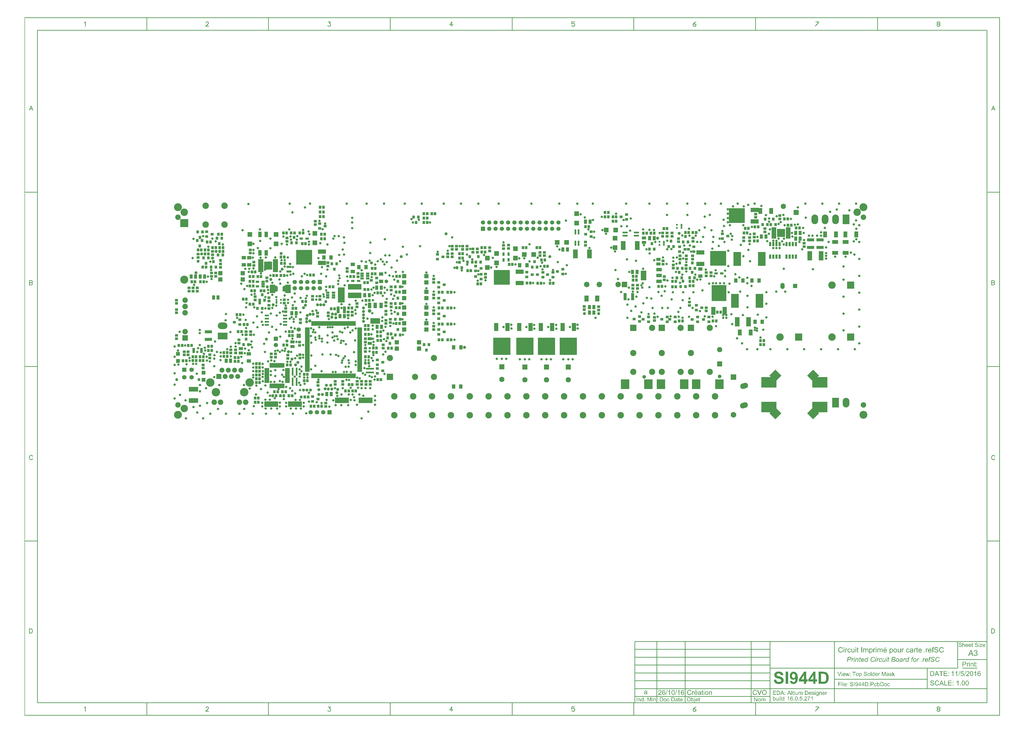
<source format=gts>
G04 Layer_Color=8388736*
%FSLAX25Y25*%
%MOIN*%
G70*
G01*
G75*
%ADD10C,0.01000*%
%ADD104C,0.00500*%
%ADD213R,0.27178X0.27178*%
%ADD214R,0.07100X0.12611*%
%ADD215R,0.03162X0.02375*%
%ADD216R,0.03162X0.03162*%
%ADD217R,0.12611X0.07100*%
%ADD218R,0.25200X0.23635*%
%ADD219R,0.04300X0.04800*%
%ADD220R,0.04800X0.04300*%
%ADD221R,0.04800X0.04000*%
%ADD222R,0.04800X0.04200*%
%ADD223R,0.04000X0.04800*%
%ADD224R,0.04200X0.04800*%
%ADD225R,0.05100X0.06500*%
%ADD226R,0.06312X0.09300*%
%ADD227R,0.07100X0.07100*%
%ADD228R,0.03953X0.01984*%
%ADD229R,0.05800X0.08800*%
%ADD230R,0.15800X0.08800*%
%ADD231R,0.08800X0.05800*%
%ADD232R,0.08800X0.15800*%
%ADD233R,0.07300X0.02200*%
%ADD234R,0.02200X0.07300*%
%ADD235R,0.02000X0.07100*%
%ADD236R,0.07200X0.02600*%
%ADD237R,0.12611X0.13005*%
%ADD238R,0.05200X0.03200*%
%ADD239R,0.02200X0.07300*%
%ADD240R,0.07300X0.02200*%
%ADD241R,0.02600X0.03800*%
%ADD242R,0.12611X0.12611*%
%ADD243R,0.08200X0.02700*%
%ADD244R,0.23635X0.25200*%
%ADD245R,0.03200X0.07100*%
%ADD246R,0.03000X0.03200*%
%ADD247R,0.03200X0.03000*%
%ADD248R,0.07100X0.05500*%
%ADD249R,0.05500X0.07100*%
%ADD250R,0.07300X0.14000*%
%ADD251R,0.22400X0.08500*%
%ADD252R,0.04737X0.10642*%
%ADD253R,0.10642X0.24422*%
%ADD254R,0.15100X0.07800*%
%ADD255R,0.12217X0.22060*%
%ADD256R,0.21666X0.08674*%
%ADD257R,0.07800X0.15100*%
%ADD258R,0.08280X0.03162*%
%ADD259R,0.03162X0.08280*%
%ADD260R,0.05524X0.08674*%
%ADD261R,0.13398X0.15564*%
%ADD262R,0.05800X0.03200*%
%ADD263R,0.07300X0.07300*%
%ADD264R,0.07300X0.07300*%
%ADD265R,0.06312X0.05918*%
%ADD266R,0.03200X0.05800*%
%ADD267R,0.06500X0.05100*%
%ADD268R,0.11200X0.05100*%
%ADD269R,0.05100X0.11200*%
%ADD270R,0.09300X0.06312*%
%ADD271C,0.11811*%
%ADD272P,0.18837X4X270.0*%
%ADD273R,0.24422X0.16548*%
%ADD274R,0.08800X0.13800*%
%ADD275R,0.06900X0.09800*%
%ADD276R,0.06902X0.03162*%
%ADD277C,0.06693*%
%ADD278R,0.06693X0.06693*%
%ADD279C,0.10300*%
%ADD280C,0.04800*%
G04:AMPARAMS|DCode=281|XSize=86.74mil|YSize=126.11mil|CornerRadius=43.37mil|HoleSize=0mil|Usage=FLASHONLY|Rotation=108.000|XOffset=0mil|YOffset=0mil|HoleType=Round|Shape=RoundedRectangle|*
%AMROUNDEDRECTD281*
21,1,0.08674,0.03937,0,0,108.0*
21,1,0.00000,0.12611,0,0,108.0*
1,1,0.08674,0.01872,0.00608*
1,1,0.08674,0.01872,0.00608*
1,1,0.08674,-0.01872,-0.00608*
1,1,0.08674,-0.01872,-0.00608*
%
%ADD281ROUNDEDRECTD281*%
%ADD282R,0.08674X0.08674*%
%ADD283C,0.08674*%
%ADD284R,0.08674X0.08674*%
%ADD285C,0.12800*%
%ADD286R,0.12800X0.12800*%
%ADD287R,0.09855X0.09855*%
%ADD288C,0.09855*%
%ADD289R,0.09855X0.09855*%
%ADD290C,0.06800*%
%ADD291R,0.06800X0.06800*%
%ADD292R,0.06800X0.06800*%
G04:AMPARAMS|DCode=293|XSize=106.42mil|YSize=153.67mil|CornerRadius=53.21mil|HoleSize=0mil|Usage=FLASHONLY|Rotation=180.000|XOffset=0mil|YOffset=0mil|HoleType=Round|Shape=RoundedRectangle|*
%AMROUNDEDRECTD293*
21,1,0.10642,0.04724,0,0,180.0*
21,1,0.00000,0.15367,0,0,180.0*
1,1,0.10642,0.00000,0.02362*
1,1,0.10642,0.00000,0.02362*
1,1,0.10642,0.00000,-0.02362*
1,1,0.10642,0.00000,-0.02362*
%
%ADD293ROUNDEDRECTD293*%
%ADD294O,0.10642X0.15367*%
%ADD295R,0.10642X0.15367*%
%ADD296C,0.13398*%
%ADD297C,0.07887*%
%ADD298R,0.07887X0.07887*%
%ADD299C,0.04737*%
%ADD300R,0.07099X0.07099*%
%ADD301C,0.07099*%
%ADD302R,0.08300X0.08300*%
%ADD303C,0.08300*%
%ADD304R,0.08800X0.08800*%
%ADD305C,0.08800*%
%ADD306C,0.11800*%
%ADD307R,0.11800X0.11800*%
%ADD308R,0.08300X0.08300*%
%ADD309O,0.06800X0.09800*%
G04:AMPARAMS|DCode=310|XSize=106.42mil|YSize=153.67mil|CornerRadius=53.21mil|HoleSize=0mil|Usage=FLASHONLY|Rotation=90.000|XOffset=0mil|YOffset=0mil|HoleType=Round|Shape=RoundedRectangle|*
%AMROUNDEDRECTD310*
21,1,0.10642,0.04724,0,0,90.0*
21,1,0.00000,0.15367,0,0,90.0*
1,1,0.10642,0.02362,0.00000*
1,1,0.10642,0.02362,0.00000*
1,1,0.10642,-0.02362,0.00000*
1,1,0.10642,-0.02362,0.00000*
%
%ADD310ROUNDEDRECTD310*%
%ADD311R,0.15367X0.10642*%
%ADD312C,0.12611*%
%ADD313C,0.08674*%
%ADD314C,0.08374*%
%ADD315R,0.08374X0.08374*%
%ADD316C,0.03831*%
%ADD317C,0.05800*%
G36*
X1263962Y-373636D02*
X1263171D01*
Y-372738D01*
X1263962D01*
Y-373636D01*
D02*
G37*
G36*
X1259687Y-372640D02*
X1259755D01*
X1259921Y-372660D01*
X1260116Y-372689D01*
X1260331Y-372728D01*
X1260546Y-372786D01*
X1260751Y-372865D01*
X1260760D01*
X1260770Y-372874D01*
X1260800Y-372884D01*
X1260839Y-372904D01*
X1260936Y-372962D01*
X1261063Y-373030D01*
X1261200Y-373128D01*
X1261336Y-373245D01*
X1261473Y-373382D01*
X1261590Y-373538D01*
X1261600Y-373557D01*
X1261639Y-373616D01*
X1261688Y-373714D01*
X1261736Y-373831D01*
X1261795Y-373977D01*
X1261854Y-374153D01*
X1261893Y-374338D01*
X1261912Y-374543D01*
X1261102Y-374602D01*
Y-374592D01*
Y-374573D01*
X1261092Y-374543D01*
X1261083Y-374504D01*
X1261063Y-374397D01*
X1261024Y-374260D01*
X1260966Y-374114D01*
X1260887Y-373967D01*
X1260780Y-373821D01*
X1260653Y-373694D01*
X1260634Y-373684D01*
X1260585Y-373645D01*
X1260497Y-373597D01*
X1260380Y-373538D01*
X1260224Y-373479D01*
X1260028Y-373431D01*
X1259804Y-373392D01*
X1259540Y-373382D01*
X1259414D01*
X1259355Y-373392D01*
X1259277D01*
X1259111Y-373421D01*
X1258926Y-373450D01*
X1258740Y-373499D01*
X1258564Y-373567D01*
X1258486Y-373616D01*
X1258418Y-373665D01*
X1258408Y-373675D01*
X1258369Y-373714D01*
X1258311Y-373772D01*
X1258252Y-373860D01*
X1258184Y-373958D01*
X1258135Y-374075D01*
X1258096Y-374202D01*
X1258076Y-374348D01*
Y-374368D01*
Y-374407D01*
X1258086Y-374475D01*
X1258106Y-374553D01*
X1258135Y-374641D01*
X1258184Y-374739D01*
X1258242Y-374826D01*
X1258321Y-374914D01*
X1258330Y-374924D01*
X1258379Y-374953D01*
X1258408Y-374973D01*
X1258447Y-375002D01*
X1258506Y-375022D01*
X1258574Y-375051D01*
X1258652Y-375090D01*
X1258740Y-375129D01*
X1258838Y-375158D01*
X1258955Y-375197D01*
X1259091Y-375246D01*
X1259238Y-375285D01*
X1259404Y-375324D01*
X1259589Y-375373D01*
X1259599D01*
X1259638Y-375383D01*
X1259687Y-375392D01*
X1259755Y-375412D01*
X1259843Y-375431D01*
X1259941Y-375461D01*
X1260155Y-375510D01*
X1260390Y-375578D01*
X1260624Y-375646D01*
X1260741Y-375675D01*
X1260839Y-375714D01*
X1260936Y-375753D01*
X1261014Y-375783D01*
X1261024D01*
X1261043Y-375793D01*
X1261063Y-375812D01*
X1261102Y-375832D01*
X1261200Y-375890D01*
X1261327Y-375958D01*
X1261463Y-376056D01*
X1261600Y-376173D01*
X1261727Y-376300D01*
X1261834Y-376437D01*
X1261844Y-376456D01*
X1261873Y-376505D01*
X1261922Y-376583D01*
X1261971Y-376700D01*
X1262020Y-376827D01*
X1262068Y-376983D01*
X1262098Y-377159D01*
X1262107Y-377344D01*
Y-377354D01*
Y-377364D01*
Y-377393D01*
Y-377432D01*
X1262088Y-377530D01*
X1262068Y-377657D01*
X1262039Y-377803D01*
X1261981Y-377969D01*
X1261912Y-378145D01*
X1261815Y-378311D01*
X1261805Y-378330D01*
X1261756Y-378389D01*
X1261697Y-378467D01*
X1261600Y-378564D01*
X1261483Y-378681D01*
X1261336Y-378799D01*
X1261161Y-378906D01*
X1260966Y-379013D01*
X1260956D01*
X1260936Y-379023D01*
X1260907Y-379033D01*
X1260868Y-379052D01*
X1260819Y-379072D01*
X1260760Y-379091D01*
X1260604Y-379131D01*
X1260429Y-379179D01*
X1260214Y-379218D01*
X1259989Y-379248D01*
X1259736Y-379257D01*
X1259589D01*
X1259521Y-379248D01*
X1259433D01*
X1259336Y-379238D01*
X1259228Y-379228D01*
X1259004Y-379199D01*
X1258760Y-379150D01*
X1258516Y-379091D01*
X1258282Y-379013D01*
X1258272D01*
X1258252Y-379004D01*
X1258223Y-378984D01*
X1258184Y-378965D01*
X1258076Y-378906D01*
X1257950Y-378818D01*
X1257793Y-378711D01*
X1257647Y-378584D01*
X1257491Y-378428D01*
X1257354Y-378252D01*
Y-378242D01*
X1257345Y-378233D01*
X1257325Y-378203D01*
X1257306Y-378164D01*
X1257276Y-378115D01*
X1257247Y-378057D01*
X1257188Y-377910D01*
X1257130Y-377745D01*
X1257071Y-377540D01*
X1257032Y-377325D01*
X1257013Y-377091D01*
X1257813Y-377022D01*
Y-377032D01*
Y-377042D01*
X1257823Y-377100D01*
X1257842Y-377188D01*
X1257862Y-377305D01*
X1257901Y-377432D01*
X1257940Y-377569D01*
X1257998Y-377696D01*
X1258067Y-377823D01*
X1258076Y-377832D01*
X1258106Y-377871D01*
X1258155Y-377930D01*
X1258233Y-377998D01*
X1258321Y-378076D01*
X1258428Y-378164D01*
X1258564Y-378242D01*
X1258711Y-378320D01*
X1258721D01*
X1258730Y-378330D01*
X1258789Y-378350D01*
X1258877Y-378379D01*
X1259004Y-378408D01*
X1259140Y-378447D01*
X1259316Y-378477D01*
X1259501Y-378496D01*
X1259697Y-378506D01*
X1259775D01*
X1259872Y-378496D01*
X1259980Y-378486D01*
X1260116Y-378477D01*
X1260253Y-378447D01*
X1260399Y-378418D01*
X1260546Y-378369D01*
X1260565Y-378359D01*
X1260604Y-378340D01*
X1260673Y-378311D01*
X1260751Y-378262D01*
X1260848Y-378203D01*
X1260936Y-378135D01*
X1261024Y-378057D01*
X1261102Y-377969D01*
X1261112Y-377959D01*
X1261131Y-377920D01*
X1261161Y-377871D01*
X1261200Y-377803D01*
X1261229Y-377725D01*
X1261258Y-377627D01*
X1261278Y-377530D01*
X1261287Y-377422D01*
Y-377413D01*
Y-377374D01*
X1261278Y-377315D01*
X1261268Y-377247D01*
X1261248Y-377159D01*
X1261209Y-377071D01*
X1261170Y-376983D01*
X1261112Y-376895D01*
X1261102Y-376886D01*
X1261083Y-376856D01*
X1261034Y-376817D01*
X1260975Y-376759D01*
X1260897Y-376700D01*
X1260800Y-376642D01*
X1260673Y-376573D01*
X1260536Y-376515D01*
X1260526Y-376505D01*
X1260487Y-376495D01*
X1260409Y-376476D01*
X1260360Y-376456D01*
X1260302Y-376437D01*
X1260224Y-376417D01*
X1260146Y-376398D01*
X1260048Y-376368D01*
X1259950Y-376339D01*
X1259833Y-376310D01*
X1259697Y-376281D01*
X1259550Y-376241D01*
X1259394Y-376203D01*
X1259384D01*
X1259355Y-376193D01*
X1259306Y-376183D01*
X1259248Y-376163D01*
X1259179Y-376144D01*
X1259101Y-376124D01*
X1258916Y-376076D01*
X1258711Y-376007D01*
X1258506Y-375939D01*
X1258321Y-375871D01*
X1258233Y-375841D01*
X1258164Y-375802D01*
X1258155D01*
X1258145Y-375793D01*
X1258086Y-375753D01*
X1258008Y-375705D01*
X1257911Y-375636D01*
X1257793Y-375549D01*
X1257686Y-375451D01*
X1257579Y-375334D01*
X1257481Y-375207D01*
X1257471Y-375187D01*
X1257442Y-375139D01*
X1257413Y-375070D01*
X1257374Y-374973D01*
X1257325Y-374856D01*
X1257296Y-374719D01*
X1257266Y-374563D01*
X1257257Y-374407D01*
Y-374397D01*
Y-374387D01*
Y-374358D01*
Y-374319D01*
X1257276Y-374231D01*
X1257296Y-374114D01*
X1257325Y-373967D01*
X1257374Y-373821D01*
X1257442Y-373655D01*
X1257530Y-373499D01*
Y-373489D01*
X1257540Y-373479D01*
X1257579Y-373431D01*
X1257647Y-373353D01*
X1257735Y-373255D01*
X1257842Y-373157D01*
X1257979Y-373050D01*
X1258145Y-372943D01*
X1258330Y-372855D01*
X1258340D01*
X1258350Y-372845D01*
X1258379Y-372835D01*
X1258428Y-372816D01*
X1258477Y-372806D01*
X1258535Y-372786D01*
X1258672Y-372738D01*
X1258848Y-372699D01*
X1259043Y-372669D01*
X1259267Y-372640D01*
X1259501Y-372630D01*
X1259619D01*
X1259687Y-372640D01*
D02*
G37*
G36*
X1233803D02*
X1233872D01*
X1234038Y-372660D01*
X1234233Y-372689D01*
X1234447Y-372728D01*
X1234662Y-372786D01*
X1234867Y-372865D01*
X1234877D01*
X1234887Y-372874D01*
X1234916Y-372884D01*
X1234955Y-372904D01*
X1235053Y-372962D01*
X1235180Y-373030D01*
X1235316Y-373128D01*
X1235453Y-373245D01*
X1235590Y-373382D01*
X1235707Y-373538D01*
X1235716Y-373557D01*
X1235755Y-373616D01*
X1235804Y-373714D01*
X1235853Y-373831D01*
X1235911Y-373977D01*
X1235970Y-374153D01*
X1236009Y-374338D01*
X1236029Y-374543D01*
X1235219Y-374602D01*
Y-374592D01*
Y-374573D01*
X1235209Y-374543D01*
X1235199Y-374504D01*
X1235180Y-374397D01*
X1235141Y-374260D01*
X1235082Y-374114D01*
X1235004Y-373967D01*
X1234896Y-373821D01*
X1234770Y-373694D01*
X1234750Y-373684D01*
X1234701Y-373645D01*
X1234614Y-373597D01*
X1234496Y-373538D01*
X1234340Y-373479D01*
X1234145Y-373431D01*
X1233920Y-373392D01*
X1233657Y-373382D01*
X1233530D01*
X1233471Y-373392D01*
X1233393D01*
X1233228Y-373421D01*
X1233042Y-373450D01*
X1232857Y-373499D01*
X1232681Y-373567D01*
X1232603Y-373616D01*
X1232535Y-373665D01*
X1232525Y-373675D01*
X1232486Y-373714D01*
X1232427Y-373772D01*
X1232369Y-373860D01*
X1232300Y-373958D01*
X1232251Y-374075D01*
X1232213Y-374202D01*
X1232193Y-374348D01*
Y-374368D01*
Y-374407D01*
X1232203Y-374475D01*
X1232222Y-374553D01*
X1232251Y-374641D01*
X1232300Y-374739D01*
X1232359Y-374826D01*
X1232437Y-374914D01*
X1232447Y-374924D01*
X1232495Y-374953D01*
X1232525Y-374973D01*
X1232564Y-375002D01*
X1232622Y-375022D01*
X1232691Y-375051D01*
X1232769Y-375090D01*
X1232857Y-375129D01*
X1232954Y-375158D01*
X1233071Y-375197D01*
X1233208Y-375246D01*
X1233354Y-375285D01*
X1233520Y-375324D01*
X1233706Y-375373D01*
X1233716D01*
X1233755Y-375383D01*
X1233803Y-375392D01*
X1233872Y-375412D01*
X1233959Y-375431D01*
X1234057Y-375461D01*
X1234272Y-375510D01*
X1234506Y-375578D01*
X1234740Y-375646D01*
X1234857Y-375675D01*
X1234955Y-375714D01*
X1235053Y-375753D01*
X1235131Y-375783D01*
X1235141D01*
X1235160Y-375793D01*
X1235180Y-375812D01*
X1235219Y-375832D01*
X1235316Y-375890D01*
X1235443Y-375958D01*
X1235580Y-376056D01*
X1235716Y-376173D01*
X1235843Y-376300D01*
X1235951Y-376437D01*
X1235960Y-376456D01*
X1235990Y-376505D01*
X1236038Y-376583D01*
X1236087Y-376700D01*
X1236136Y-376827D01*
X1236185Y-376983D01*
X1236214Y-377159D01*
X1236224Y-377344D01*
Y-377354D01*
Y-377364D01*
Y-377393D01*
Y-377432D01*
X1236204Y-377530D01*
X1236185Y-377657D01*
X1236156Y-377803D01*
X1236097Y-377969D01*
X1236029Y-378145D01*
X1235931Y-378311D01*
X1235921Y-378330D01*
X1235872Y-378389D01*
X1235814Y-378467D01*
X1235716Y-378564D01*
X1235599Y-378681D01*
X1235453Y-378799D01*
X1235277Y-378906D01*
X1235082Y-379013D01*
X1235072D01*
X1235053Y-379023D01*
X1235023Y-379033D01*
X1234984Y-379052D01*
X1234935Y-379072D01*
X1234877Y-379091D01*
X1234721Y-379131D01*
X1234545Y-379179D01*
X1234330Y-379218D01*
X1234106Y-379248D01*
X1233852Y-379257D01*
X1233706D01*
X1233637Y-379248D01*
X1233550D01*
X1233452Y-379238D01*
X1233345Y-379228D01*
X1233120Y-379199D01*
X1232876Y-379150D01*
X1232632Y-379091D01*
X1232398Y-379013D01*
X1232388D01*
X1232369Y-379004D01*
X1232339Y-378984D01*
X1232300Y-378965D01*
X1232193Y-378906D01*
X1232066Y-378818D01*
X1231910Y-378711D01*
X1231763Y-378584D01*
X1231607Y-378428D01*
X1231471Y-378252D01*
Y-378242D01*
X1231461Y-378233D01*
X1231441Y-378203D01*
X1231422Y-378164D01*
X1231393Y-378115D01*
X1231363Y-378057D01*
X1231305Y-377910D01*
X1231246Y-377745D01*
X1231188Y-377540D01*
X1231149Y-377325D01*
X1231129Y-377091D01*
X1231929Y-377022D01*
Y-377032D01*
Y-377042D01*
X1231939Y-377100D01*
X1231959Y-377188D01*
X1231978Y-377305D01*
X1232017Y-377432D01*
X1232056Y-377569D01*
X1232115Y-377696D01*
X1232183Y-377823D01*
X1232193Y-377832D01*
X1232222Y-377871D01*
X1232271Y-377930D01*
X1232349Y-377998D01*
X1232437Y-378076D01*
X1232544Y-378164D01*
X1232681Y-378242D01*
X1232827Y-378320D01*
X1232837D01*
X1232847Y-378330D01*
X1232905Y-378350D01*
X1232993Y-378379D01*
X1233120Y-378408D01*
X1233257Y-378447D01*
X1233432Y-378477D01*
X1233618Y-378496D01*
X1233813Y-378506D01*
X1233891D01*
X1233989Y-378496D01*
X1234096Y-378486D01*
X1234233Y-378477D01*
X1234369Y-378447D01*
X1234516Y-378418D01*
X1234662Y-378369D01*
X1234682Y-378359D01*
X1234721Y-378340D01*
X1234789Y-378311D01*
X1234867Y-378262D01*
X1234965Y-378203D01*
X1235053Y-378135D01*
X1235141Y-378057D01*
X1235219Y-377969D01*
X1235228Y-377959D01*
X1235248Y-377920D01*
X1235277Y-377871D01*
X1235316Y-377803D01*
X1235345Y-377725D01*
X1235375Y-377627D01*
X1235394Y-377530D01*
X1235404Y-377422D01*
Y-377413D01*
Y-377374D01*
X1235394Y-377315D01*
X1235384Y-377247D01*
X1235365Y-377159D01*
X1235326Y-377071D01*
X1235287Y-376983D01*
X1235228Y-376895D01*
X1235219Y-376886D01*
X1235199Y-376856D01*
X1235150Y-376817D01*
X1235092Y-376759D01*
X1235014Y-376700D01*
X1234916Y-376642D01*
X1234789Y-376573D01*
X1234653Y-376515D01*
X1234643Y-376505D01*
X1234604Y-376495D01*
X1234526Y-376476D01*
X1234477Y-376456D01*
X1234418Y-376437D01*
X1234340Y-376417D01*
X1234262Y-376398D01*
X1234165Y-376368D01*
X1234067Y-376339D01*
X1233950Y-376310D01*
X1233813Y-376281D01*
X1233667Y-376241D01*
X1233511Y-376203D01*
X1233501D01*
X1233471Y-376193D01*
X1233423Y-376183D01*
X1233364Y-376163D01*
X1233296Y-376144D01*
X1233218Y-376124D01*
X1233032Y-376076D01*
X1232827Y-376007D01*
X1232622Y-375939D01*
X1232437Y-375871D01*
X1232349Y-375841D01*
X1232281Y-375802D01*
X1232271D01*
X1232261Y-375793D01*
X1232203Y-375753D01*
X1232125Y-375705D01*
X1232027Y-375636D01*
X1231910Y-375549D01*
X1231803Y-375451D01*
X1231695Y-375334D01*
X1231598Y-375207D01*
X1231588Y-375187D01*
X1231559Y-375139D01*
X1231529Y-375070D01*
X1231490Y-374973D01*
X1231441Y-374856D01*
X1231412Y-374719D01*
X1231383Y-374563D01*
X1231373Y-374407D01*
Y-374397D01*
Y-374387D01*
Y-374358D01*
Y-374319D01*
X1231393Y-374231D01*
X1231412Y-374114D01*
X1231441Y-373967D01*
X1231490Y-373821D01*
X1231559Y-373655D01*
X1231646Y-373499D01*
Y-373489D01*
X1231656Y-373479D01*
X1231695Y-373431D01*
X1231763Y-373353D01*
X1231851Y-373255D01*
X1231959Y-373157D01*
X1232095Y-373050D01*
X1232261Y-372943D01*
X1232447Y-372855D01*
X1232456D01*
X1232466Y-372845D01*
X1232495Y-372835D01*
X1232544Y-372816D01*
X1232593Y-372806D01*
X1232652Y-372786D01*
X1232788Y-372738D01*
X1232964Y-372699D01*
X1233159Y-372669D01*
X1233384Y-372640D01*
X1233618Y-372630D01*
X1233735D01*
X1233803Y-372640D01*
D02*
G37*
G36*
X1268705Y-375022D02*
X1266187Y-377979D01*
X1265699Y-378525D01*
X1265748D01*
X1265787Y-378516D01*
X1265894Y-378506D01*
X1266021Y-378496D01*
X1266177D01*
X1266343Y-378486D01*
X1266695Y-378477D01*
X1268842D01*
Y-379150D01*
X1264733D01*
Y-378516D01*
X1267690Y-375109D01*
X1267602D01*
X1267514Y-375119D01*
X1267387D01*
X1267251Y-375129D01*
X1267105D01*
X1266948Y-375139D01*
X1264909D01*
Y-374504D01*
X1268705D01*
Y-375022D01*
D02*
G37*
G36*
X1263962Y-379150D02*
X1263171D01*
Y-374504D01*
X1263962D01*
Y-379150D01*
D02*
G37*
G36*
X1238068Y-375031D02*
X1238078Y-375022D01*
X1238098Y-375002D01*
X1238127Y-374973D01*
X1238166Y-374934D01*
X1238225Y-374885D01*
X1238283Y-374826D01*
X1238361Y-374778D01*
X1238449Y-374709D01*
X1238547Y-374651D01*
X1238644Y-374602D01*
X1238888Y-374495D01*
X1239015Y-374455D01*
X1239152Y-374426D01*
X1239298Y-374407D01*
X1239454Y-374397D01*
X1239542D01*
X1239640Y-374407D01*
X1239757Y-374426D01*
X1239894Y-374446D01*
X1240040Y-374485D01*
X1240196Y-374534D01*
X1240343Y-374602D01*
X1240362Y-374612D01*
X1240401Y-374641D01*
X1240469Y-374690D01*
X1240557Y-374748D01*
X1240645Y-374826D01*
X1240733Y-374924D01*
X1240821Y-375041D01*
X1240889Y-375168D01*
X1240899Y-375187D01*
X1240918Y-375236D01*
X1240938Y-375314D01*
X1240977Y-375431D01*
X1241006Y-375578D01*
X1241026Y-375763D01*
X1241045Y-375968D01*
X1241055Y-376212D01*
Y-379150D01*
X1240265D01*
Y-376203D01*
Y-376193D01*
Y-376173D01*
Y-376144D01*
Y-376105D01*
X1240255Y-376007D01*
X1240235Y-375871D01*
X1240196Y-375734D01*
X1240157Y-375597D01*
X1240089Y-375461D01*
X1240001Y-375344D01*
X1239991Y-375334D01*
X1239952Y-375305D01*
X1239894Y-375256D01*
X1239816Y-375207D01*
X1239718Y-375158D01*
X1239591Y-375109D01*
X1239454Y-375080D01*
X1239289Y-375070D01*
X1239230D01*
X1239162Y-375080D01*
X1239074Y-375090D01*
X1238976Y-375119D01*
X1238859Y-375148D01*
X1238742Y-375197D01*
X1238625Y-375256D01*
X1238615Y-375266D01*
X1238576Y-375285D01*
X1238527Y-375334D01*
X1238459Y-375383D01*
X1238391Y-375461D01*
X1238313Y-375539D01*
X1238254Y-375646D01*
X1238195Y-375753D01*
X1238186Y-375763D01*
X1238176Y-375812D01*
X1238156Y-375880D01*
X1238137Y-375978D01*
X1238107Y-376105D01*
X1238088Y-376251D01*
X1238078Y-376417D01*
X1238068Y-376612D01*
Y-379150D01*
X1237278D01*
Y-372738D01*
X1238068D01*
Y-375031D01*
D02*
G37*
G36*
X1253138Y-374504D02*
X1253928D01*
Y-375119D01*
X1253138D01*
Y-377842D01*
Y-377852D01*
Y-377891D01*
Y-377950D01*
X1253148Y-378018D01*
X1253158Y-378164D01*
X1253167Y-378223D01*
X1253177Y-378272D01*
X1253187Y-378291D01*
X1253206Y-378330D01*
X1253245Y-378379D01*
X1253304Y-378428D01*
X1253323Y-378437D01*
X1253372Y-378447D01*
X1253460Y-378467D01*
X1253577Y-378477D01*
X1253675D01*
X1253724Y-378467D01*
X1253782D01*
X1253928Y-378447D01*
X1254036Y-379140D01*
X1254016D01*
X1253977Y-379150D01*
X1253919Y-379160D01*
X1253831Y-379170D01*
X1253743Y-379189D01*
X1253645Y-379199D01*
X1253440Y-379209D01*
X1253372D01*
X1253294Y-379199D01*
X1253197Y-379189D01*
X1253089Y-379179D01*
X1252972Y-379150D01*
X1252865Y-379121D01*
X1252767Y-379082D01*
X1252757Y-379072D01*
X1252728Y-379052D01*
X1252689Y-379023D01*
X1252640Y-378984D01*
X1252582Y-378935D01*
X1252533Y-378877D01*
X1252474Y-378808D01*
X1252435Y-378730D01*
Y-378721D01*
X1252425Y-378681D01*
X1252406Y-378623D01*
X1252396Y-378525D01*
X1252377Y-378398D01*
X1252367Y-378330D01*
X1252357Y-378242D01*
Y-378145D01*
X1252347Y-378037D01*
Y-377920D01*
Y-377793D01*
Y-375119D01*
X1251762D01*
Y-374504D01*
X1252347D01*
Y-373362D01*
X1253138Y-372884D01*
Y-374504D01*
D02*
G37*
G36*
X1271692Y-374407D02*
X1271770Y-374416D01*
X1271867Y-374426D01*
X1271965Y-374446D01*
X1272082Y-374475D01*
X1272316Y-374553D01*
X1272443Y-374602D01*
X1272570Y-374670D01*
X1272697Y-374739D01*
X1272824Y-374826D01*
X1272941Y-374924D01*
X1273058Y-375041D01*
X1273068Y-375051D01*
X1273087Y-375070D01*
X1273117Y-375109D01*
X1273156Y-375158D01*
X1273195Y-375226D01*
X1273244Y-375305D01*
X1273302Y-375392D01*
X1273361Y-375500D01*
X1273409Y-375627D01*
X1273468Y-375753D01*
X1273517Y-375900D01*
X1273566Y-376066D01*
X1273595Y-376232D01*
X1273624Y-376417D01*
X1273644Y-376612D01*
X1273653Y-376827D01*
Y-376837D01*
Y-376876D01*
Y-376944D01*
X1273644Y-377032D01*
X1270189D01*
Y-377042D01*
Y-377061D01*
X1270198Y-377110D01*
Y-377159D01*
X1270208Y-377227D01*
X1270218Y-377296D01*
X1270257Y-377471D01*
X1270315Y-377657D01*
X1270384Y-377852D01*
X1270491Y-378047D01*
X1270618Y-378213D01*
X1270638Y-378233D01*
X1270686Y-378272D01*
X1270774Y-378340D01*
X1270882Y-378408D01*
X1271028Y-378486D01*
X1271194Y-378555D01*
X1271379Y-378594D01*
X1271584Y-378613D01*
X1271662D01*
X1271741Y-378603D01*
X1271838Y-378584D01*
X1271955Y-378555D01*
X1272082Y-378516D01*
X1272209Y-378467D01*
X1272326Y-378389D01*
X1272336Y-378379D01*
X1272375Y-378340D01*
X1272433Y-378291D01*
X1272502Y-378203D01*
X1272580Y-378106D01*
X1272658Y-377979D01*
X1272736Y-377823D01*
X1272814Y-377647D01*
X1273624Y-377754D01*
Y-377764D01*
X1273614Y-377784D01*
X1273605Y-377823D01*
X1273585Y-377871D01*
X1273566Y-377930D01*
X1273536Y-377998D01*
X1273458Y-378164D01*
X1273361Y-378340D01*
X1273244Y-378525D01*
X1273087Y-378711D01*
X1272912Y-378867D01*
X1272902D01*
X1272892Y-378887D01*
X1272863Y-378906D01*
X1272814Y-378925D01*
X1272765Y-378955D01*
X1272707Y-378994D01*
X1272638Y-379023D01*
X1272551Y-379062D01*
X1272365Y-379131D01*
X1272131Y-379199D01*
X1271877Y-379238D01*
X1271584Y-379257D01*
X1271487D01*
X1271418Y-379248D01*
X1271331Y-379238D01*
X1271233Y-379228D01*
X1271126Y-379209D01*
X1270999Y-379179D01*
X1270745Y-379101D01*
X1270608Y-379052D01*
X1270481Y-378994D01*
X1270345Y-378925D01*
X1270218Y-378838D01*
X1270091Y-378740D01*
X1269974Y-378633D01*
X1269964Y-378623D01*
X1269945Y-378603D01*
X1269915Y-378564D01*
X1269886Y-378516D01*
X1269837Y-378457D01*
X1269788Y-378379D01*
X1269730Y-378281D01*
X1269681Y-378174D01*
X1269623Y-378057D01*
X1269564Y-377930D01*
X1269515Y-377784D01*
X1269476Y-377627D01*
X1269437Y-377462D01*
X1269408Y-377276D01*
X1269388Y-377081D01*
X1269379Y-376876D01*
Y-376866D01*
Y-376827D01*
Y-376759D01*
X1269388Y-376681D01*
X1269398Y-376583D01*
X1269408Y-376466D01*
X1269427Y-376339D01*
X1269457Y-376203D01*
X1269525Y-375910D01*
X1269574Y-375763D01*
X1269632Y-375607D01*
X1269701Y-375461D01*
X1269779Y-375314D01*
X1269867Y-375178D01*
X1269974Y-375051D01*
X1269984Y-375041D01*
X1270003Y-375022D01*
X1270033Y-374992D01*
X1270081Y-374943D01*
X1270140Y-374895D01*
X1270218Y-374846D01*
X1270296Y-374787D01*
X1270394Y-374719D01*
X1270501Y-374660D01*
X1270618Y-374602D01*
X1270745Y-374553D01*
X1270891Y-374495D01*
X1271038Y-374455D01*
X1271194Y-374426D01*
X1271360Y-374407D01*
X1271535Y-374397D01*
X1271623D01*
X1271692Y-374407D01*
D02*
G37*
G36*
X1249292D02*
X1249371Y-374416D01*
X1249468Y-374426D01*
X1249566Y-374446D01*
X1249683Y-374475D01*
X1249917Y-374553D01*
X1250044Y-374602D01*
X1250171Y-374670D01*
X1250298Y-374739D01*
X1250425Y-374826D01*
X1250542Y-374924D01*
X1250659Y-375041D01*
X1250669Y-375051D01*
X1250688Y-375070D01*
X1250717Y-375109D01*
X1250756Y-375158D01*
X1250795Y-375226D01*
X1250844Y-375305D01*
X1250903Y-375392D01*
X1250961Y-375500D01*
X1251010Y-375627D01*
X1251069Y-375753D01*
X1251118Y-375900D01*
X1251166Y-376066D01*
X1251196Y-376232D01*
X1251225Y-376417D01*
X1251245Y-376612D01*
X1251254Y-376827D01*
Y-376837D01*
Y-376876D01*
Y-376944D01*
X1251245Y-377032D01*
X1247789D01*
Y-377042D01*
Y-377061D01*
X1247799Y-377110D01*
Y-377159D01*
X1247809Y-377227D01*
X1247819Y-377296D01*
X1247858Y-377471D01*
X1247916Y-377657D01*
X1247985Y-377852D01*
X1248092Y-378047D01*
X1248219Y-378213D01*
X1248238Y-378233D01*
X1248287Y-378272D01*
X1248375Y-378340D01*
X1248482Y-378408D01*
X1248629Y-378486D01*
X1248795Y-378555D01*
X1248980Y-378594D01*
X1249185Y-378613D01*
X1249263D01*
X1249341Y-378603D01*
X1249439Y-378584D01*
X1249556Y-378555D01*
X1249683Y-378516D01*
X1249810Y-378467D01*
X1249927Y-378389D01*
X1249937Y-378379D01*
X1249976Y-378340D01*
X1250034Y-378291D01*
X1250103Y-378203D01*
X1250181Y-378106D01*
X1250259Y-377979D01*
X1250337Y-377823D01*
X1250415Y-377647D01*
X1251225Y-377754D01*
Y-377764D01*
X1251215Y-377784D01*
X1251206Y-377823D01*
X1251186Y-377871D01*
X1251166Y-377930D01*
X1251137Y-377998D01*
X1251059Y-378164D01*
X1250961Y-378340D01*
X1250844Y-378525D01*
X1250688Y-378711D01*
X1250513Y-378867D01*
X1250503D01*
X1250493Y-378887D01*
X1250464Y-378906D01*
X1250415Y-378925D01*
X1250366Y-378955D01*
X1250307Y-378994D01*
X1250239Y-379023D01*
X1250151Y-379062D01*
X1249966Y-379131D01*
X1249732Y-379199D01*
X1249478Y-379238D01*
X1249185Y-379257D01*
X1249088D01*
X1249019Y-379248D01*
X1248931Y-379238D01*
X1248834Y-379228D01*
X1248726Y-379209D01*
X1248600Y-379179D01*
X1248346Y-379101D01*
X1248209Y-379052D01*
X1248082Y-378994D01*
X1247946Y-378925D01*
X1247819Y-378838D01*
X1247692Y-378740D01*
X1247575Y-378633D01*
X1247565Y-378623D01*
X1247545Y-378603D01*
X1247516Y-378564D01*
X1247487Y-378516D01*
X1247438Y-378457D01*
X1247389Y-378379D01*
X1247331Y-378281D01*
X1247282Y-378174D01*
X1247223Y-378057D01*
X1247165Y-377930D01*
X1247116Y-377784D01*
X1247077Y-377627D01*
X1247038Y-377462D01*
X1247009Y-377276D01*
X1246989Y-377081D01*
X1246979Y-376876D01*
Y-376866D01*
Y-376827D01*
Y-376759D01*
X1246989Y-376681D01*
X1246999Y-376583D01*
X1247009Y-376466D01*
X1247028Y-376339D01*
X1247058Y-376203D01*
X1247126Y-375910D01*
X1247175Y-375763D01*
X1247233Y-375607D01*
X1247301Y-375461D01*
X1247379Y-375314D01*
X1247467Y-375178D01*
X1247575Y-375051D01*
X1247585Y-375041D01*
X1247604Y-375022D01*
X1247633Y-374992D01*
X1247682Y-374943D01*
X1247741Y-374895D01*
X1247819Y-374846D01*
X1247897Y-374787D01*
X1247994Y-374719D01*
X1248102Y-374660D01*
X1248219Y-374602D01*
X1248346Y-374553D01*
X1248492Y-374495D01*
X1248639Y-374455D01*
X1248795Y-374426D01*
X1248961Y-374407D01*
X1249136Y-374397D01*
X1249224D01*
X1249292Y-374407D01*
D02*
G37*
G36*
X1244315D02*
X1244393Y-374416D01*
X1244491Y-374426D01*
X1244588Y-374446D01*
X1244705Y-374475D01*
X1244940Y-374553D01*
X1245066Y-374602D01*
X1245193Y-374670D01*
X1245320Y-374739D01*
X1245447Y-374826D01*
X1245564Y-374924D01*
X1245681Y-375041D01*
X1245691Y-375051D01*
X1245711Y-375070D01*
X1245740Y-375109D01*
X1245779Y-375158D01*
X1245818Y-375226D01*
X1245867Y-375305D01*
X1245925Y-375392D01*
X1245984Y-375500D01*
X1246033Y-375627D01*
X1246091Y-375753D01*
X1246140Y-375900D01*
X1246189Y-376066D01*
X1246218Y-376232D01*
X1246247Y-376417D01*
X1246267Y-376612D01*
X1246277Y-376827D01*
Y-376837D01*
Y-376876D01*
Y-376944D01*
X1246267Y-377032D01*
X1242812D01*
Y-377042D01*
Y-377061D01*
X1242822Y-377110D01*
Y-377159D01*
X1242831Y-377227D01*
X1242841Y-377296D01*
X1242880Y-377471D01*
X1242939Y-377657D01*
X1243007Y-377852D01*
X1243114Y-378047D01*
X1243241Y-378213D01*
X1243261Y-378233D01*
X1243310Y-378272D01*
X1243398Y-378340D01*
X1243505Y-378408D01*
X1243651Y-378486D01*
X1243817Y-378555D01*
X1244003Y-378594D01*
X1244207Y-378613D01*
X1244286D01*
X1244364Y-378603D01*
X1244461Y-378584D01*
X1244578Y-378555D01*
X1244705Y-378516D01*
X1244832Y-378467D01*
X1244949Y-378389D01*
X1244959Y-378379D01*
X1244998Y-378340D01*
X1245057Y-378291D01*
X1245125Y-378203D01*
X1245203Y-378106D01*
X1245281Y-377979D01*
X1245359Y-377823D01*
X1245437Y-377647D01*
X1246247Y-377754D01*
Y-377764D01*
X1246238Y-377784D01*
X1246228Y-377823D01*
X1246208Y-377871D01*
X1246189Y-377930D01*
X1246159Y-377998D01*
X1246082Y-378164D01*
X1245984Y-378340D01*
X1245867Y-378525D01*
X1245711Y-378711D01*
X1245535Y-378867D01*
X1245525D01*
X1245515Y-378887D01*
X1245486Y-378906D01*
X1245437Y-378925D01*
X1245389Y-378955D01*
X1245330Y-378994D01*
X1245262Y-379023D01*
X1245174Y-379062D01*
X1244988Y-379131D01*
X1244754Y-379199D01*
X1244500Y-379238D01*
X1244207Y-379257D01*
X1244110D01*
X1244042Y-379248D01*
X1243954Y-379238D01*
X1243856Y-379228D01*
X1243749Y-379209D01*
X1243622Y-379179D01*
X1243368Y-379101D01*
X1243231Y-379052D01*
X1243105Y-378994D01*
X1242968Y-378925D01*
X1242841Y-378838D01*
X1242714Y-378740D01*
X1242597Y-378633D01*
X1242587Y-378623D01*
X1242568Y-378603D01*
X1242539Y-378564D01*
X1242509Y-378516D01*
X1242461Y-378457D01*
X1242412Y-378379D01*
X1242353Y-378281D01*
X1242304Y-378174D01*
X1242246Y-378057D01*
X1242187Y-377930D01*
X1242138Y-377784D01*
X1242099Y-377627D01*
X1242060Y-377462D01*
X1242031Y-377276D01*
X1242012Y-377081D01*
X1242002Y-376876D01*
Y-376866D01*
Y-376827D01*
Y-376759D01*
X1242012Y-376681D01*
X1242021Y-376583D01*
X1242031Y-376466D01*
X1242051Y-376339D01*
X1242080Y-376203D01*
X1242148Y-375910D01*
X1242197Y-375763D01*
X1242255Y-375607D01*
X1242324Y-375461D01*
X1242402Y-375314D01*
X1242490Y-375178D01*
X1242597Y-375051D01*
X1242607Y-375041D01*
X1242626Y-375022D01*
X1242656Y-374992D01*
X1242704Y-374943D01*
X1242763Y-374895D01*
X1242841Y-374846D01*
X1242919Y-374787D01*
X1243017Y-374719D01*
X1243124Y-374660D01*
X1243241Y-374602D01*
X1243368Y-374553D01*
X1243515Y-374495D01*
X1243661Y-374455D01*
X1243817Y-374426D01*
X1243983Y-374407D01*
X1244159Y-374397D01*
X1244247D01*
X1244315Y-374407D01*
D02*
G37*
G36*
X1191611Y-379436D02*
X1191751Y-379449D01*
X1191916Y-379474D01*
X1192093Y-379499D01*
X1192284Y-379537D01*
X1192131Y-380426D01*
X1192118D01*
X1192080Y-380413D01*
X1192017Y-380400D01*
X1191941Y-380387D01*
X1191839D01*
X1191738Y-380375D01*
X1191522Y-380362D01*
X1191446D01*
X1191370Y-380375D01*
X1191268Y-380387D01*
X1191167Y-380413D01*
X1191053Y-380451D01*
X1190951Y-380502D01*
X1190862Y-380565D01*
X1190849Y-380578D01*
X1190837Y-380603D01*
X1190799Y-380654D01*
X1190773Y-380730D01*
X1190735Y-380832D01*
X1190697Y-380971D01*
X1190685Y-381123D01*
X1190672Y-381314D01*
Y-381860D01*
X1191852D01*
Y-382659D01*
X1190685D01*
Y-387900D01*
X1189657D01*
Y-382659D01*
X1188756D01*
Y-381860D01*
X1189657D01*
Y-381225D01*
Y-381212D01*
Y-381200D01*
Y-381123D01*
X1189669Y-381022D01*
Y-380882D01*
X1189682Y-380743D01*
X1189707Y-380591D01*
X1189733Y-380451D01*
X1189771Y-380324D01*
X1189784Y-380311D01*
X1189796Y-380261D01*
X1189834Y-380185D01*
X1189885Y-380096D01*
X1189961Y-379981D01*
X1190050Y-379880D01*
X1190152Y-379778D01*
X1190279Y-379677D01*
X1190291Y-379664D01*
X1190355Y-379639D01*
X1190431Y-379601D01*
X1190558Y-379550D01*
X1190697Y-379499D01*
X1190888Y-379461D01*
X1191091Y-379436D01*
X1191332Y-379423D01*
X1191497D01*
X1191611Y-379436D01*
D02*
G37*
G36*
X1100588Y-380730D02*
X1099560D01*
Y-379563D01*
X1100588D01*
Y-380730D01*
D02*
G37*
G36*
X1068254D02*
X1067226D01*
Y-379563D01*
X1068254D01*
Y-380730D01*
D02*
G37*
G36*
X1049498D02*
X1048470D01*
Y-379563D01*
X1049498D01*
Y-380730D01*
D02*
G37*
G36*
X1114319Y-381111D02*
X1113468D01*
X1114230Y-379525D01*
X1115575D01*
X1114319Y-381111D01*
D02*
G37*
G36*
X1195900Y-379436D02*
X1195989D01*
X1196205Y-379461D01*
X1196459Y-379499D01*
X1196738Y-379550D01*
X1197017Y-379626D01*
X1197283Y-379728D01*
X1197296D01*
X1197309Y-379740D01*
X1197347Y-379753D01*
X1197398Y-379778D01*
X1197525Y-379854D01*
X1197689Y-379943D01*
X1197867Y-380070D01*
X1198045Y-380223D01*
X1198222Y-380400D01*
X1198375Y-380603D01*
X1198387Y-380629D01*
X1198438Y-380705D01*
X1198502Y-380832D01*
X1198565Y-380984D01*
X1198641Y-381174D01*
X1198717Y-381403D01*
X1198768Y-381644D01*
X1198794Y-381910D01*
X1197740Y-381986D01*
Y-381974D01*
Y-381948D01*
X1197727Y-381910D01*
X1197715Y-381860D01*
X1197689Y-381720D01*
X1197639Y-381542D01*
X1197563Y-381352D01*
X1197461Y-381162D01*
X1197321Y-380971D01*
X1197157Y-380806D01*
X1197131Y-380794D01*
X1197068Y-380743D01*
X1196953Y-380679D01*
X1196801Y-380603D01*
X1196598Y-380527D01*
X1196344Y-380464D01*
X1196052Y-380413D01*
X1195710Y-380400D01*
X1195545D01*
X1195469Y-380413D01*
X1195367D01*
X1195151Y-380451D01*
X1194910Y-380489D01*
X1194669Y-380553D01*
X1194441Y-380641D01*
X1194339Y-380705D01*
X1194250Y-380768D01*
X1194238Y-380781D01*
X1194187Y-380832D01*
X1194111Y-380908D01*
X1194035Y-381022D01*
X1193946Y-381149D01*
X1193882Y-381301D01*
X1193832Y-381466D01*
X1193806Y-381657D01*
Y-381682D01*
Y-381733D01*
X1193819Y-381821D01*
X1193844Y-381923D01*
X1193882Y-382037D01*
X1193946Y-382164D01*
X1194022Y-382278D01*
X1194124Y-382393D01*
X1194136Y-382405D01*
X1194200Y-382443D01*
X1194238Y-382469D01*
X1194289Y-382507D01*
X1194365Y-382532D01*
X1194454Y-382570D01*
X1194555Y-382621D01*
X1194669Y-382672D01*
X1194796Y-382710D01*
X1194948Y-382761D01*
X1195126Y-382824D01*
X1195316Y-382875D01*
X1195532Y-382926D01*
X1195773Y-382989D01*
X1195786D01*
X1195837Y-383002D01*
X1195900Y-383014D01*
X1195989Y-383040D01*
X1196103Y-383065D01*
X1196230Y-383103D01*
X1196509Y-383167D01*
X1196814Y-383256D01*
X1197118Y-383344D01*
X1197271Y-383382D01*
X1197398Y-383433D01*
X1197525Y-383484D01*
X1197626Y-383522D01*
X1197639D01*
X1197664Y-383535D01*
X1197689Y-383560D01*
X1197740Y-383585D01*
X1197867Y-383662D01*
X1198032Y-383750D01*
X1198210Y-383877D01*
X1198387Y-384030D01*
X1198552Y-384194D01*
X1198692Y-384372D01*
X1198705Y-384398D01*
X1198743Y-384461D01*
X1198806Y-384562D01*
X1198870Y-384715D01*
X1198933Y-384880D01*
X1198997Y-385083D01*
X1199035Y-385311D01*
X1199047Y-385552D01*
Y-385565D01*
Y-385578D01*
Y-385616D01*
Y-385667D01*
X1199022Y-385793D01*
X1198997Y-385958D01*
X1198958Y-386149D01*
X1198882Y-386365D01*
X1198794Y-386593D01*
X1198667Y-386809D01*
X1198654Y-386834D01*
X1198590Y-386910D01*
X1198514Y-387012D01*
X1198387Y-387139D01*
X1198235Y-387291D01*
X1198045Y-387443D01*
X1197816Y-387583D01*
X1197563Y-387722D01*
X1197550D01*
X1197525Y-387735D01*
X1197486Y-387748D01*
X1197436Y-387773D01*
X1197372Y-387799D01*
X1197296Y-387824D01*
X1197093Y-387875D01*
X1196865Y-387938D01*
X1196585Y-387989D01*
X1196294Y-388027D01*
X1195964Y-388040D01*
X1195773D01*
X1195684Y-388027D01*
X1195570D01*
X1195443Y-388014D01*
X1195304Y-388001D01*
X1195012Y-387964D01*
X1194695Y-387900D01*
X1194377Y-387824D01*
X1194073Y-387722D01*
X1194060D01*
X1194035Y-387710D01*
X1193997Y-387684D01*
X1193946Y-387659D01*
X1193806Y-387583D01*
X1193641Y-387469D01*
X1193438Y-387329D01*
X1193248Y-387164D01*
X1193045Y-386961D01*
X1192867Y-386733D01*
Y-386720D01*
X1192855Y-386707D01*
X1192829Y-386669D01*
X1192804Y-386618D01*
X1192766Y-386555D01*
X1192728Y-386479D01*
X1192651Y-386288D01*
X1192575Y-386073D01*
X1192499Y-385806D01*
X1192449Y-385527D01*
X1192423Y-385222D01*
X1193464Y-385134D01*
Y-385146D01*
Y-385159D01*
X1193476Y-385235D01*
X1193502Y-385349D01*
X1193527Y-385502D01*
X1193578Y-385667D01*
X1193629Y-385844D01*
X1193705Y-386009D01*
X1193794Y-386174D01*
X1193806Y-386187D01*
X1193844Y-386238D01*
X1193908Y-386314D01*
X1194009Y-386403D01*
X1194124Y-386504D01*
X1194263Y-386618D01*
X1194441Y-386720D01*
X1194631Y-386821D01*
X1194644D01*
X1194656Y-386834D01*
X1194733Y-386859D01*
X1194847Y-386897D01*
X1195012Y-386936D01*
X1195189Y-386986D01*
X1195418Y-387024D01*
X1195659Y-387050D01*
X1195913Y-387063D01*
X1196014D01*
X1196141Y-387050D01*
X1196281Y-387037D01*
X1196459Y-387024D01*
X1196636Y-386986D01*
X1196826Y-386948D01*
X1197017Y-386885D01*
X1197042Y-386872D01*
X1197093Y-386847D01*
X1197182Y-386809D01*
X1197283Y-386745D01*
X1197410Y-386669D01*
X1197525Y-386580D01*
X1197639Y-386479D01*
X1197740Y-386365D01*
X1197753Y-386352D01*
X1197778Y-386301D01*
X1197816Y-386238D01*
X1197867Y-386149D01*
X1197905Y-386047D01*
X1197943Y-385920D01*
X1197969Y-385793D01*
X1197981Y-385654D01*
Y-385641D01*
Y-385590D01*
X1197969Y-385514D01*
X1197956Y-385425D01*
X1197931Y-385311D01*
X1197880Y-385197D01*
X1197829Y-385083D01*
X1197753Y-384969D01*
X1197740Y-384956D01*
X1197715Y-384918D01*
X1197651Y-384867D01*
X1197575Y-384791D01*
X1197474Y-384715D01*
X1197347Y-384639D01*
X1197182Y-384550D01*
X1197004Y-384474D01*
X1196992Y-384461D01*
X1196941Y-384448D01*
X1196839Y-384423D01*
X1196776Y-384398D01*
X1196700Y-384372D01*
X1196598Y-384347D01*
X1196497Y-384321D01*
X1196370Y-384283D01*
X1196243Y-384245D01*
X1196091Y-384207D01*
X1195913Y-384169D01*
X1195722Y-384118D01*
X1195519Y-384068D01*
X1195507D01*
X1195469Y-384055D01*
X1195405Y-384042D01*
X1195329Y-384017D01*
X1195240Y-383992D01*
X1195139Y-383966D01*
X1194898Y-383903D01*
X1194631Y-383814D01*
X1194365Y-383725D01*
X1194124Y-383636D01*
X1194009Y-383598D01*
X1193921Y-383547D01*
X1193908D01*
X1193895Y-383535D01*
X1193819Y-383484D01*
X1193717Y-383420D01*
X1193591Y-383332D01*
X1193438Y-383217D01*
X1193299Y-383090D01*
X1193159Y-382938D01*
X1193032Y-382773D01*
X1193019Y-382748D01*
X1192982Y-382684D01*
X1192943Y-382596D01*
X1192893Y-382469D01*
X1192829Y-382316D01*
X1192791Y-382139D01*
X1192753Y-381936D01*
X1192740Y-381733D01*
Y-381720D01*
Y-381707D01*
Y-381669D01*
Y-381618D01*
X1192766Y-381504D01*
X1192791Y-381352D01*
X1192829Y-381162D01*
X1192893Y-380971D01*
X1192982Y-380755D01*
X1193096Y-380553D01*
Y-380540D01*
X1193108Y-380527D01*
X1193159Y-380464D01*
X1193248Y-380362D01*
X1193362Y-380235D01*
X1193502Y-380108D01*
X1193679Y-379969D01*
X1193895Y-379829D01*
X1194136Y-379715D01*
X1194149D01*
X1194162Y-379702D01*
X1194200Y-379690D01*
X1194263Y-379664D01*
X1194327Y-379651D01*
X1194403Y-379626D01*
X1194580Y-379563D01*
X1194809Y-379512D01*
X1195063Y-379474D01*
X1195354Y-379436D01*
X1195659Y-379423D01*
X1195811D01*
X1195900Y-379436D01*
D02*
G37*
G36*
X1204377D02*
X1204479Y-379449D01*
X1204605Y-379461D01*
X1204745Y-379474D01*
X1204897Y-379499D01*
X1205227Y-379575D01*
X1205583Y-379690D01*
X1205760Y-379766D01*
X1205938Y-379854D01*
X1206103Y-379956D01*
X1206268Y-380070D01*
X1206281Y-380083D01*
X1206306Y-380096D01*
X1206344Y-380134D01*
X1206408Y-380185D01*
X1206471Y-380248D01*
X1206560Y-380337D01*
X1206649Y-380426D01*
X1206737Y-380527D01*
X1206839Y-380654D01*
X1206928Y-380781D01*
X1207029Y-380933D01*
X1207131Y-381098D01*
X1207220Y-381263D01*
X1207308Y-381453D01*
X1207461Y-381860D01*
X1206369Y-382113D01*
Y-382101D01*
X1206357Y-382075D01*
X1206344Y-382025D01*
X1206319Y-381961D01*
X1206281Y-381885D01*
X1206242Y-381796D01*
X1206154Y-381606D01*
X1206040Y-381390D01*
X1205887Y-381162D01*
X1205722Y-380959D01*
X1205519Y-380781D01*
X1205494Y-380768D01*
X1205418Y-380717D01*
X1205303Y-380654D01*
X1205138Y-380565D01*
X1204948Y-380489D01*
X1204707Y-380426D01*
X1204440Y-380375D01*
X1204136Y-380362D01*
X1204047D01*
X1203984Y-380375D01*
X1203895D01*
X1203806Y-380387D01*
X1203578Y-380426D01*
X1203324Y-380476D01*
X1203057Y-380565D01*
X1202791Y-380679D01*
X1202537Y-380832D01*
X1202524D01*
X1202512Y-380857D01*
X1202435Y-380921D01*
X1202321Y-381022D01*
X1202182Y-381162D01*
X1202042Y-381339D01*
X1201890Y-381542D01*
X1201750Y-381796D01*
X1201636Y-382075D01*
Y-382088D01*
X1201623Y-382113D01*
X1201611Y-382151D01*
X1201598Y-382215D01*
X1201573Y-382278D01*
X1201560Y-382367D01*
X1201509Y-382570D01*
X1201458Y-382811D01*
X1201420Y-383078D01*
X1201395Y-383370D01*
X1201382Y-383674D01*
Y-383687D01*
Y-383725D01*
Y-383776D01*
Y-383852D01*
X1201395Y-383941D01*
Y-384055D01*
X1201408Y-384169D01*
X1201420Y-384296D01*
X1201458Y-384588D01*
X1201509Y-384905D01*
X1201585Y-385222D01*
X1201687Y-385527D01*
Y-385540D01*
X1201700Y-385565D01*
X1201725Y-385603D01*
X1201750Y-385654D01*
X1201814Y-385806D01*
X1201915Y-385971D01*
X1202055Y-386174D01*
X1202220Y-386365D01*
X1202410Y-386555D01*
X1202639Y-386720D01*
X1202651D01*
X1202664Y-386733D01*
X1202702Y-386758D01*
X1202753Y-386783D01*
X1202892Y-386834D01*
X1203070Y-386910D01*
X1203273Y-386974D01*
X1203514Y-387037D01*
X1203781Y-387088D01*
X1204060Y-387101D01*
X1204149D01*
X1204212Y-387088D01*
X1204288D01*
X1204390Y-387075D01*
X1204605Y-387037D01*
X1204847Y-386974D01*
X1205113Y-386872D01*
X1205367Y-386745D01*
X1205621Y-386567D01*
X1205633Y-386555D01*
X1205646Y-386542D01*
X1205722Y-386466D01*
X1205836Y-386339D01*
X1205976Y-386174D01*
X1206116Y-385946D01*
X1206268Y-385679D01*
X1206395Y-385349D01*
X1206496Y-384981D01*
X1207600Y-385261D01*
Y-385273D01*
X1207588Y-385324D01*
X1207562Y-385387D01*
X1207537Y-385489D01*
X1207486Y-385590D01*
X1207435Y-385730D01*
X1207385Y-385870D01*
X1207308Y-386022D01*
X1207143Y-386365D01*
X1206915Y-386707D01*
X1206661Y-387037D01*
X1206509Y-387189D01*
X1206344Y-387329D01*
X1206331Y-387342D01*
X1206306Y-387354D01*
X1206255Y-387392D01*
X1206179Y-387443D01*
X1206090Y-387494D01*
X1205989Y-387557D01*
X1205875Y-387621D01*
X1205735Y-387684D01*
X1205583Y-387748D01*
X1205418Y-387811D01*
X1205227Y-387875D01*
X1205037Y-387925D01*
X1204618Y-388014D01*
X1204390Y-388027D01*
X1204149Y-388040D01*
X1204022D01*
X1203920Y-388027D01*
X1203806D01*
X1203679Y-388014D01*
X1203527Y-387989D01*
X1203375Y-387976D01*
X1203019Y-387900D01*
X1202651Y-387811D01*
X1202296Y-387672D01*
X1202118Y-387595D01*
X1201953Y-387494D01*
X1201941Y-387481D01*
X1201915Y-387469D01*
X1201877Y-387431D01*
X1201814Y-387392D01*
X1201661Y-387265D01*
X1201484Y-387088D01*
X1201268Y-386872D01*
X1201065Y-386593D01*
X1200849Y-386276D01*
X1200672Y-385908D01*
Y-385895D01*
X1200659Y-385857D01*
X1200634Y-385806D01*
X1200608Y-385730D01*
X1200570Y-385629D01*
X1200532Y-385514D01*
X1200494Y-385387D01*
X1200456Y-385235D01*
X1200418Y-385083D01*
X1200380Y-384905D01*
X1200304Y-384524D01*
X1200253Y-384118D01*
X1200240Y-383674D01*
Y-383662D01*
Y-383611D01*
Y-383547D01*
X1200253Y-383458D01*
Y-383344D01*
X1200266Y-383205D01*
X1200278Y-383065D01*
X1200304Y-382900D01*
X1200367Y-382545D01*
X1200443Y-382164D01*
X1200570Y-381771D01*
X1200735Y-381403D01*
Y-381390D01*
X1200760Y-381365D01*
X1200786Y-381314D01*
X1200824Y-381238D01*
X1200875Y-381162D01*
X1200938Y-381073D01*
X1201103Y-380857D01*
X1201293Y-380616D01*
X1201534Y-380375D01*
X1201826Y-380134D01*
X1202144Y-379931D01*
X1202156D01*
X1202182Y-379905D01*
X1202232Y-379880D01*
X1202309Y-379854D01*
X1202385Y-379817D01*
X1202486Y-379766D01*
X1202613Y-379728D01*
X1202740Y-379677D01*
X1202880Y-379626D01*
X1203032Y-379588D01*
X1203375Y-379499D01*
X1203755Y-379449D01*
X1204161Y-379423D01*
X1204288D01*
X1204377Y-379436D01*
D02*
G37*
G36*
X1044016D02*
X1044118Y-379449D01*
X1044244Y-379461D01*
X1044384Y-379474D01*
X1044536Y-379499D01*
X1044866Y-379575D01*
X1045222Y-379690D01*
X1045399Y-379766D01*
X1045577Y-379854D01*
X1045742Y-379956D01*
X1045907Y-380070D01*
X1045920Y-380083D01*
X1045945Y-380096D01*
X1045983Y-380134D01*
X1046047Y-380185D01*
X1046110Y-380248D01*
X1046199Y-380337D01*
X1046288Y-380426D01*
X1046376Y-380527D01*
X1046478Y-380654D01*
X1046567Y-380781D01*
X1046668Y-380933D01*
X1046770Y-381098D01*
X1046859Y-381263D01*
X1046947Y-381453D01*
X1047100Y-381860D01*
X1046008Y-382113D01*
Y-382101D01*
X1045996Y-382075D01*
X1045983Y-382025D01*
X1045958Y-381961D01*
X1045920Y-381885D01*
X1045881Y-381796D01*
X1045793Y-381606D01*
X1045679Y-381390D01*
X1045526Y-381162D01*
X1045361Y-380959D01*
X1045158Y-380781D01*
X1045133Y-380768D01*
X1045057Y-380717D01*
X1044942Y-380654D01*
X1044777Y-380565D01*
X1044587Y-380489D01*
X1044346Y-380426D01*
X1044079Y-380375D01*
X1043775Y-380362D01*
X1043686D01*
X1043623Y-380375D01*
X1043534D01*
X1043445Y-380387D01*
X1043217Y-380426D01*
X1042963Y-380476D01*
X1042696Y-380565D01*
X1042430Y-380679D01*
X1042176Y-380832D01*
X1042163D01*
X1042151Y-380857D01*
X1042074Y-380921D01*
X1041960Y-381022D01*
X1041821Y-381162D01*
X1041681Y-381339D01*
X1041529Y-381542D01*
X1041389Y-381796D01*
X1041275Y-382075D01*
Y-382088D01*
X1041262Y-382113D01*
X1041250Y-382151D01*
X1041237Y-382215D01*
X1041212Y-382278D01*
X1041199Y-382367D01*
X1041148Y-382570D01*
X1041097Y-382811D01*
X1041059Y-383078D01*
X1041034Y-383370D01*
X1041021Y-383674D01*
Y-383687D01*
Y-383725D01*
Y-383776D01*
Y-383852D01*
X1041034Y-383941D01*
Y-384055D01*
X1041047Y-384169D01*
X1041059Y-384296D01*
X1041097Y-384588D01*
X1041148Y-384905D01*
X1041224Y-385222D01*
X1041326Y-385527D01*
Y-385540D01*
X1041339Y-385565D01*
X1041364Y-385603D01*
X1041389Y-385654D01*
X1041453Y-385806D01*
X1041554Y-385971D01*
X1041694Y-386174D01*
X1041859Y-386365D01*
X1042049Y-386555D01*
X1042278Y-386720D01*
X1042290D01*
X1042303Y-386733D01*
X1042341Y-386758D01*
X1042392Y-386783D01*
X1042531Y-386834D01*
X1042709Y-386910D01*
X1042912Y-386974D01*
X1043153Y-387037D01*
X1043420Y-387088D01*
X1043699Y-387101D01*
X1043788D01*
X1043851Y-387088D01*
X1043927D01*
X1044029Y-387075D01*
X1044244Y-387037D01*
X1044486Y-386974D01*
X1044752Y-386872D01*
X1045006Y-386745D01*
X1045260Y-386567D01*
X1045272Y-386555D01*
X1045285Y-386542D01*
X1045361Y-386466D01*
X1045475Y-386339D01*
X1045615Y-386174D01*
X1045755Y-385946D01*
X1045907Y-385679D01*
X1046034Y-385349D01*
X1046135Y-384981D01*
X1047239Y-385261D01*
Y-385273D01*
X1047227Y-385324D01*
X1047201Y-385387D01*
X1047176Y-385489D01*
X1047125Y-385590D01*
X1047074Y-385730D01*
X1047024Y-385870D01*
X1046947Y-386022D01*
X1046782Y-386365D01*
X1046554Y-386707D01*
X1046300Y-387037D01*
X1046148Y-387189D01*
X1045983Y-387329D01*
X1045970Y-387342D01*
X1045945Y-387354D01*
X1045894Y-387392D01*
X1045818Y-387443D01*
X1045729Y-387494D01*
X1045628Y-387557D01*
X1045514Y-387621D01*
X1045374Y-387684D01*
X1045222Y-387748D01*
X1045057Y-387811D01*
X1044866Y-387875D01*
X1044676Y-387925D01*
X1044257Y-388014D01*
X1044029Y-388027D01*
X1043788Y-388040D01*
X1043661D01*
X1043559Y-388027D01*
X1043445D01*
X1043318Y-388014D01*
X1043166Y-387989D01*
X1043014Y-387976D01*
X1042658Y-387900D01*
X1042290Y-387811D01*
X1041935Y-387672D01*
X1041757Y-387595D01*
X1041592Y-387494D01*
X1041580Y-387481D01*
X1041554Y-387469D01*
X1041516Y-387431D01*
X1041453Y-387392D01*
X1041300Y-387265D01*
X1041123Y-387088D01*
X1040907Y-386872D01*
X1040704Y-386593D01*
X1040488Y-386276D01*
X1040311Y-385908D01*
Y-385895D01*
X1040298Y-385857D01*
X1040273Y-385806D01*
X1040247Y-385730D01*
X1040209Y-385629D01*
X1040171Y-385514D01*
X1040133Y-385387D01*
X1040095Y-385235D01*
X1040057Y-385083D01*
X1040019Y-384905D01*
X1039943Y-384524D01*
X1039892Y-384118D01*
X1039879Y-383674D01*
Y-383662D01*
Y-383611D01*
Y-383547D01*
X1039892Y-383458D01*
Y-383344D01*
X1039904Y-383205D01*
X1039917Y-383065D01*
X1039943Y-382900D01*
X1040006Y-382545D01*
X1040082Y-382164D01*
X1040209Y-381771D01*
X1040374Y-381403D01*
Y-381390D01*
X1040399Y-381365D01*
X1040425Y-381314D01*
X1040463Y-381238D01*
X1040514Y-381162D01*
X1040577Y-381073D01*
X1040742Y-380857D01*
X1040932Y-380616D01*
X1041173Y-380375D01*
X1041465Y-380134D01*
X1041783Y-379931D01*
X1041795D01*
X1041821Y-379905D01*
X1041871Y-379880D01*
X1041948Y-379854D01*
X1042024Y-379817D01*
X1042125Y-379766D01*
X1042252Y-379728D01*
X1042379Y-379677D01*
X1042519Y-379626D01*
X1042671Y-379588D01*
X1043014Y-379499D01*
X1043394Y-379449D01*
X1043800Y-379423D01*
X1043927D01*
X1044016Y-379436D01*
D02*
G37*
G36*
X1124496Y-381745D02*
X1124674Y-381771D01*
X1124889Y-381821D01*
X1125118Y-381885D01*
X1125346Y-381986D01*
X1125575Y-382126D01*
X1125587D01*
X1125600Y-382139D01*
X1125676Y-382202D01*
X1125778Y-382291D01*
X1125917Y-382418D01*
X1126057Y-382570D01*
X1126209Y-382773D01*
X1126349Y-382989D01*
X1126476Y-383256D01*
Y-383268D01*
X1126488Y-383294D01*
X1126501Y-383332D01*
X1126526Y-383382D01*
X1126552Y-383446D01*
X1126577Y-383535D01*
X1126628Y-383725D01*
X1126679Y-383966D01*
X1126729Y-384233D01*
X1126768Y-384524D01*
X1126780Y-384842D01*
Y-384854D01*
Y-384880D01*
Y-384930D01*
Y-384994D01*
X1126768Y-385083D01*
Y-385172D01*
X1126742Y-385400D01*
X1126691Y-385654D01*
X1126641Y-385933D01*
X1126552Y-386225D01*
X1126438Y-386517D01*
Y-386529D01*
X1126425Y-386555D01*
X1126400Y-386593D01*
X1126374Y-386644D01*
X1126298Y-386771D01*
X1126196Y-386936D01*
X1126057Y-387113D01*
X1125892Y-387304D01*
X1125702Y-387481D01*
X1125473Y-387646D01*
X1125461D01*
X1125448Y-387659D01*
X1125410Y-387684D01*
X1125359Y-387710D01*
X1125232Y-387773D01*
X1125067Y-387837D01*
X1124864Y-387913D01*
X1124648Y-387976D01*
X1124395Y-388027D01*
X1124141Y-388040D01*
X1124052D01*
X1123963Y-388027D01*
X1123836Y-388014D01*
X1123697Y-387989D01*
X1123544Y-387951D01*
X1123379Y-387900D01*
X1123227Y-387837D01*
X1123214Y-387824D01*
X1123164Y-387799D01*
X1123088Y-387748D01*
X1122999Y-387684D01*
X1122884Y-387608D01*
X1122783Y-387519D01*
X1122669Y-387405D01*
X1122567Y-387291D01*
Y-390210D01*
X1121539D01*
Y-381860D01*
X1122478D01*
Y-382646D01*
X1122491Y-382621D01*
X1122529Y-382570D01*
X1122605Y-382494D01*
X1122694Y-382393D01*
X1122796Y-382278D01*
X1122923Y-382164D01*
X1123062Y-382050D01*
X1123214Y-381961D01*
X1123240Y-381948D01*
X1123291Y-381923D01*
X1123379Y-381885D01*
X1123493Y-381834D01*
X1123646Y-381796D01*
X1123811Y-381758D01*
X1124001Y-381733D01*
X1124217Y-381720D01*
X1124344D01*
X1124496Y-381745D01*
D02*
G37*
G36*
X1092162D02*
X1092340Y-381771D01*
X1092555Y-381821D01*
X1092784Y-381885D01*
X1093012Y-381986D01*
X1093241Y-382126D01*
X1093253D01*
X1093266Y-382139D01*
X1093342Y-382202D01*
X1093444Y-382291D01*
X1093583Y-382418D01*
X1093723Y-382570D01*
X1093875Y-382773D01*
X1094015Y-382989D01*
X1094142Y-383256D01*
Y-383268D01*
X1094154Y-383294D01*
X1094167Y-383332D01*
X1094192Y-383382D01*
X1094218Y-383446D01*
X1094243Y-383535D01*
X1094294Y-383725D01*
X1094345Y-383966D01*
X1094395Y-384233D01*
X1094433Y-384524D01*
X1094446Y-384842D01*
Y-384854D01*
Y-384880D01*
Y-384930D01*
Y-384994D01*
X1094433Y-385083D01*
Y-385172D01*
X1094408Y-385400D01*
X1094357Y-385654D01*
X1094306Y-385933D01*
X1094218Y-386225D01*
X1094104Y-386517D01*
Y-386529D01*
X1094091Y-386555D01*
X1094065Y-386593D01*
X1094040Y-386644D01*
X1093964Y-386771D01*
X1093862Y-386936D01*
X1093723Y-387113D01*
X1093558Y-387304D01*
X1093367Y-387481D01*
X1093139Y-387646D01*
X1093126D01*
X1093114Y-387659D01*
X1093076Y-387684D01*
X1093025Y-387710D01*
X1092898Y-387773D01*
X1092733Y-387837D01*
X1092530Y-387913D01*
X1092314Y-387976D01*
X1092060Y-388027D01*
X1091807Y-388040D01*
X1091718D01*
X1091629Y-388027D01*
X1091502Y-388014D01*
X1091362Y-387989D01*
X1091210Y-387951D01*
X1091045Y-387900D01*
X1090893Y-387837D01*
X1090880Y-387824D01*
X1090829Y-387799D01*
X1090753Y-387748D01*
X1090664Y-387684D01*
X1090550Y-387608D01*
X1090449Y-387519D01*
X1090335Y-387405D01*
X1090233Y-387291D01*
Y-390210D01*
X1089205D01*
Y-381860D01*
X1090144D01*
Y-382646D01*
X1090157Y-382621D01*
X1090195Y-382570D01*
X1090271Y-382494D01*
X1090360Y-382393D01*
X1090462Y-382278D01*
X1090588Y-382164D01*
X1090728Y-382050D01*
X1090880Y-381961D01*
X1090906Y-381948D01*
X1090956Y-381923D01*
X1091045Y-381885D01*
X1091159Y-381834D01*
X1091312Y-381796D01*
X1091477Y-381758D01*
X1091667Y-381733D01*
X1091883Y-381720D01*
X1092010D01*
X1092162Y-381745D01*
D02*
G37*
G36*
X1181484Y-381733D02*
X1181624Y-381758D01*
X1181776Y-381809D01*
X1181954Y-381860D01*
X1182144Y-381948D01*
X1182347Y-382063D01*
X1181979Y-383002D01*
X1181966Y-382989D01*
X1181916Y-382964D01*
X1181840Y-382926D01*
X1181751Y-382887D01*
X1181637Y-382849D01*
X1181510Y-382811D01*
X1181370Y-382786D01*
X1181231Y-382773D01*
X1181180D01*
X1181116Y-382786D01*
X1181028Y-382799D01*
X1180939Y-382824D01*
X1180837Y-382862D01*
X1180736Y-382913D01*
X1180634Y-382976D01*
X1180621Y-382989D01*
X1180596Y-383014D01*
X1180545Y-383065D01*
X1180494Y-383129D01*
X1180431Y-383205D01*
X1180368Y-383306D01*
X1180317Y-383420D01*
X1180266Y-383547D01*
X1180253Y-383573D01*
X1180241Y-383636D01*
X1180215Y-383750D01*
X1180190Y-383903D01*
X1180152Y-384080D01*
X1180126Y-384283D01*
X1180114Y-384499D01*
X1180101Y-384740D01*
Y-387900D01*
X1179073D01*
Y-381860D01*
X1180000D01*
Y-382761D01*
X1180012Y-382748D01*
X1180063Y-382672D01*
X1180126Y-382558D01*
X1180203Y-382431D01*
X1180304Y-382291D01*
X1180418Y-382151D01*
X1180520Y-382025D01*
X1180634Y-381936D01*
X1180647Y-381923D01*
X1180685Y-381898D01*
X1180748Y-381872D01*
X1180837Y-381821D01*
X1180926Y-381783D01*
X1181040Y-381758D01*
X1181167Y-381733D01*
X1181294Y-381720D01*
X1181383D01*
X1181484Y-381733D01*
D02*
G37*
G36*
X1162769D02*
X1162909Y-381758D01*
X1163061Y-381809D01*
X1163239Y-381860D01*
X1163429Y-381948D01*
X1163632Y-382063D01*
X1163264Y-383002D01*
X1163251Y-382989D01*
X1163200Y-382964D01*
X1163124Y-382926D01*
X1163036Y-382887D01*
X1162921Y-382849D01*
X1162794Y-382811D01*
X1162655Y-382786D01*
X1162515Y-382773D01*
X1162465D01*
X1162401Y-382786D01*
X1162312Y-382799D01*
X1162223Y-382824D01*
X1162122Y-382862D01*
X1162020Y-382913D01*
X1161919Y-382976D01*
X1161906Y-382989D01*
X1161881Y-383014D01*
X1161830Y-383065D01*
X1161779Y-383129D01*
X1161716Y-383205D01*
X1161652Y-383306D01*
X1161602Y-383420D01*
X1161551Y-383547D01*
X1161538Y-383573D01*
X1161526Y-383636D01*
X1161500Y-383750D01*
X1161475Y-383903D01*
X1161437Y-384080D01*
X1161411Y-384283D01*
X1161399Y-384499D01*
X1161386Y-384740D01*
Y-387900D01*
X1160358D01*
Y-381860D01*
X1161284D01*
Y-382761D01*
X1161297Y-382748D01*
X1161348Y-382672D01*
X1161411Y-382558D01*
X1161487Y-382431D01*
X1161589Y-382291D01*
X1161703Y-382151D01*
X1161805Y-382025D01*
X1161919Y-381936D01*
X1161932Y-381923D01*
X1161970Y-381898D01*
X1162033Y-381872D01*
X1162122Y-381821D01*
X1162211Y-381783D01*
X1162325Y-381758D01*
X1162452Y-381733D01*
X1162579Y-381720D01*
X1162668D01*
X1162769Y-381733D01*
D02*
G37*
G36*
X1143366D02*
X1143506Y-381758D01*
X1143658Y-381809D01*
X1143836Y-381860D01*
X1144026Y-381948D01*
X1144229Y-382063D01*
X1143861Y-383002D01*
X1143848Y-382989D01*
X1143797Y-382964D01*
X1143721Y-382926D01*
X1143633Y-382887D01*
X1143518Y-382849D01*
X1143392Y-382811D01*
X1143252Y-382786D01*
X1143112Y-382773D01*
X1143062D01*
X1142998Y-382786D01*
X1142909Y-382799D01*
X1142820Y-382824D01*
X1142719Y-382862D01*
X1142617Y-382913D01*
X1142516Y-382976D01*
X1142503Y-382989D01*
X1142478Y-383014D01*
X1142427Y-383065D01*
X1142376Y-383129D01*
X1142313Y-383205D01*
X1142249Y-383306D01*
X1142199Y-383420D01*
X1142148Y-383547D01*
X1142135Y-383573D01*
X1142122Y-383636D01*
X1142097Y-383750D01*
X1142072Y-383903D01*
X1142034Y-384080D01*
X1142008Y-384283D01*
X1141996Y-384499D01*
X1141983Y-384740D01*
Y-387900D01*
X1140955D01*
Y-381860D01*
X1141881D01*
Y-382761D01*
X1141894Y-382748D01*
X1141945Y-382672D01*
X1142008Y-382558D01*
X1142084Y-382431D01*
X1142186Y-382291D01*
X1142300Y-382151D01*
X1142402Y-382025D01*
X1142516Y-381936D01*
X1142529Y-381923D01*
X1142567Y-381898D01*
X1142630Y-381872D01*
X1142719Y-381821D01*
X1142808Y-381783D01*
X1142922Y-381758D01*
X1143049Y-381733D01*
X1143176Y-381720D01*
X1143265D01*
X1143366Y-381733D01*
D02*
G37*
G36*
X1098088D02*
X1098228Y-381758D01*
X1098380Y-381809D01*
X1098558Y-381860D01*
X1098748Y-381948D01*
X1098951Y-382063D01*
X1098583Y-383002D01*
X1098570Y-382989D01*
X1098520Y-382964D01*
X1098444Y-382926D01*
X1098355Y-382887D01*
X1098240Y-382849D01*
X1098114Y-382811D01*
X1097974Y-382786D01*
X1097834Y-382773D01*
X1097784D01*
X1097720Y-382786D01*
X1097631Y-382799D01*
X1097542Y-382824D01*
X1097441Y-382862D01*
X1097340Y-382913D01*
X1097238Y-382976D01*
X1097225Y-382989D01*
X1097200Y-383014D01*
X1097149Y-383065D01*
X1097098Y-383129D01*
X1097035Y-383205D01*
X1096971Y-383306D01*
X1096921Y-383420D01*
X1096870Y-383547D01*
X1096857Y-383573D01*
X1096844Y-383636D01*
X1096819Y-383750D01*
X1096794Y-383903D01*
X1096756Y-384080D01*
X1096730Y-384283D01*
X1096718Y-384499D01*
X1096705Y-384740D01*
Y-387900D01*
X1095677D01*
Y-381860D01*
X1096603D01*
Y-382761D01*
X1096616Y-382748D01*
X1096667Y-382672D01*
X1096730Y-382558D01*
X1096807Y-382431D01*
X1096908Y-382291D01*
X1097022Y-382151D01*
X1097124Y-382025D01*
X1097238Y-381936D01*
X1097251Y-381923D01*
X1097289Y-381898D01*
X1097352Y-381872D01*
X1097441Y-381821D01*
X1097530Y-381783D01*
X1097644Y-381758D01*
X1097771Y-381733D01*
X1097898Y-381720D01*
X1097987D01*
X1098088Y-381733D01*
D02*
G37*
G36*
X1053457D02*
X1053597Y-381758D01*
X1053749Y-381809D01*
X1053927Y-381860D01*
X1054117Y-381948D01*
X1054320Y-382063D01*
X1053952Y-383002D01*
X1053940Y-382989D01*
X1053889Y-382964D01*
X1053813Y-382926D01*
X1053724Y-382887D01*
X1053610Y-382849D01*
X1053483Y-382811D01*
X1053343Y-382786D01*
X1053204Y-382773D01*
X1053153D01*
X1053089Y-382786D01*
X1053001Y-382799D01*
X1052912Y-382824D01*
X1052810Y-382862D01*
X1052709Y-382913D01*
X1052607Y-382976D01*
X1052594Y-382989D01*
X1052569Y-383014D01*
X1052518Y-383065D01*
X1052468Y-383129D01*
X1052404Y-383205D01*
X1052341Y-383306D01*
X1052290Y-383420D01*
X1052239Y-383547D01*
X1052227Y-383573D01*
X1052214Y-383636D01*
X1052188Y-383750D01*
X1052163Y-383903D01*
X1052125Y-384080D01*
X1052100Y-384283D01*
X1052087Y-384499D01*
X1052074Y-384740D01*
Y-387900D01*
X1051046D01*
Y-381860D01*
X1051973D01*
Y-382761D01*
X1051985Y-382748D01*
X1052036Y-382672D01*
X1052100Y-382558D01*
X1052176Y-382431D01*
X1052277Y-382291D01*
X1052392Y-382151D01*
X1052493Y-382025D01*
X1052607Y-381936D01*
X1052620Y-381923D01*
X1052658Y-381898D01*
X1052721Y-381872D01*
X1052810Y-381821D01*
X1052899Y-381783D01*
X1053013Y-381758D01*
X1053140Y-381733D01*
X1053267Y-381720D01*
X1053356D01*
X1053457Y-381733D01*
D02*
G37*
G36*
X1108621D02*
X1108697D01*
X1108786Y-381745D01*
X1108976Y-381783D01*
X1109205Y-381847D01*
X1109433Y-381936D01*
X1109649Y-382063D01*
X1109852Y-382228D01*
X1109877Y-382253D01*
X1109928Y-382316D01*
X1110004Y-382443D01*
X1110106Y-382608D01*
X1110194Y-382824D01*
X1110271Y-383078D01*
X1110321Y-383395D01*
X1110347Y-383573D01*
Y-383763D01*
Y-387900D01*
X1109319D01*
Y-384106D01*
Y-384093D01*
Y-384080D01*
Y-384004D01*
Y-383890D01*
X1109306Y-383763D01*
X1109281Y-383471D01*
X1109255Y-383332D01*
X1109217Y-383217D01*
Y-383205D01*
X1109192Y-383167D01*
X1109167Y-383116D01*
X1109128Y-383052D01*
X1109078Y-382989D01*
X1109014Y-382913D01*
X1108938Y-382837D01*
X1108849Y-382773D01*
X1108837Y-382761D01*
X1108799Y-382748D01*
X1108748Y-382722D01*
X1108684Y-382684D01*
X1108595Y-382659D01*
X1108481Y-382634D01*
X1108367Y-382621D01*
X1108240Y-382608D01*
X1108139D01*
X1108012Y-382634D01*
X1107872Y-382659D01*
X1107707Y-382710D01*
X1107530Y-382786D01*
X1107339Y-382900D01*
X1107174Y-383040D01*
X1107162Y-383065D01*
X1107111Y-383116D01*
X1107047Y-383217D01*
X1106971Y-383370D01*
X1106882Y-383560D01*
X1106819Y-383788D01*
X1106768Y-384068D01*
X1106755Y-384398D01*
Y-387900D01*
X1105727D01*
Y-383979D01*
Y-383966D01*
Y-383953D01*
Y-383915D01*
Y-383865D01*
X1105715Y-383738D01*
X1105702Y-383598D01*
X1105664Y-383420D01*
X1105626Y-383256D01*
X1105563Y-383090D01*
X1105474Y-382951D01*
X1105461Y-382938D01*
X1105423Y-382900D01*
X1105372Y-382837D01*
X1105283Y-382773D01*
X1105169Y-382722D01*
X1105030Y-382659D01*
X1104865Y-382621D01*
X1104662Y-382608D01*
X1104585D01*
X1104509Y-382621D01*
X1104395Y-382634D01*
X1104281Y-382659D01*
X1104141Y-382710D01*
X1104002Y-382761D01*
X1103862Y-382837D01*
X1103849Y-382849D01*
X1103799Y-382875D01*
X1103735Y-382938D01*
X1103659Y-383002D01*
X1103570Y-383103D01*
X1103481Y-383217D01*
X1103405Y-383357D01*
X1103329Y-383509D01*
X1103316Y-383535D01*
X1103304Y-383585D01*
X1103278Y-383687D01*
X1103253Y-383826D01*
X1103215Y-384004D01*
X1103189Y-384220D01*
X1103177Y-384474D01*
X1103164Y-384766D01*
Y-387900D01*
X1102136D01*
Y-381860D01*
X1103050D01*
Y-382710D01*
X1103063Y-382684D01*
X1103101Y-382634D01*
X1103164Y-382558D01*
X1103253Y-382456D01*
X1103354Y-382342D01*
X1103481Y-382228D01*
X1103634Y-382101D01*
X1103799Y-381999D01*
X1103824Y-381986D01*
X1103887Y-381961D01*
X1103989Y-381910D01*
X1104116Y-381860D01*
X1104281Y-381809D01*
X1104459Y-381758D01*
X1104674Y-381733D01*
X1104890Y-381720D01*
X1105004D01*
X1105131Y-381733D01*
X1105283Y-381758D01*
X1105448Y-381783D01*
X1105639Y-381834D01*
X1105816Y-381910D01*
X1105981Y-381999D01*
X1106007Y-382012D01*
X1106057Y-382050D01*
X1106134Y-382113D01*
X1106223Y-382202D01*
X1106324Y-382316D01*
X1106425Y-382443D01*
X1106514Y-382608D01*
X1106590Y-382786D01*
X1106603Y-382773D01*
X1106629Y-382735D01*
X1106667Y-382684D01*
X1106717Y-382621D01*
X1106793Y-382532D01*
X1106882Y-382443D01*
X1106984Y-382354D01*
X1107098Y-382253D01*
X1107225Y-382151D01*
X1107365Y-382063D01*
X1107695Y-381885D01*
X1107872Y-381821D01*
X1108062Y-381771D01*
X1108253Y-381733D01*
X1108469Y-381720D01*
X1108557D01*
X1108621Y-381733D01*
D02*
G37*
G36*
X1085995D02*
X1086071D01*
X1086160Y-381745D01*
X1086350Y-381783D01*
X1086578Y-381847D01*
X1086807Y-381936D01*
X1087022Y-382063D01*
X1087226Y-382228D01*
X1087251Y-382253D01*
X1087302Y-382316D01*
X1087378Y-382443D01*
X1087479Y-382608D01*
X1087568Y-382824D01*
X1087644Y-383078D01*
X1087695Y-383395D01*
X1087720Y-383573D01*
Y-383763D01*
Y-387900D01*
X1086693D01*
Y-384106D01*
Y-384093D01*
Y-384080D01*
Y-384004D01*
Y-383890D01*
X1086680Y-383763D01*
X1086654Y-383471D01*
X1086629Y-383332D01*
X1086591Y-383217D01*
Y-383205D01*
X1086566Y-383167D01*
X1086540Y-383116D01*
X1086502Y-383052D01*
X1086451Y-382989D01*
X1086388Y-382913D01*
X1086312Y-382837D01*
X1086223Y-382773D01*
X1086210Y-382761D01*
X1086172Y-382748D01*
X1086121Y-382722D01*
X1086058Y-382684D01*
X1085969Y-382659D01*
X1085855Y-382634D01*
X1085741Y-382621D01*
X1085614Y-382608D01*
X1085512D01*
X1085386Y-382634D01*
X1085246Y-382659D01*
X1085081Y-382710D01*
X1084903Y-382786D01*
X1084713Y-382900D01*
X1084548Y-383040D01*
X1084535Y-383065D01*
X1084484Y-383116D01*
X1084421Y-383217D01*
X1084345Y-383370D01*
X1084256Y-383560D01*
X1084193Y-383788D01*
X1084142Y-384068D01*
X1084129Y-384398D01*
Y-387900D01*
X1083101D01*
Y-383979D01*
Y-383966D01*
Y-383953D01*
Y-383915D01*
Y-383865D01*
X1083089Y-383738D01*
X1083076Y-383598D01*
X1083038Y-383420D01*
X1083000Y-383256D01*
X1082936Y-383090D01*
X1082847Y-382951D01*
X1082835Y-382938D01*
X1082797Y-382900D01*
X1082746Y-382837D01*
X1082657Y-382773D01*
X1082543Y-382722D01*
X1082403Y-382659D01*
X1082238Y-382621D01*
X1082035Y-382608D01*
X1081959D01*
X1081883Y-382621D01*
X1081769Y-382634D01*
X1081655Y-382659D01*
X1081515Y-382710D01*
X1081375Y-382761D01*
X1081236Y-382837D01*
X1081223Y-382849D01*
X1081172Y-382875D01*
X1081109Y-382938D01*
X1081033Y-383002D01*
X1080944Y-383103D01*
X1080855Y-383217D01*
X1080779Y-383357D01*
X1080703Y-383509D01*
X1080690Y-383535D01*
X1080678Y-383585D01*
X1080652Y-383687D01*
X1080627Y-383826D01*
X1080589Y-384004D01*
X1080563Y-384220D01*
X1080551Y-384474D01*
X1080538Y-384766D01*
Y-387900D01*
X1079510D01*
Y-381860D01*
X1080424D01*
Y-382710D01*
X1080436Y-382684D01*
X1080474Y-382634D01*
X1080538Y-382558D01*
X1080627Y-382456D01*
X1080728Y-382342D01*
X1080855Y-382228D01*
X1081007Y-382101D01*
X1081172Y-381999D01*
X1081198Y-381986D01*
X1081261Y-381961D01*
X1081363Y-381910D01*
X1081490Y-381860D01*
X1081655Y-381809D01*
X1081832Y-381758D01*
X1082048Y-381733D01*
X1082264Y-381720D01*
X1082378D01*
X1082505Y-381733D01*
X1082657Y-381758D01*
X1082822Y-381783D01*
X1083012Y-381834D01*
X1083190Y-381910D01*
X1083355Y-381999D01*
X1083381Y-382012D01*
X1083431Y-382050D01*
X1083507Y-382113D01*
X1083596Y-382202D01*
X1083698Y-382316D01*
X1083799Y-382443D01*
X1083888Y-382608D01*
X1083964Y-382786D01*
X1083977Y-382773D01*
X1084002Y-382735D01*
X1084040Y-382684D01*
X1084091Y-382621D01*
X1084167Y-382532D01*
X1084256Y-382443D01*
X1084358Y-382354D01*
X1084472Y-382253D01*
X1084599Y-382151D01*
X1084738Y-382063D01*
X1085068Y-381885D01*
X1085246Y-381821D01*
X1085436Y-381771D01*
X1085627Y-381733D01*
X1085842Y-381720D01*
X1085931D01*
X1085995Y-381733D01*
D02*
G37*
G36*
X1150663D02*
X1150752D01*
X1150840Y-381745D01*
X1151069Y-381783D01*
X1151323Y-381847D01*
X1151602Y-381936D01*
X1151868Y-382063D01*
X1152110Y-382228D01*
X1152122D01*
X1152135Y-382253D01*
X1152211Y-382316D01*
X1152312Y-382431D01*
X1152439Y-382583D01*
X1152579Y-382786D01*
X1152706Y-383027D01*
X1152820Y-383319D01*
X1152909Y-383636D01*
X1151919Y-383788D01*
Y-383776D01*
X1151906Y-383763D01*
X1151894Y-383687D01*
X1151856Y-383585D01*
X1151805Y-383446D01*
X1151729Y-383294D01*
X1151640Y-383141D01*
X1151538Y-383002D01*
X1151412Y-382875D01*
X1151399Y-382862D01*
X1151348Y-382824D01*
X1151272Y-382773D01*
X1151170Y-382710D01*
X1151044Y-382659D01*
X1150904Y-382608D01*
X1150726Y-382570D01*
X1150549Y-382558D01*
X1150473D01*
X1150422Y-382570D01*
X1150282Y-382583D01*
X1150105Y-382621D01*
X1149901Y-382697D01*
X1149698Y-382799D01*
X1149483Y-382926D01*
X1149381Y-383014D01*
X1149292Y-383116D01*
X1149267Y-383141D01*
X1149254Y-383179D01*
X1149216Y-383217D01*
X1149178Y-383281D01*
X1149140Y-383357D01*
X1149102Y-383446D01*
X1149064Y-383547D01*
X1149013Y-383662D01*
X1148975Y-383788D01*
X1148937Y-383941D01*
X1148899Y-384093D01*
X1148861Y-384271D01*
X1148848Y-384461D01*
X1148823Y-384664D01*
Y-384880D01*
Y-384893D01*
Y-384930D01*
Y-384994D01*
X1148835Y-385083D01*
Y-385184D01*
X1148848Y-385298D01*
X1148886Y-385552D01*
X1148937Y-385844D01*
X1149013Y-386149D01*
X1149127Y-386415D01*
X1149203Y-386542D01*
X1149280Y-386656D01*
X1149305Y-386682D01*
X1149368Y-386745D01*
X1149470Y-386834D01*
X1149610Y-386923D01*
X1149774Y-387024D01*
X1149990Y-387113D01*
X1150219Y-387177D01*
X1150346Y-387189D01*
X1150485Y-387202D01*
X1150587D01*
X1150701Y-387177D01*
X1150840Y-387151D01*
X1150993Y-387113D01*
X1151170Y-387050D01*
X1151335Y-386961D01*
X1151488Y-386834D01*
X1151500Y-386821D01*
X1151551Y-386758D01*
X1151627Y-386682D01*
X1151703Y-386555D01*
X1151792Y-386390D01*
X1151881Y-386199D01*
X1151957Y-385958D01*
X1152008Y-385692D01*
X1153010Y-385831D01*
Y-385844D01*
X1152998Y-385882D01*
X1152985Y-385933D01*
X1152972Y-385997D01*
X1152947Y-386085D01*
X1152922Y-386187D01*
X1152845Y-386428D01*
X1152731Y-386682D01*
X1152579Y-386961D01*
X1152389Y-387215D01*
X1152160Y-387456D01*
X1152148D01*
X1152135Y-387481D01*
X1152097Y-387507D01*
X1152046Y-387545D01*
X1151970Y-387595D01*
X1151894Y-387646D01*
X1151703Y-387748D01*
X1151462Y-387849D01*
X1151170Y-387951D01*
X1150853Y-388014D01*
X1150675Y-388027D01*
X1150498Y-388040D01*
X1150384D01*
X1150295Y-388027D01*
X1150193Y-388014D01*
X1150066Y-388001D01*
X1149940Y-387976D01*
X1149787Y-387938D01*
X1149470Y-387849D01*
X1149305Y-387773D01*
X1149140Y-387697D01*
X1148975Y-387608D01*
X1148823Y-387507D01*
X1148670Y-387380D01*
X1148518Y-387240D01*
X1148505Y-387227D01*
X1148480Y-387202D01*
X1148455Y-387151D01*
X1148404Y-387088D01*
X1148341Y-386999D01*
X1148277Y-386897D01*
X1148214Y-386783D01*
X1148150Y-386644D01*
X1148074Y-386491D01*
X1148011Y-386314D01*
X1147947Y-386123D01*
X1147884Y-385908D01*
X1147833Y-385692D01*
X1147808Y-385438D01*
X1147782Y-385184D01*
X1147770Y-384905D01*
Y-384893D01*
Y-384867D01*
Y-384804D01*
Y-384740D01*
X1147782Y-384651D01*
Y-384562D01*
X1147808Y-384321D01*
X1147846Y-384055D01*
X1147909Y-383776D01*
X1147985Y-383471D01*
X1148087Y-383192D01*
Y-383179D01*
X1148100Y-383154D01*
X1148125Y-383116D01*
X1148150Y-383065D01*
X1148226Y-382938D01*
X1148328Y-382773D01*
X1148468Y-382596D01*
X1148632Y-382418D01*
X1148835Y-382240D01*
X1149064Y-382088D01*
X1149077D01*
X1149089Y-382075D01*
X1149127Y-382050D01*
X1149178Y-382025D01*
X1149318Y-381974D01*
X1149495Y-381898D01*
X1149698Y-381834D01*
X1149952Y-381771D01*
X1150219Y-381733D01*
X1150498Y-381720D01*
X1150599D01*
X1150663Y-381733D01*
D02*
G37*
G36*
X1057518D02*
X1057607D01*
X1057696Y-381745D01*
X1057924Y-381783D01*
X1058178Y-381847D01*
X1058457Y-381936D01*
X1058724Y-382063D01*
X1058965Y-382228D01*
X1058978D01*
X1058990Y-382253D01*
X1059066Y-382316D01*
X1059168Y-382431D01*
X1059295Y-382583D01*
X1059434Y-382786D01*
X1059561Y-383027D01*
X1059676Y-383319D01*
X1059764Y-383636D01*
X1058774Y-383788D01*
Y-383776D01*
X1058762Y-383763D01*
X1058749Y-383687D01*
X1058711Y-383585D01*
X1058660Y-383446D01*
X1058584Y-383294D01*
X1058495Y-383141D01*
X1058394Y-383002D01*
X1058267Y-382875D01*
X1058254Y-382862D01*
X1058204Y-382824D01*
X1058127Y-382773D01*
X1058026Y-382710D01*
X1057899Y-382659D01*
X1057759Y-382608D01*
X1057582Y-382570D01*
X1057404Y-382558D01*
X1057328D01*
X1057277Y-382570D01*
X1057137Y-382583D01*
X1056960Y-382621D01*
X1056757Y-382697D01*
X1056554Y-382799D01*
X1056338Y-382926D01*
X1056236Y-383014D01*
X1056148Y-383116D01*
X1056122Y-383141D01*
X1056110Y-383179D01*
X1056072Y-383217D01*
X1056034Y-383281D01*
X1055995Y-383357D01*
X1055957Y-383446D01*
X1055919Y-383547D01*
X1055869Y-383662D01*
X1055830Y-383788D01*
X1055792Y-383941D01*
X1055754Y-384093D01*
X1055716Y-384271D01*
X1055704Y-384461D01*
X1055678Y-384664D01*
Y-384880D01*
Y-384893D01*
Y-384930D01*
Y-384994D01*
X1055691Y-385083D01*
Y-385184D01*
X1055704Y-385298D01*
X1055742Y-385552D01*
X1055792Y-385844D01*
X1055869Y-386149D01*
X1055983Y-386415D01*
X1056059Y-386542D01*
X1056135Y-386656D01*
X1056160Y-386682D01*
X1056224Y-386745D01*
X1056325Y-386834D01*
X1056465Y-386923D01*
X1056630Y-387024D01*
X1056846Y-387113D01*
X1057074Y-387177D01*
X1057201Y-387189D01*
X1057341Y-387202D01*
X1057442D01*
X1057556Y-387177D01*
X1057696Y-387151D01*
X1057848Y-387113D01*
X1058026Y-387050D01*
X1058191Y-386961D01*
X1058343Y-386834D01*
X1058356Y-386821D01*
X1058407Y-386758D01*
X1058483Y-386682D01*
X1058559Y-386555D01*
X1058648Y-386390D01*
X1058737Y-386199D01*
X1058813Y-385958D01*
X1058863Y-385692D01*
X1059866Y-385831D01*
Y-385844D01*
X1059853Y-385882D01*
X1059840Y-385933D01*
X1059828Y-385997D01*
X1059802Y-386085D01*
X1059777Y-386187D01*
X1059701Y-386428D01*
X1059587Y-386682D01*
X1059434Y-386961D01*
X1059244Y-387215D01*
X1059016Y-387456D01*
X1059003D01*
X1058990Y-387481D01*
X1058952Y-387507D01*
X1058901Y-387545D01*
X1058825Y-387595D01*
X1058749Y-387646D01*
X1058559Y-387748D01*
X1058318Y-387849D01*
X1058026Y-387951D01*
X1057709Y-388014D01*
X1057531Y-388027D01*
X1057353Y-388040D01*
X1057239D01*
X1057150Y-388027D01*
X1057049Y-388014D01*
X1056922Y-388001D01*
X1056795Y-387976D01*
X1056643Y-387938D01*
X1056325Y-387849D01*
X1056160Y-387773D01*
X1055995Y-387697D01*
X1055830Y-387608D01*
X1055678Y-387507D01*
X1055526Y-387380D01*
X1055374Y-387240D01*
X1055361Y-387227D01*
X1055336Y-387202D01*
X1055310Y-387151D01*
X1055259Y-387088D01*
X1055196Y-386999D01*
X1055132Y-386897D01*
X1055069Y-386783D01*
X1055006Y-386644D01*
X1054930Y-386491D01*
X1054866Y-386314D01*
X1054803Y-386123D01*
X1054739Y-385908D01*
X1054688Y-385692D01*
X1054663Y-385438D01*
X1054638Y-385184D01*
X1054625Y-384905D01*
Y-384893D01*
Y-384867D01*
Y-384804D01*
Y-384740D01*
X1054638Y-384651D01*
Y-384562D01*
X1054663Y-384321D01*
X1054701Y-384055D01*
X1054764Y-383776D01*
X1054841Y-383471D01*
X1054942Y-383192D01*
Y-383179D01*
X1054955Y-383154D01*
X1054980Y-383116D01*
X1055006Y-383065D01*
X1055082Y-382938D01*
X1055183Y-382773D01*
X1055323Y-382596D01*
X1055488Y-382418D01*
X1055691Y-382240D01*
X1055919Y-382088D01*
X1055932D01*
X1055945Y-382075D01*
X1055983Y-382050D01*
X1056034Y-382025D01*
X1056173Y-381974D01*
X1056351Y-381898D01*
X1056554Y-381834D01*
X1056808Y-381771D01*
X1057074Y-381733D01*
X1057353Y-381720D01*
X1057455D01*
X1057518Y-381733D01*
D02*
G37*
G36*
X1139356Y-387900D02*
X1138442D01*
Y-387024D01*
X1138430Y-387037D01*
X1138404Y-387063D01*
X1138366Y-387113D01*
X1138315Y-387177D01*
X1138239Y-387265D01*
X1138151Y-387342D01*
X1138049Y-387443D01*
X1137935Y-387532D01*
X1137808Y-387621D01*
X1137668Y-387722D01*
X1137503Y-387799D01*
X1137338Y-387875D01*
X1137148Y-387951D01*
X1136958Y-388001D01*
X1136742Y-388027D01*
X1136526Y-388040D01*
X1136437D01*
X1136336Y-388027D01*
X1136196Y-388014D01*
X1136044Y-387989D01*
X1135879Y-387951D01*
X1135701Y-387900D01*
X1135524Y-387837D01*
X1135498Y-387824D01*
X1135448Y-387799D01*
X1135371Y-387760D01*
X1135270Y-387697D01*
X1135156Y-387621D01*
X1135041Y-387532D01*
X1134940Y-387443D01*
X1134838Y-387329D01*
X1134826Y-387316D01*
X1134800Y-387278D01*
X1134762Y-387202D01*
X1134724Y-387113D01*
X1134661Y-386999D01*
X1134610Y-386872D01*
X1134559Y-386733D01*
X1134521Y-386567D01*
Y-386555D01*
X1134509Y-386504D01*
Y-386441D01*
X1134496Y-386339D01*
X1134483Y-386199D01*
Y-386035D01*
X1134470Y-385844D01*
Y-385616D01*
Y-381860D01*
X1135498D01*
Y-385222D01*
Y-385235D01*
Y-385261D01*
Y-385298D01*
Y-385349D01*
Y-385489D01*
X1135511Y-385654D01*
Y-385831D01*
X1135524Y-386009D01*
X1135536Y-386174D01*
X1135549Y-386301D01*
Y-386314D01*
X1135574Y-386365D01*
X1135600Y-386441D01*
X1135638Y-386529D01*
X1135689Y-386631D01*
X1135765Y-386745D01*
X1135854Y-386847D01*
X1135955Y-386936D01*
X1135968Y-386948D01*
X1136019Y-386974D01*
X1136082Y-387012D01*
X1136171Y-387050D01*
X1136285Y-387088D01*
X1136412Y-387126D01*
X1136564Y-387151D01*
X1136729Y-387164D01*
X1136805D01*
X1136894Y-387151D01*
X1137008Y-387139D01*
X1137135Y-387113D01*
X1137275Y-387063D01*
X1137427Y-387012D01*
X1137579Y-386936D01*
X1137592Y-386923D01*
X1137643Y-386885D01*
X1137719Y-386834D01*
X1137808Y-386758D01*
X1137897Y-386669D01*
X1137998Y-386555D01*
X1138074Y-386428D01*
X1138151Y-386288D01*
X1138163Y-386263D01*
X1138176Y-386212D01*
X1138201Y-386123D01*
X1138239Y-385984D01*
X1138277Y-385819D01*
X1138303Y-385616D01*
X1138315Y-385375D01*
X1138328Y-385108D01*
Y-381860D01*
X1139356D01*
Y-387900D01*
D02*
G37*
G36*
X1065615D02*
X1064701D01*
Y-387024D01*
X1064688Y-387037D01*
X1064663Y-387063D01*
X1064625Y-387113D01*
X1064574Y-387177D01*
X1064498Y-387265D01*
X1064409Y-387342D01*
X1064307Y-387443D01*
X1064193Y-387532D01*
X1064066Y-387621D01*
X1063927Y-387722D01*
X1063762Y-387799D01*
X1063597Y-387875D01*
X1063406Y-387951D01*
X1063216Y-388001D01*
X1063000Y-388027D01*
X1062785Y-388040D01*
X1062696D01*
X1062594Y-388027D01*
X1062455Y-388014D01*
X1062302Y-387989D01*
X1062137Y-387951D01*
X1061960Y-387900D01*
X1061782Y-387837D01*
X1061757Y-387824D01*
X1061706Y-387799D01*
X1061630Y-387760D01*
X1061528Y-387697D01*
X1061414Y-387621D01*
X1061300Y-387532D01*
X1061198Y-387443D01*
X1061097Y-387329D01*
X1061084Y-387316D01*
X1061059Y-387278D01*
X1061021Y-387202D01*
X1060983Y-387113D01*
X1060919Y-386999D01*
X1060868Y-386872D01*
X1060818Y-386733D01*
X1060780Y-386567D01*
Y-386555D01*
X1060767Y-386504D01*
Y-386441D01*
X1060754Y-386339D01*
X1060742Y-386199D01*
Y-386035D01*
X1060729Y-385844D01*
Y-385616D01*
Y-381860D01*
X1061757D01*
Y-385222D01*
Y-385235D01*
Y-385261D01*
Y-385298D01*
Y-385349D01*
Y-385489D01*
X1061769Y-385654D01*
Y-385831D01*
X1061782Y-386009D01*
X1061795Y-386174D01*
X1061808Y-386301D01*
Y-386314D01*
X1061833Y-386365D01*
X1061858Y-386441D01*
X1061896Y-386529D01*
X1061947Y-386631D01*
X1062023Y-386745D01*
X1062112Y-386847D01*
X1062214Y-386936D01*
X1062226Y-386948D01*
X1062277Y-386974D01*
X1062340Y-387012D01*
X1062429Y-387050D01*
X1062543Y-387088D01*
X1062670Y-387126D01*
X1062823Y-387151D01*
X1062988Y-387164D01*
X1063064D01*
X1063153Y-387151D01*
X1063267Y-387139D01*
X1063394Y-387113D01*
X1063533Y-387063D01*
X1063686Y-387012D01*
X1063838Y-386936D01*
X1063850Y-386923D01*
X1063901Y-386885D01*
X1063977Y-386834D01*
X1064066Y-386758D01*
X1064155Y-386669D01*
X1064257Y-386555D01*
X1064333Y-386428D01*
X1064409Y-386288D01*
X1064422Y-386263D01*
X1064434Y-386212D01*
X1064460Y-386123D01*
X1064498Y-385984D01*
X1064536Y-385819D01*
X1064561Y-385616D01*
X1064574Y-385375D01*
X1064587Y-385108D01*
Y-381860D01*
X1065615D01*
Y-387900D01*
D02*
G37*
G36*
X1177297D02*
X1176129D01*
Y-386733D01*
X1177297D01*
Y-387900D01*
D02*
G37*
G36*
X1156703Y-381733D02*
X1156881Y-381745D01*
X1157084Y-381771D01*
X1157300Y-381796D01*
X1157503Y-381847D01*
X1157693Y-381910D01*
X1157718Y-381923D01*
X1157769Y-381936D01*
X1157858Y-381986D01*
X1157960Y-382037D01*
X1158074Y-382101D01*
X1158201Y-382177D01*
X1158302Y-382266D01*
X1158404Y-382367D01*
X1158416Y-382380D01*
X1158442Y-382418D01*
X1158480Y-382469D01*
X1158531Y-382558D01*
X1158581Y-382659D01*
X1158632Y-382773D01*
X1158683Y-382913D01*
X1158721Y-383065D01*
Y-383078D01*
X1158734Y-383116D01*
X1158746Y-383179D01*
X1158759Y-383281D01*
Y-383408D01*
X1158772Y-383573D01*
X1158784Y-383763D01*
Y-384004D01*
Y-385375D01*
Y-385387D01*
Y-385438D01*
Y-385514D01*
Y-385603D01*
Y-385717D01*
Y-385844D01*
X1158797Y-386136D01*
Y-386453D01*
X1158810Y-386745D01*
X1158823Y-386885D01*
Y-386999D01*
X1158835Y-387101D01*
X1158848Y-387189D01*
Y-387202D01*
X1158861Y-387253D01*
X1158873Y-387329D01*
X1158899Y-387418D01*
X1158937Y-387519D01*
X1158988Y-387646D01*
X1159102Y-387900D01*
X1158036D01*
X1158023Y-387887D01*
X1158010Y-387849D01*
X1157985Y-387773D01*
X1157947Y-387684D01*
X1157909Y-387570D01*
X1157883Y-387443D01*
X1157858Y-387304D01*
X1157833Y-387139D01*
X1157807Y-387164D01*
X1157731Y-387215D01*
X1157630Y-387304D01*
X1157477Y-387405D01*
X1157312Y-387532D01*
X1157122Y-387646D01*
X1156932Y-387748D01*
X1156729Y-387837D01*
X1156703Y-387849D01*
X1156640Y-387862D01*
X1156538Y-387900D01*
X1156399Y-387938D01*
X1156221Y-387976D01*
X1156031Y-388001D01*
X1155828Y-388027D01*
X1155599Y-388040D01*
X1155510D01*
X1155434Y-388027D01*
X1155358D01*
X1155257Y-388014D01*
X1155041Y-387976D01*
X1154787Y-387925D01*
X1154546Y-387837D01*
X1154292Y-387722D01*
X1154076Y-387557D01*
X1154051Y-387532D01*
X1153988Y-387469D01*
X1153911Y-387367D01*
X1153810Y-387215D01*
X1153708Y-387037D01*
X1153632Y-386834D01*
X1153569Y-386580D01*
X1153543Y-386314D01*
Y-386288D01*
Y-386238D01*
X1153556Y-386149D01*
X1153569Y-386047D01*
X1153594Y-385920D01*
X1153620Y-385781D01*
X1153670Y-385641D01*
X1153734Y-385502D01*
X1153747Y-385489D01*
X1153772Y-385438D01*
X1153810Y-385375D01*
X1153873Y-385286D01*
X1153950Y-385197D01*
X1154051Y-385096D01*
X1154153Y-385007D01*
X1154267Y-384918D01*
X1154280Y-384905D01*
X1154330Y-384880D01*
X1154394Y-384842D01*
X1154482Y-384791D01*
X1154597Y-384728D01*
X1154711Y-384677D01*
X1154850Y-384626D01*
X1155003Y-384575D01*
X1155015D01*
X1155066Y-384562D01*
X1155130Y-384550D01*
X1155231Y-384524D01*
X1155358Y-384499D01*
X1155523Y-384474D01*
X1155701Y-384448D01*
X1155917Y-384423D01*
X1155929D01*
X1155967Y-384410D01*
X1156031D01*
X1156120Y-384398D01*
X1156221Y-384385D01*
X1156335Y-384372D01*
X1156614Y-384321D01*
X1156906Y-384271D01*
X1157211Y-384220D01*
X1157503Y-384144D01*
X1157630Y-384106D01*
X1157744Y-384068D01*
Y-384055D01*
Y-384030D01*
X1157757Y-383953D01*
Y-383865D01*
Y-383826D01*
Y-383801D01*
Y-383788D01*
Y-383776D01*
Y-383700D01*
X1157744Y-383585D01*
X1157718Y-383458D01*
X1157680Y-383319D01*
X1157630Y-383167D01*
X1157566Y-383040D01*
X1157465Y-382926D01*
X1157452Y-382913D01*
X1157388Y-382875D01*
X1157300Y-382811D01*
X1157173Y-382748D01*
X1157008Y-382684D01*
X1156805Y-382621D01*
X1156564Y-382583D01*
X1156297Y-382570D01*
X1156183D01*
X1156056Y-382583D01*
X1155891Y-382596D01*
X1155713Y-382634D01*
X1155548Y-382672D01*
X1155371Y-382735D01*
X1155231Y-382824D01*
X1155219Y-382837D01*
X1155180Y-382875D01*
X1155117Y-382938D01*
X1155041Y-383027D01*
X1154952Y-383154D01*
X1154876Y-383306D01*
X1154787Y-383497D01*
X1154724Y-383712D01*
X1153721Y-383573D01*
Y-383560D01*
X1153734Y-383547D01*
X1153747Y-383471D01*
X1153785Y-383357D01*
X1153823Y-383205D01*
X1153886Y-383040D01*
X1153962Y-382875D01*
X1154051Y-382697D01*
X1154165Y-382545D01*
X1154178Y-382532D01*
X1154229Y-382481D01*
X1154292Y-382405D01*
X1154394Y-382316D01*
X1154521Y-382228D01*
X1154686Y-382126D01*
X1154863Y-382025D01*
X1155066Y-381936D01*
X1155079D01*
X1155092Y-381923D01*
X1155130Y-381910D01*
X1155168Y-381898D01*
X1155295Y-381872D01*
X1155460Y-381821D01*
X1155663Y-381783D01*
X1155891Y-381758D01*
X1156158Y-381733D01*
X1156437Y-381720D01*
X1156564D01*
X1156703Y-381733D01*
D02*
G37*
G36*
X1100588Y-387900D02*
X1099560D01*
Y-381860D01*
X1100588D01*
Y-387900D01*
D02*
G37*
G36*
X1077708D02*
X1076604D01*
Y-379563D01*
X1077708D01*
Y-387900D01*
D02*
G37*
G36*
X1068254D02*
X1067226D01*
Y-381860D01*
X1068254D01*
Y-387900D01*
D02*
G37*
G36*
X1049498D02*
X1048470D01*
Y-381860D01*
X1049498D01*
Y-387900D01*
D02*
G37*
G36*
X1165434Y-381860D02*
X1166462D01*
Y-382659D01*
X1165434D01*
Y-386199D01*
Y-386212D01*
Y-386263D01*
Y-386339D01*
X1165447Y-386428D01*
X1165459Y-386618D01*
X1165472Y-386695D01*
X1165485Y-386758D01*
X1165497Y-386783D01*
X1165523Y-386834D01*
X1165574Y-386897D01*
X1165650Y-386961D01*
X1165675Y-386974D01*
X1165739Y-386986D01*
X1165853Y-387012D01*
X1166005Y-387024D01*
X1166132D01*
X1166195Y-387012D01*
X1166271D01*
X1166462Y-386986D01*
X1166601Y-387887D01*
X1166576D01*
X1166525Y-387900D01*
X1166449Y-387913D01*
X1166335Y-387925D01*
X1166221Y-387951D01*
X1166094Y-387964D01*
X1165827Y-387976D01*
X1165739D01*
X1165637Y-387964D01*
X1165510Y-387951D01*
X1165370Y-387938D01*
X1165218Y-387900D01*
X1165079Y-387862D01*
X1164952Y-387811D01*
X1164939Y-387799D01*
X1164901Y-387773D01*
X1164850Y-387735D01*
X1164787Y-387684D01*
X1164711Y-387621D01*
X1164647Y-387545D01*
X1164571Y-387456D01*
X1164520Y-387354D01*
Y-387342D01*
X1164508Y-387291D01*
X1164482Y-387215D01*
X1164470Y-387088D01*
X1164444Y-386923D01*
X1164431Y-386834D01*
X1164419Y-386720D01*
Y-386593D01*
X1164406Y-386453D01*
Y-386301D01*
Y-386136D01*
Y-382659D01*
X1163645D01*
Y-381860D01*
X1164406D01*
Y-380375D01*
X1165434Y-379753D01*
Y-381860D01*
D02*
G37*
G36*
X1071008D02*
X1072036D01*
Y-382659D01*
X1071008D01*
Y-386199D01*
Y-386212D01*
Y-386263D01*
Y-386339D01*
X1071020Y-386428D01*
X1071033Y-386618D01*
X1071046Y-386695D01*
X1071058Y-386758D01*
X1071071Y-386783D01*
X1071097Y-386834D01*
X1071147Y-386897D01*
X1071223Y-386961D01*
X1071249Y-386974D01*
X1071312Y-386986D01*
X1071426Y-387012D01*
X1071579Y-387024D01*
X1071706D01*
X1071769Y-387012D01*
X1071845D01*
X1072036Y-386986D01*
X1072175Y-387887D01*
X1072150D01*
X1072099Y-387900D01*
X1072023Y-387913D01*
X1071909Y-387925D01*
X1071795Y-387951D01*
X1071668Y-387964D01*
X1071401Y-387976D01*
X1071312D01*
X1071211Y-387964D01*
X1071084Y-387951D01*
X1070944Y-387938D01*
X1070792Y-387900D01*
X1070652Y-387862D01*
X1070525Y-387811D01*
X1070513Y-387799D01*
X1070475Y-387773D01*
X1070424Y-387735D01*
X1070360Y-387684D01*
X1070284Y-387621D01*
X1070221Y-387545D01*
X1070145Y-387456D01*
X1070094Y-387354D01*
Y-387342D01*
X1070081Y-387291D01*
X1070056Y-387215D01*
X1070043Y-387088D01*
X1070018Y-386923D01*
X1070005Y-386834D01*
X1069993Y-386720D01*
Y-386593D01*
X1069980Y-386453D01*
Y-386301D01*
Y-386136D01*
Y-382659D01*
X1069218D01*
Y-381860D01*
X1069980D01*
Y-380375D01*
X1071008Y-379753D01*
Y-381860D01*
D02*
G37*
G36*
X1185621Y-381733D02*
X1185723Y-381745D01*
X1185850Y-381758D01*
X1185977Y-381783D01*
X1186129Y-381821D01*
X1186433Y-381923D01*
X1186598Y-381986D01*
X1186763Y-382075D01*
X1186928Y-382164D01*
X1187093Y-382278D01*
X1187246Y-382405D01*
X1187398Y-382558D01*
X1187411Y-382570D01*
X1187436Y-382596D01*
X1187474Y-382646D01*
X1187525Y-382710D01*
X1187576Y-382799D01*
X1187639Y-382900D01*
X1187715Y-383014D01*
X1187791Y-383154D01*
X1187855Y-383319D01*
X1187931Y-383484D01*
X1187994Y-383674D01*
X1188058Y-383890D01*
X1188096Y-384106D01*
X1188134Y-384347D01*
X1188159Y-384601D01*
X1188172Y-384880D01*
Y-384893D01*
Y-384943D01*
Y-385032D01*
X1188159Y-385146D01*
X1183667D01*
Y-385159D01*
Y-385184D01*
X1183680Y-385248D01*
Y-385311D01*
X1183692Y-385400D01*
X1183705Y-385489D01*
X1183756Y-385717D01*
X1183832Y-385958D01*
X1183921Y-386212D01*
X1184060Y-386466D01*
X1184225Y-386682D01*
X1184251Y-386707D01*
X1184314Y-386758D01*
X1184428Y-386847D01*
X1184568Y-386936D01*
X1184758Y-387037D01*
X1184974Y-387126D01*
X1185215Y-387177D01*
X1185482Y-387202D01*
X1185583D01*
X1185685Y-387189D01*
X1185812Y-387164D01*
X1185964Y-387126D01*
X1186129Y-387075D01*
X1186294Y-387012D01*
X1186446Y-386910D01*
X1186459Y-386897D01*
X1186510Y-386847D01*
X1186586Y-386783D01*
X1186674Y-386669D01*
X1186776Y-386542D01*
X1186878Y-386377D01*
X1186979Y-386174D01*
X1187081Y-385946D01*
X1188134Y-386085D01*
Y-386098D01*
X1188121Y-386123D01*
X1188109Y-386174D01*
X1188083Y-386238D01*
X1188058Y-386314D01*
X1188020Y-386403D01*
X1187918Y-386618D01*
X1187791Y-386847D01*
X1187639Y-387088D01*
X1187436Y-387329D01*
X1187208Y-387532D01*
X1187195D01*
X1187182Y-387557D01*
X1187144Y-387583D01*
X1187081Y-387608D01*
X1187017Y-387646D01*
X1186941Y-387697D01*
X1186852Y-387735D01*
X1186738Y-387786D01*
X1186497Y-387875D01*
X1186192Y-387964D01*
X1185862Y-388014D01*
X1185482Y-388040D01*
X1185355D01*
X1185266Y-388027D01*
X1185152Y-388014D01*
X1185025Y-388001D01*
X1184885Y-387976D01*
X1184720Y-387938D01*
X1184390Y-387837D01*
X1184213Y-387773D01*
X1184048Y-387697D01*
X1183870Y-387608D01*
X1183705Y-387494D01*
X1183540Y-387367D01*
X1183388Y-387227D01*
X1183375Y-387215D01*
X1183350Y-387189D01*
X1183312Y-387139D01*
X1183274Y-387075D01*
X1183210Y-386999D01*
X1183147Y-386897D01*
X1183071Y-386771D01*
X1183007Y-386631D01*
X1182931Y-386479D01*
X1182855Y-386314D01*
X1182791Y-386123D01*
X1182741Y-385920D01*
X1182690Y-385705D01*
X1182652Y-385464D01*
X1182626Y-385210D01*
X1182614Y-384943D01*
Y-384930D01*
Y-384880D01*
Y-384791D01*
X1182626Y-384689D01*
X1182639Y-384562D01*
X1182652Y-384410D01*
X1182677Y-384245D01*
X1182715Y-384068D01*
X1182804Y-383687D01*
X1182868Y-383497D01*
X1182944Y-383294D01*
X1183033Y-383103D01*
X1183134Y-382913D01*
X1183248Y-382735D01*
X1183388Y-382570D01*
X1183401Y-382558D01*
X1183426Y-382532D01*
X1183464Y-382494D01*
X1183527Y-382431D01*
X1183603Y-382367D01*
X1183705Y-382304D01*
X1183807Y-382228D01*
X1183934Y-382139D01*
X1184073Y-382063D01*
X1184225Y-381986D01*
X1184390Y-381923D01*
X1184581Y-381847D01*
X1184771Y-381796D01*
X1184974Y-381758D01*
X1185190Y-381733D01*
X1185418Y-381720D01*
X1185532D01*
X1185621Y-381733D01*
D02*
G37*
G36*
X1170142D02*
X1170243Y-381745D01*
X1170370Y-381758D01*
X1170497Y-381783D01*
X1170650Y-381821D01*
X1170954Y-381923D01*
X1171119Y-381986D01*
X1171284Y-382075D01*
X1171449Y-382164D01*
X1171614Y-382278D01*
X1171766Y-382405D01*
X1171919Y-382558D01*
X1171931Y-382570D01*
X1171957Y-382596D01*
X1171995Y-382646D01*
X1172046Y-382710D01*
X1172096Y-382799D01*
X1172160Y-382900D01*
X1172236Y-383014D01*
X1172312Y-383154D01*
X1172375Y-383319D01*
X1172452Y-383484D01*
X1172515Y-383674D01*
X1172579Y-383890D01*
X1172616Y-384106D01*
X1172655Y-384347D01*
X1172680Y-384601D01*
X1172693Y-384880D01*
Y-384893D01*
Y-384943D01*
Y-385032D01*
X1172680Y-385146D01*
X1168188D01*
Y-385159D01*
Y-385184D01*
X1168200Y-385248D01*
Y-385311D01*
X1168213Y-385400D01*
X1168226Y-385489D01*
X1168277Y-385717D01*
X1168353Y-385958D01*
X1168441Y-386212D01*
X1168581Y-386466D01*
X1168746Y-386682D01*
X1168771Y-386707D01*
X1168835Y-386758D01*
X1168949Y-386847D01*
X1169089Y-386936D01*
X1169279Y-387037D01*
X1169495Y-387126D01*
X1169736Y-387177D01*
X1170002Y-387202D01*
X1170104D01*
X1170205Y-387189D01*
X1170332Y-387164D01*
X1170485Y-387126D01*
X1170650Y-387075D01*
X1170815Y-387012D01*
X1170967Y-386910D01*
X1170979Y-386897D01*
X1171030Y-386847D01*
X1171106Y-386783D01*
X1171195Y-386669D01*
X1171297Y-386542D01*
X1171398Y-386377D01*
X1171500Y-386174D01*
X1171601Y-385946D01*
X1172655Y-386085D01*
Y-386098D01*
X1172642Y-386123D01*
X1172629Y-386174D01*
X1172604Y-386238D01*
X1172579Y-386314D01*
X1172540Y-386403D01*
X1172439Y-386618D01*
X1172312Y-386847D01*
X1172160Y-387088D01*
X1171957Y-387329D01*
X1171728Y-387532D01*
X1171716D01*
X1171703Y-387557D01*
X1171665Y-387583D01*
X1171601Y-387608D01*
X1171538Y-387646D01*
X1171462Y-387697D01*
X1171373Y-387735D01*
X1171259Y-387786D01*
X1171018Y-387875D01*
X1170713Y-387964D01*
X1170383Y-388014D01*
X1170002Y-388040D01*
X1169876D01*
X1169787Y-388027D01*
X1169672Y-388014D01*
X1169546Y-388001D01*
X1169406Y-387976D01*
X1169241Y-387938D01*
X1168911Y-387837D01*
X1168733Y-387773D01*
X1168568Y-387697D01*
X1168391Y-387608D01*
X1168226Y-387494D01*
X1168061Y-387367D01*
X1167908Y-387227D01*
X1167896Y-387215D01*
X1167871Y-387189D01*
X1167832Y-387139D01*
X1167794Y-387075D01*
X1167731Y-386999D01*
X1167667Y-386897D01*
X1167591Y-386771D01*
X1167528Y-386631D01*
X1167452Y-386479D01*
X1167376Y-386314D01*
X1167312Y-386123D01*
X1167261Y-385920D01*
X1167211Y-385705D01*
X1167173Y-385464D01*
X1167147Y-385210D01*
X1167134Y-384943D01*
Y-384930D01*
Y-384880D01*
Y-384791D01*
X1167147Y-384689D01*
X1167160Y-384562D01*
X1167173Y-384410D01*
X1167198Y-384245D01*
X1167236Y-384068D01*
X1167325Y-383687D01*
X1167388Y-383497D01*
X1167464Y-383294D01*
X1167553Y-383103D01*
X1167655Y-382913D01*
X1167769Y-382735D01*
X1167908Y-382570D01*
X1167921Y-382558D01*
X1167947Y-382532D01*
X1167985Y-382494D01*
X1168048Y-382431D01*
X1168124Y-382367D01*
X1168226Y-382304D01*
X1168327Y-382228D01*
X1168454Y-382139D01*
X1168594Y-382063D01*
X1168746Y-381986D01*
X1168911Y-381923D01*
X1169101Y-381847D01*
X1169292Y-381796D01*
X1169495Y-381758D01*
X1169711Y-381733D01*
X1169939Y-381720D01*
X1170053D01*
X1170142Y-381733D01*
D02*
G37*
G36*
X1130663D02*
X1130778Y-381745D01*
X1130892Y-381758D01*
X1131031Y-381783D01*
X1131184Y-381821D01*
X1131501Y-381923D01*
X1131666Y-381986D01*
X1131844Y-382063D01*
X1132008Y-382164D01*
X1132174Y-382278D01*
X1132339Y-382405D01*
X1132491Y-382545D01*
X1132503Y-382558D01*
X1132529Y-382583D01*
X1132567Y-382634D01*
X1132618Y-382697D01*
X1132681Y-382773D01*
X1132745Y-382875D01*
X1132821Y-383002D01*
X1132897Y-383129D01*
X1132960Y-383281D01*
X1133036Y-383458D01*
X1133100Y-383636D01*
X1133163Y-383839D01*
X1133214Y-384055D01*
X1133252Y-384296D01*
X1133278Y-384537D01*
X1133290Y-384804D01*
Y-384816D01*
Y-384854D01*
Y-384918D01*
Y-384994D01*
X1133278Y-385096D01*
Y-385210D01*
X1133265Y-385337D01*
X1133252Y-385476D01*
X1133201Y-385768D01*
X1133138Y-386073D01*
X1133049Y-386377D01*
X1132935Y-386644D01*
Y-386656D01*
X1132922Y-386669D01*
X1132872Y-386758D01*
X1132783Y-386872D01*
X1132668Y-387024D01*
X1132529Y-387189D01*
X1132351Y-387354D01*
X1132148Y-387519D01*
X1131907Y-387672D01*
X1131894D01*
X1131882Y-387684D01*
X1131844Y-387710D01*
X1131793Y-387722D01*
X1131653Y-387786D01*
X1131476Y-387849D01*
X1131260Y-387925D01*
X1131019Y-387976D01*
X1130752Y-388027D01*
X1130460Y-388040D01*
X1130334D01*
X1130245Y-388027D01*
X1130143Y-388014D01*
X1130016Y-388001D01*
X1129877Y-387976D01*
X1129724Y-387938D01*
X1129407Y-387837D01*
X1129229Y-387773D01*
X1129064Y-387697D01*
X1128887Y-387608D01*
X1128722Y-387494D01*
X1128557Y-387367D01*
X1128405Y-387227D01*
X1128392Y-387215D01*
X1128366Y-387189D01*
X1128328Y-387139D01*
X1128290Y-387075D01*
X1128227Y-386986D01*
X1128164Y-386885D01*
X1128087Y-386771D01*
X1128024Y-386631D01*
X1127948Y-386466D01*
X1127872Y-386301D01*
X1127808Y-386098D01*
X1127757Y-385895D01*
X1127707Y-385667D01*
X1127668Y-385425D01*
X1127643Y-385159D01*
X1127631Y-384880D01*
Y-384854D01*
Y-384804D01*
X1127643Y-384715D01*
Y-384601D01*
X1127656Y-384461D01*
X1127681Y-384309D01*
X1127707Y-384131D01*
X1127745Y-383941D01*
X1127795Y-383738D01*
X1127859Y-383535D01*
X1127935Y-383332D01*
X1128024Y-383129D01*
X1128125Y-382926D01*
X1128252Y-382735D01*
X1128392Y-382558D01*
X1128557Y-382393D01*
X1128570Y-382380D01*
X1128595Y-382367D01*
X1128633Y-382329D01*
X1128696Y-382291D01*
X1128773Y-382240D01*
X1128861Y-382177D01*
X1128963Y-382113D01*
X1129090Y-382050D01*
X1129217Y-381999D01*
X1129356Y-381936D01*
X1129686Y-381821D01*
X1130054Y-381745D01*
X1130257Y-381733D01*
X1130460Y-381720D01*
X1130575D01*
X1130663Y-381733D01*
D02*
G37*
G36*
X1114509D02*
X1114610Y-381745D01*
X1114737Y-381758D01*
X1114864Y-381783D01*
X1115017Y-381821D01*
X1115321Y-381923D01*
X1115486Y-381986D01*
X1115651Y-382075D01*
X1115816Y-382164D01*
X1115981Y-382278D01*
X1116133Y-382405D01*
X1116286Y-382558D01*
X1116298Y-382570D01*
X1116324Y-382596D01*
X1116362Y-382646D01*
X1116413Y-382710D01*
X1116463Y-382799D01*
X1116527Y-382900D01*
X1116603Y-383014D01*
X1116679Y-383154D01*
X1116743Y-383319D01*
X1116819Y-383484D01*
X1116882Y-383674D01*
X1116945Y-383890D01*
X1116984Y-384106D01*
X1117022Y-384347D01*
X1117047Y-384601D01*
X1117060Y-384880D01*
Y-384893D01*
Y-384943D01*
Y-385032D01*
X1117047Y-385146D01*
X1112555D01*
Y-385159D01*
Y-385184D01*
X1112567Y-385248D01*
Y-385311D01*
X1112580Y-385400D01*
X1112593Y-385489D01*
X1112644Y-385717D01*
X1112720Y-385958D01*
X1112809Y-386212D01*
X1112948Y-386466D01*
X1113113Y-386682D01*
X1113138Y-386707D01*
X1113202Y-386758D01*
X1113316Y-386847D01*
X1113456Y-386936D01*
X1113646Y-387037D01*
X1113862Y-387126D01*
X1114103Y-387177D01*
X1114369Y-387202D01*
X1114471D01*
X1114573Y-387189D01*
X1114699Y-387164D01*
X1114852Y-387126D01*
X1115017Y-387075D01*
X1115182Y-387012D01*
X1115334Y-386910D01*
X1115347Y-386897D01*
X1115397Y-386847D01*
X1115473Y-386783D01*
X1115562Y-386669D01*
X1115664Y-386542D01*
X1115765Y-386377D01*
X1115867Y-386174D01*
X1115968Y-385946D01*
X1117022Y-386085D01*
Y-386098D01*
X1117009Y-386123D01*
X1116996Y-386174D01*
X1116971Y-386238D01*
X1116945Y-386314D01*
X1116907Y-386403D01*
X1116806Y-386618D01*
X1116679Y-386847D01*
X1116527Y-387088D01*
X1116324Y-387329D01*
X1116095Y-387532D01*
X1116083D01*
X1116070Y-387557D01*
X1116032Y-387583D01*
X1115968Y-387608D01*
X1115905Y-387646D01*
X1115829Y-387697D01*
X1115740Y-387735D01*
X1115626Y-387786D01*
X1115385Y-387875D01*
X1115080Y-387964D01*
X1114750Y-388014D01*
X1114369Y-388040D01*
X1114242D01*
X1114154Y-388027D01*
X1114040Y-388014D01*
X1113913Y-388001D01*
X1113773Y-387976D01*
X1113608Y-387938D01*
X1113278Y-387837D01*
X1113100Y-387773D01*
X1112936Y-387697D01*
X1112758Y-387608D01*
X1112593Y-387494D01*
X1112428Y-387367D01*
X1112276Y-387227D01*
X1112263Y-387215D01*
X1112237Y-387189D01*
X1112199Y-387139D01*
X1112161Y-387075D01*
X1112098Y-386999D01*
X1112035Y-386897D01*
X1111958Y-386771D01*
X1111895Y-386631D01*
X1111819Y-386479D01*
X1111743Y-386314D01*
X1111679Y-386123D01*
X1111628Y-385920D01*
X1111578Y-385705D01*
X1111540Y-385464D01*
X1111514Y-385210D01*
X1111502Y-384943D01*
Y-384930D01*
Y-384880D01*
Y-384791D01*
X1111514Y-384689D01*
X1111527Y-384562D01*
X1111540Y-384410D01*
X1111565Y-384245D01*
X1111603Y-384068D01*
X1111692Y-383687D01*
X1111755Y-383497D01*
X1111831Y-383294D01*
X1111920Y-383103D01*
X1112022Y-382913D01*
X1112136Y-382735D01*
X1112276Y-382570D01*
X1112288Y-382558D01*
X1112314Y-382532D01*
X1112352Y-382494D01*
X1112415Y-382431D01*
X1112491Y-382367D01*
X1112593Y-382304D01*
X1112694Y-382228D01*
X1112821Y-382139D01*
X1112961Y-382063D01*
X1113113Y-381986D01*
X1113278Y-381923D01*
X1113468Y-381847D01*
X1113659Y-381796D01*
X1113862Y-381758D01*
X1114078Y-381733D01*
X1114306Y-381720D01*
X1114420D01*
X1114509Y-381733D01*
D02*
G37*
G36*
X1258604Y-384391D02*
X1258782Y-384419D01*
X1258987Y-384460D01*
X1259219Y-384514D01*
X1259452Y-384596D01*
X1259684Y-384706D01*
X1259698D01*
X1259711Y-384719D01*
X1259793Y-384761D01*
X1259903Y-384829D01*
X1260039Y-384925D01*
X1260190Y-385048D01*
X1260354Y-385198D01*
X1260504Y-385376D01*
X1260641Y-385567D01*
X1260655Y-385594D01*
X1260696Y-385663D01*
X1260750Y-385772D01*
X1260805Y-385909D01*
X1260860Y-386087D01*
X1260914Y-386278D01*
X1260955Y-386483D01*
X1260969Y-386715D01*
Y-386743D01*
Y-386811D01*
X1260955Y-386920D01*
X1260928Y-387057D01*
X1260887Y-387221D01*
X1260832Y-387399D01*
X1260764Y-387590D01*
X1260655Y-387768D01*
X1260641Y-387795D01*
X1260600Y-387850D01*
X1260518Y-387932D01*
X1260422Y-388041D01*
X1260285Y-388164D01*
X1260135Y-388287D01*
X1259944Y-388424D01*
X1259725Y-388533D01*
X1259739D01*
X1259766Y-388547D01*
X1259807D01*
X1259862Y-388575D01*
X1259998Y-388615D01*
X1260176Y-388698D01*
X1260367Y-388793D01*
X1260573Y-388930D01*
X1260778Y-389094D01*
X1260955Y-389299D01*
X1260969Y-389326D01*
X1261024Y-389408D01*
X1261092Y-389531D01*
X1261188Y-389695D01*
X1261270Y-389900D01*
X1261338Y-390146D01*
X1261393Y-390434D01*
X1261406Y-390748D01*
Y-390762D01*
Y-390803D01*
Y-390857D01*
X1261393Y-390939D01*
X1261379Y-391049D01*
X1261365Y-391158D01*
X1261338Y-391295D01*
X1261297Y-391431D01*
X1261201Y-391746D01*
X1261133Y-391924D01*
X1261037Y-392088D01*
X1260942Y-392252D01*
X1260832Y-392416D01*
X1260696Y-392580D01*
X1260545Y-392744D01*
X1260532Y-392758D01*
X1260504Y-392785D01*
X1260463Y-392812D01*
X1260395Y-392867D01*
X1260313Y-392935D01*
X1260203Y-393004D01*
X1260080Y-393072D01*
X1259957Y-393140D01*
X1259807Y-393222D01*
X1259643Y-393291D01*
X1259465Y-393359D01*
X1259274Y-393427D01*
X1259069Y-393482D01*
X1258850Y-393509D01*
X1258618Y-393537D01*
X1258385Y-393550D01*
X1258276D01*
X1258194Y-393537D01*
X1258085Y-393523D01*
X1257975Y-393509D01*
X1257839Y-393496D01*
X1257702Y-393468D01*
X1257387Y-393386D01*
X1257059Y-393250D01*
X1256895Y-393181D01*
X1256745Y-393086D01*
X1256581Y-392976D01*
X1256431Y-392853D01*
X1256417Y-392840D01*
X1256403Y-392826D01*
X1256362Y-392785D01*
X1256308Y-392730D01*
X1256253Y-392648D01*
X1256184Y-392566D01*
X1256102Y-392470D01*
X1256034Y-392361D01*
X1255870Y-392088D01*
X1255733Y-391773D01*
X1255610Y-391418D01*
X1255569Y-391227D01*
X1255542Y-391021D01*
X1256649Y-390871D01*
Y-390885D01*
X1256663Y-390912D01*
Y-390967D01*
X1256690Y-391021D01*
X1256731Y-391185D01*
X1256800Y-391390D01*
X1256882Y-391609D01*
X1256991Y-391842D01*
X1257128Y-392047D01*
X1257278Y-392224D01*
X1257305Y-392238D01*
X1257360Y-392293D01*
X1257456Y-392347D01*
X1257592Y-392429D01*
X1257743Y-392498D01*
X1257934Y-392566D01*
X1258153Y-392621D01*
X1258385Y-392635D01*
X1258467D01*
X1258522Y-392621D01*
X1258659Y-392607D01*
X1258836Y-392566D01*
X1259055Y-392498D01*
X1259274Y-392416D01*
X1259493Y-392279D01*
X1259698Y-392101D01*
X1259725Y-392074D01*
X1259780Y-392006D01*
X1259862Y-391896D01*
X1259971Y-391732D01*
X1260067Y-391541D01*
X1260149Y-391308D01*
X1260203Y-391049D01*
X1260231Y-390762D01*
Y-390748D01*
Y-390734D01*
Y-390693D01*
X1260217Y-390639D01*
X1260203Y-390502D01*
X1260162Y-390324D01*
X1260108Y-390133D01*
X1260012Y-389914D01*
X1259889Y-389709D01*
X1259725Y-389518D01*
X1259698Y-389490D01*
X1259643Y-389436D01*
X1259534Y-389367D01*
X1259383Y-389272D01*
X1259206Y-389176D01*
X1258987Y-389108D01*
X1258754Y-389053D01*
X1258481Y-389026D01*
X1258358D01*
X1258262Y-389039D01*
X1258153Y-389053D01*
X1258016Y-389067D01*
X1257866Y-389094D01*
X1257702Y-389135D01*
X1257825Y-388164D01*
X1257893D01*
X1257948Y-388178D01*
X1258126D01*
X1258249Y-388164D01*
X1258426Y-388137D01*
X1258618Y-388096D01*
X1258823Y-388028D01*
X1259042Y-387946D01*
X1259260Y-387823D01*
X1259288Y-387809D01*
X1259356Y-387754D01*
X1259438Y-387659D01*
X1259547Y-387536D01*
X1259657Y-387385D01*
X1259739Y-387194D01*
X1259807Y-386961D01*
X1259834Y-386688D01*
Y-386674D01*
Y-386661D01*
Y-386592D01*
X1259807Y-386483D01*
X1259780Y-386333D01*
X1259739Y-386182D01*
X1259657Y-386018D01*
X1259561Y-385841D01*
X1259424Y-385690D01*
X1259411Y-385677D01*
X1259356Y-385622D01*
X1259260Y-385553D01*
X1259137Y-385485D01*
X1258987Y-385403D01*
X1258809Y-385348D01*
X1258604Y-385294D01*
X1258372Y-385280D01*
X1258262D01*
X1258139Y-385307D01*
X1258003Y-385335D01*
X1257825Y-385376D01*
X1257647Y-385458D01*
X1257469Y-385553D01*
X1257292Y-385690D01*
X1257278Y-385704D01*
X1257223Y-385758D01*
X1257155Y-385854D01*
X1257073Y-385991D01*
X1256977Y-386155D01*
X1256895Y-386360D01*
X1256813Y-386606D01*
X1256759Y-386893D01*
X1255651Y-386702D01*
Y-386688D01*
X1255665Y-386647D01*
X1255679Y-386592D01*
X1255692Y-386524D01*
X1255720Y-386428D01*
X1255747Y-386319D01*
X1255843Y-386073D01*
X1255952Y-385800D01*
X1256116Y-385512D01*
X1256308Y-385239D01*
X1256553Y-384993D01*
X1256567Y-384979D01*
X1256581Y-384966D01*
X1256622Y-384938D01*
X1256690Y-384897D01*
X1256759Y-384856D01*
X1256841Y-384802D01*
X1257046Y-384679D01*
X1257305Y-384569D01*
X1257620Y-384473D01*
X1257962Y-384405D01*
X1258153Y-384378D01*
X1258467D01*
X1258604Y-384391D01*
D02*
G37*
G36*
X1255009Y-393400D02*
X1253669D01*
X1252630Y-390680D01*
X1248857D01*
X1247887Y-393400D01*
X1246629D01*
X1250060Y-384419D01*
X1251359D01*
X1255009Y-393400D01*
D02*
G37*
G36*
X1186504Y-395089D02*
X1186621Y-395101D01*
X1186774Y-395113D01*
X1186949Y-395136D01*
X1187160Y-395183D01*
X1187406Y-395230D01*
X1187230Y-396061D01*
X1187207Y-396050D01*
X1187148Y-396038D01*
X1187066Y-396014D01*
X1186949Y-395991D01*
X1186821Y-395968D01*
X1186692Y-395956D01*
X1186551Y-395933D01*
X1186376D01*
X1186329Y-395944D01*
X1186270D01*
X1186130Y-395991D01*
X1186059Y-396026D01*
X1186001Y-396073D01*
X1185989Y-396085D01*
X1185977Y-396108D01*
X1185954Y-396143D01*
X1185919Y-396214D01*
X1185884Y-396296D01*
X1185837Y-396413D01*
X1185802Y-396565D01*
X1185755Y-396741D01*
X1185626Y-397326D01*
X1186703D01*
X1186551Y-398064D01*
X1185462D01*
X1184432Y-402900D01*
X1183495D01*
X1184525Y-398064D01*
X1183694D01*
X1183846Y-397326D01*
X1184678D01*
X1184842Y-396542D01*
Y-396530D01*
X1184853Y-396518D01*
X1184865Y-396448D01*
X1184888Y-396342D01*
X1184923Y-396214D01*
X1184959Y-396073D01*
X1185005Y-395933D01*
X1185052Y-395792D01*
X1185099Y-395687D01*
X1185111Y-395675D01*
X1185123Y-395640D01*
X1185158Y-395593D01*
X1185205Y-395534D01*
X1185263Y-395464D01*
X1185333Y-395394D01*
X1185427Y-395324D01*
X1185532Y-395253D01*
X1185544Y-395242D01*
X1185591Y-395230D01*
X1185661Y-395195D01*
X1185755Y-395160D01*
X1185872Y-395136D01*
X1186012Y-395101D01*
X1186165Y-395089D01*
X1186352Y-395078D01*
X1186422D01*
X1186504Y-395089D01*
D02*
G37*
G36*
X1158715D02*
X1158832Y-395101D01*
X1158984Y-395113D01*
X1159160Y-395136D01*
X1159370Y-395183D01*
X1159616Y-395230D01*
X1159441Y-396061D01*
X1159417Y-396050D01*
X1159359Y-396038D01*
X1159277Y-396014D01*
X1159160Y-395991D01*
X1159031Y-395968D01*
X1158902Y-395956D01*
X1158762Y-395933D01*
X1158586D01*
X1158539Y-395944D01*
X1158480D01*
X1158340Y-395991D01*
X1158270Y-396026D01*
X1158211Y-396073D01*
X1158199Y-396085D01*
X1158188Y-396108D01*
X1158164Y-396143D01*
X1158129Y-396214D01*
X1158094Y-396296D01*
X1158047Y-396413D01*
X1158012Y-396565D01*
X1157965Y-396741D01*
X1157836Y-397326D01*
X1158914D01*
X1158762Y-398064D01*
X1157673D01*
X1156642Y-402900D01*
X1155705D01*
X1156736Y-398064D01*
X1155904D01*
X1156056Y-397326D01*
X1156888D01*
X1157052Y-396542D01*
Y-396530D01*
X1157064Y-396518D01*
X1157075Y-396448D01*
X1157099Y-396342D01*
X1157134Y-396214D01*
X1157169Y-396073D01*
X1157216Y-395933D01*
X1157263Y-395792D01*
X1157310Y-395687D01*
X1157321Y-395675D01*
X1157333Y-395640D01*
X1157368Y-395593D01*
X1157415Y-395534D01*
X1157473Y-395464D01*
X1157544Y-395394D01*
X1157637Y-395324D01*
X1157743Y-395253D01*
X1157754Y-395242D01*
X1157801Y-395230D01*
X1157872Y-395195D01*
X1157965Y-395160D01*
X1158082Y-395136D01*
X1158223Y-395101D01*
X1158375Y-395089D01*
X1158562Y-395078D01*
X1158633D01*
X1158715Y-395089D01*
D02*
G37*
G36*
X1117905Y-396284D02*
X1116957D01*
X1117191Y-395206D01*
X1118128D01*
X1117905Y-396284D01*
D02*
G37*
G36*
X1100598D02*
X1099649D01*
X1099884Y-395206D01*
X1100820D01*
X1100598Y-396284D01*
D02*
G37*
G36*
X1066569D02*
X1065620D01*
X1065854Y-395206D01*
X1066791D01*
X1066569Y-396284D01*
D02*
G37*
G36*
X1190650Y-395089D02*
X1190755D01*
X1190966Y-395113D01*
X1191224Y-395160D01*
X1191493Y-395206D01*
X1191750Y-395288D01*
X1192008Y-395394D01*
X1192020D01*
X1192031Y-395406D01*
X1192067Y-395429D01*
X1192113Y-395452D01*
X1192231Y-395523D01*
X1192371Y-395616D01*
X1192523Y-395733D01*
X1192675Y-395886D01*
X1192816Y-396050D01*
X1192945Y-396237D01*
X1192957Y-396260D01*
X1192992Y-396331D01*
X1193038Y-396424D01*
X1193097Y-396565D01*
X1193144Y-396717D01*
X1193191Y-396881D01*
X1193226Y-397068D01*
X1193238Y-397244D01*
Y-397256D01*
Y-397279D01*
Y-397338D01*
Y-397408D01*
X1192231Y-397478D01*
Y-397467D01*
Y-397420D01*
Y-397361D01*
X1192219Y-397291D01*
X1192207Y-397127D01*
X1192195Y-397045D01*
X1192172Y-396975D01*
Y-396963D01*
X1192149Y-396916D01*
X1192125Y-396858D01*
X1192090Y-396787D01*
X1191985Y-396600D01*
X1191844Y-396424D01*
X1191832Y-396413D01*
X1191809Y-396389D01*
X1191750Y-396342D01*
X1191680Y-396296D01*
X1191598Y-396237D01*
X1191493Y-396179D01*
X1191376Y-396120D01*
X1191235Y-396073D01*
X1191224Y-396061D01*
X1191165Y-396050D01*
X1191095Y-396026D01*
X1190989Y-396003D01*
X1190860Y-395979D01*
X1190720Y-395956D01*
X1190568Y-395933D01*
X1190252D01*
X1190181Y-395944D01*
X1190099Y-395956D01*
X1189912Y-395979D01*
X1189701Y-396026D01*
X1189490Y-396096D01*
X1189280Y-396190D01*
X1189092Y-396319D01*
X1189081Y-396331D01*
X1189034Y-396366D01*
X1188987Y-396436D01*
X1188917Y-396518D01*
X1188858Y-396623D01*
X1188799Y-396764D01*
X1188753Y-396904D01*
X1188741Y-397080D01*
Y-397092D01*
Y-397127D01*
X1188753Y-397185D01*
X1188764Y-397244D01*
X1188799Y-397408D01*
X1188835Y-397502D01*
X1188881Y-397584D01*
X1188893Y-397595D01*
X1188905Y-397619D01*
X1188952Y-397666D01*
X1188999Y-397724D01*
X1189069Y-397794D01*
X1189163Y-397865D01*
X1189280Y-397947D01*
X1189408Y-398029D01*
X1189420Y-398040D01*
X1189467Y-398064D01*
X1189549Y-398099D01*
X1189608Y-398122D01*
X1189666Y-398158D01*
X1189748Y-398193D01*
X1189842Y-398239D01*
X1189947Y-398286D01*
X1190064Y-398345D01*
X1190205Y-398403D01*
X1190345Y-398474D01*
X1190509Y-398544D01*
X1190697Y-398626D01*
X1190708D01*
X1190732Y-398638D01*
X1190779Y-398661D01*
X1190825Y-398684D01*
X1190978Y-398755D01*
X1191142Y-398837D01*
X1191329Y-398930D01*
X1191516Y-399036D01*
X1191692Y-399129D01*
X1191762Y-399165D01*
X1191832Y-399211D01*
X1191856Y-399223D01*
X1191903Y-399258D01*
X1191973Y-399317D01*
X1192067Y-399399D01*
X1192172Y-399492D01*
X1192277Y-399609D01*
X1192371Y-399738D01*
X1192465Y-399879D01*
X1192476Y-399902D01*
X1192500Y-399949D01*
X1192535Y-400031D01*
X1192582Y-400136D01*
X1192629Y-400277D01*
X1192664Y-400429D01*
X1192687Y-400593D01*
X1192699Y-400780D01*
Y-400792D01*
Y-400804D01*
Y-400839D01*
Y-400886D01*
X1192675Y-401003D01*
X1192652Y-401155D01*
X1192605Y-401331D01*
X1192535Y-401530D01*
X1192441Y-401729D01*
X1192313Y-401928D01*
X1192301Y-401952D01*
X1192242Y-402010D01*
X1192160Y-402115D01*
X1192043Y-402233D01*
X1191891Y-402361D01*
X1191715Y-402490D01*
X1191504Y-402631D01*
X1191259Y-402748D01*
X1191247D01*
X1191224Y-402760D01*
X1191188Y-402771D01*
X1191142Y-402795D01*
X1191083Y-402818D01*
X1191001Y-402841D01*
X1190814Y-402888D01*
X1190591Y-402935D01*
X1190333Y-402982D01*
X1190053Y-403017D01*
X1189736Y-403029D01*
X1189608D01*
X1189526Y-403017D01*
X1189408D01*
X1189280Y-402994D01*
X1189139Y-402982D01*
X1188987Y-402959D01*
X1188647Y-402888D01*
X1188284Y-402795D01*
X1187933Y-402654D01*
X1187769Y-402560D01*
X1187605Y-402467D01*
X1187593Y-402455D01*
X1187570Y-402443D01*
X1187535Y-402408D01*
X1187476Y-402350D01*
X1187418Y-402291D01*
X1187348Y-402209D01*
X1187277Y-402104D01*
X1187195Y-401998D01*
X1187125Y-401858D01*
X1187043Y-401706D01*
X1186973Y-401542D01*
X1186914Y-401354D01*
X1186856Y-401144D01*
X1186821Y-400921D01*
X1186797Y-400675D01*
X1186785Y-400406D01*
X1187792Y-400312D01*
X1187781Y-400581D01*
Y-400605D01*
Y-400663D01*
X1187792Y-400745D01*
X1187804Y-400851D01*
X1187828Y-400980D01*
X1187863Y-401120D01*
X1187910Y-401272D01*
X1187980Y-401413D01*
X1187992Y-401425D01*
X1188015Y-401471D01*
X1188074Y-401542D01*
X1188144Y-401624D01*
X1188226Y-401706D01*
X1188343Y-401799D01*
X1188483Y-401893D01*
X1188647Y-401975D01*
X1188671Y-401987D01*
X1188729Y-402010D01*
X1188835Y-402034D01*
X1188964Y-402069D01*
X1189127Y-402115D01*
X1189326Y-402139D01*
X1189537Y-402162D01*
X1189771Y-402174D01*
X1189853D01*
X1189924Y-402162D01*
X1189994D01*
X1190088Y-402151D01*
X1190287Y-402127D01*
X1190509Y-402080D01*
X1190743Y-402010D01*
X1190966Y-401905D01*
X1191165Y-401776D01*
X1191188Y-401752D01*
X1191247Y-401706D01*
X1191317Y-401624D01*
X1191411Y-401507D01*
X1191504Y-401378D01*
X1191575Y-401214D01*
X1191633Y-401038D01*
X1191657Y-400851D01*
Y-400839D01*
Y-400792D01*
X1191645Y-400722D01*
X1191622Y-400628D01*
X1191598Y-400535D01*
X1191551Y-400418D01*
X1191481Y-400312D01*
X1191399Y-400195D01*
X1191387Y-400183D01*
X1191341Y-400136D01*
X1191306Y-400113D01*
X1191259Y-400078D01*
X1191188Y-400031D01*
X1191118Y-399984D01*
X1191036Y-399926D01*
X1190931Y-399867D01*
X1190814Y-399809D01*
X1190685Y-399738D01*
X1190533Y-399656D01*
X1190369Y-399574D01*
X1190181Y-399492D01*
X1189970Y-399399D01*
X1189959D01*
X1189935Y-399375D01*
X1189889Y-399364D01*
X1189830Y-399328D01*
X1189748Y-399305D01*
X1189666Y-399258D01*
X1189479Y-399176D01*
X1189280Y-399071D01*
X1189069Y-398977D01*
X1188893Y-398872D01*
X1188811Y-398837D01*
X1188741Y-398790D01*
X1188717Y-398778D01*
X1188659Y-398731D01*
X1188565Y-398661D01*
X1188448Y-398567D01*
X1188319Y-398462D01*
X1188191Y-398333D01*
X1188074Y-398193D01*
X1187968Y-398052D01*
X1187956Y-398029D01*
X1187933Y-397982D01*
X1187898Y-397900D01*
X1187851Y-397783D01*
X1187804Y-397654D01*
X1187769Y-397502D01*
X1187746Y-397326D01*
X1187734Y-397139D01*
Y-397127D01*
Y-397115D01*
Y-397080D01*
Y-397033D01*
X1187746Y-396928D01*
X1187769Y-396776D01*
X1187816Y-396612D01*
X1187863Y-396436D01*
X1187945Y-396249D01*
X1188050Y-396061D01*
X1188062Y-396038D01*
X1188109Y-395979D01*
X1188191Y-395897D01*
X1188296Y-395792D01*
X1188425Y-395675D01*
X1188589Y-395558D01*
X1188776Y-395441D01*
X1188999Y-395335D01*
X1189010D01*
X1189022Y-395324D01*
X1189057Y-395312D01*
X1189116Y-395300D01*
X1189174Y-395277D01*
X1189244Y-395253D01*
X1189408Y-395206D01*
X1189619Y-395160D01*
X1189865Y-395113D01*
X1190135Y-395089D01*
X1190415Y-395078D01*
X1190579D01*
X1190650Y-395089D01*
D02*
G37*
G36*
X1198378D02*
X1198484Y-395101D01*
X1198601Y-395113D01*
X1198741Y-395136D01*
X1198882Y-395160D01*
X1199198Y-395242D01*
X1199526Y-395359D01*
X1199690Y-395429D01*
X1199842Y-395511D01*
X1200006Y-395616D01*
X1200146Y-395733D01*
X1200158Y-395745D01*
X1200182Y-395769D01*
X1200217Y-395804D01*
X1200264Y-395851D01*
X1200322Y-395921D01*
X1200392Y-396003D01*
X1200463Y-396096D01*
X1200545Y-396202D01*
X1200627Y-396319D01*
X1200697Y-396448D01*
X1200779Y-396600D01*
X1200849Y-396752D01*
X1200966Y-397104D01*
X1201001Y-397291D01*
X1201036Y-397490D01*
X1200076Y-397584D01*
Y-397572D01*
X1200064Y-397549D01*
Y-397502D01*
X1200041Y-397443D01*
X1200029Y-397385D01*
X1200006Y-397303D01*
X1199936Y-397127D01*
X1199854Y-396928D01*
X1199748Y-396717D01*
X1199608Y-396530D01*
X1199444Y-396354D01*
X1199421Y-396331D01*
X1199362Y-396284D01*
X1199257Y-396225D01*
X1199116Y-396143D01*
X1198940Y-396061D01*
X1198730Y-396003D01*
X1198495Y-395956D01*
X1198226Y-395933D01*
X1198168D01*
X1198085Y-395944D01*
X1197992Y-395956D01*
X1197875Y-395968D01*
X1197734Y-396003D01*
X1197582Y-396038D01*
X1197406Y-396085D01*
X1197231Y-396155D01*
X1197043Y-396237D01*
X1196856Y-396342D01*
X1196669Y-396460D01*
X1196481Y-396600D01*
X1196294Y-396776D01*
X1196107Y-396963D01*
X1195943Y-397185D01*
X1195931Y-397197D01*
X1195907Y-397232D01*
X1195872Y-397291D01*
X1195825Y-397373D01*
X1195767Y-397478D01*
X1195708Y-397607D01*
X1195638Y-397748D01*
X1195568Y-397912D01*
X1195498Y-398087D01*
X1195427Y-398286D01*
X1195369Y-398497D01*
X1195310Y-398720D01*
X1195263Y-398965D01*
X1195228Y-399211D01*
X1195205Y-399481D01*
X1195193Y-399750D01*
Y-399762D01*
Y-399797D01*
Y-399867D01*
X1195205Y-399949D01*
X1195217Y-400043D01*
X1195228Y-400160D01*
X1195240Y-400277D01*
X1195263Y-400418D01*
X1195334Y-400710D01*
X1195439Y-401015D01*
X1195498Y-401155D01*
X1195580Y-401296D01*
X1195662Y-401436D01*
X1195767Y-401553D01*
X1195779Y-401565D01*
X1195790Y-401577D01*
X1195825Y-401612D01*
X1195872Y-401647D01*
X1195931Y-401694D01*
X1196001Y-401752D01*
X1196177Y-401858D01*
X1196388Y-401975D01*
X1196657Y-402080D01*
X1196950Y-402151D01*
X1197114Y-402162D01*
X1197278Y-402174D01*
X1197359D01*
X1197418Y-402162D01*
X1197477D01*
X1197559Y-402151D01*
X1197758Y-402104D01*
X1197980Y-402045D01*
X1198226Y-401952D01*
X1198472Y-401823D01*
X1198601Y-401752D01*
X1198718Y-401659D01*
X1198730Y-401647D01*
X1198741Y-401635D01*
X1198776Y-401600D01*
X1198823Y-401565D01*
X1198940Y-401448D01*
X1199081Y-401284D01*
X1199233Y-401073D01*
X1199385Y-400827D01*
X1199538Y-400535D01*
X1199666Y-400195D01*
X1200685Y-400336D01*
Y-400347D01*
X1200662Y-400394D01*
X1200638Y-400464D01*
X1200591Y-400558D01*
X1200545Y-400663D01*
X1200486Y-400792D01*
X1200404Y-400933D01*
X1200322Y-401085D01*
X1200123Y-401413D01*
X1199877Y-401752D01*
X1199596Y-402069D01*
X1199432Y-402209D01*
X1199268Y-402350D01*
X1199257Y-402361D01*
X1199221Y-402373D01*
X1199175Y-402408D01*
X1199104Y-402455D01*
X1199022Y-402502D01*
X1198917Y-402560D01*
X1198800Y-402631D01*
X1198671Y-402689D01*
X1198519Y-402748D01*
X1198367Y-402818D01*
X1198015Y-402923D01*
X1197828Y-402970D01*
X1197629Y-402994D01*
X1197418Y-403017D01*
X1197207Y-403029D01*
X1197149D01*
X1197079Y-403017D01*
X1196973D01*
X1196856Y-403005D01*
X1196727Y-402982D01*
X1196575Y-402959D01*
X1196411Y-402923D01*
X1196235Y-402877D01*
X1196060Y-402818D01*
X1195872Y-402748D01*
X1195685Y-402666D01*
X1195498Y-402572D01*
X1195322Y-402455D01*
X1195158Y-402326D01*
X1194994Y-402174D01*
X1194982Y-402162D01*
X1194959Y-402139D01*
X1194924Y-402080D01*
X1194865Y-402010D01*
X1194807Y-401928D01*
X1194736Y-401823D01*
X1194666Y-401694D01*
X1194584Y-401542D01*
X1194514Y-401378D01*
X1194432Y-401202D01*
X1194362Y-401003D01*
X1194303Y-400780D01*
X1194245Y-400546D01*
X1194209Y-400289D01*
X1194186Y-400019D01*
X1194174Y-399727D01*
Y-399715D01*
Y-399703D01*
Y-399633D01*
X1194186Y-399528D01*
X1194198Y-399375D01*
X1194209Y-399200D01*
X1194245Y-399001D01*
X1194280Y-398766D01*
X1194327Y-398520D01*
X1194397Y-398251D01*
X1194479Y-397982D01*
X1194573Y-397689D01*
X1194701Y-397408D01*
X1194842Y-397115D01*
X1195006Y-396834D01*
X1195193Y-396553D01*
X1195416Y-396296D01*
X1195427Y-396284D01*
X1195463Y-396237D01*
X1195533Y-396179D01*
X1195615Y-396108D01*
X1195720Y-396014D01*
X1195861Y-395909D01*
X1196001Y-395804D01*
X1196177Y-395687D01*
X1196364Y-395569D01*
X1196575Y-395464D01*
X1196809Y-395359D01*
X1197055Y-395265D01*
X1197313Y-395195D01*
X1197582Y-395125D01*
X1197875Y-395089D01*
X1198179Y-395078D01*
X1198296D01*
X1198378Y-395089D01*
D02*
G37*
G36*
X1095375D02*
X1095481Y-395101D01*
X1095598Y-395113D01*
X1095738Y-395136D01*
X1095879Y-395160D01*
X1096195Y-395242D01*
X1096523Y-395359D01*
X1096687Y-395429D01*
X1096839Y-395511D01*
X1097003Y-395616D01*
X1097143Y-395733D01*
X1097155Y-395745D01*
X1097179Y-395769D01*
X1097214Y-395804D01*
X1097261Y-395851D01*
X1097319Y-395921D01*
X1097389Y-396003D01*
X1097460Y-396096D01*
X1097542Y-396202D01*
X1097624Y-396319D01*
X1097694Y-396448D01*
X1097776Y-396600D01*
X1097846Y-396752D01*
X1097963Y-397104D01*
X1097998Y-397291D01*
X1098034Y-397490D01*
X1097073Y-397584D01*
Y-397572D01*
X1097062Y-397549D01*
Y-397502D01*
X1097038Y-397443D01*
X1097026Y-397385D01*
X1097003Y-397303D01*
X1096933Y-397127D01*
X1096851Y-396928D01*
X1096745Y-396717D01*
X1096605Y-396530D01*
X1096441Y-396354D01*
X1096418Y-396331D01*
X1096359Y-396284D01*
X1096253Y-396225D01*
X1096113Y-396143D01*
X1095937Y-396061D01*
X1095727Y-396003D01*
X1095492Y-395956D01*
X1095223Y-395933D01*
X1095164D01*
X1095082Y-395944D01*
X1094989Y-395956D01*
X1094872Y-395968D01*
X1094731Y-396003D01*
X1094579Y-396038D01*
X1094403Y-396085D01*
X1094228Y-396155D01*
X1094040Y-396237D01*
X1093853Y-396342D01*
X1093666Y-396460D01*
X1093478Y-396600D01*
X1093291Y-396776D01*
X1093104Y-396963D01*
X1092940Y-397185D01*
X1092928Y-397197D01*
X1092904Y-397232D01*
X1092869Y-397291D01*
X1092822Y-397373D01*
X1092764Y-397478D01*
X1092705Y-397607D01*
X1092635Y-397748D01*
X1092565Y-397912D01*
X1092495Y-398087D01*
X1092424Y-398286D01*
X1092366Y-398497D01*
X1092307Y-398720D01*
X1092260Y-398965D01*
X1092225Y-399211D01*
X1092202Y-399481D01*
X1092190Y-399750D01*
Y-399762D01*
Y-399797D01*
Y-399867D01*
X1092202Y-399949D01*
X1092214Y-400043D01*
X1092225Y-400160D01*
X1092237Y-400277D01*
X1092260Y-400418D01*
X1092331Y-400710D01*
X1092436Y-401015D01*
X1092495Y-401155D01*
X1092577Y-401296D01*
X1092659Y-401436D01*
X1092764Y-401553D01*
X1092776Y-401565D01*
X1092787Y-401577D01*
X1092822Y-401612D01*
X1092869Y-401647D01*
X1092928Y-401694D01*
X1092998Y-401752D01*
X1093174Y-401858D01*
X1093385Y-401975D01*
X1093654Y-402080D01*
X1093947Y-402151D01*
X1094111Y-402162D01*
X1094275Y-402174D01*
X1094357D01*
X1094415Y-402162D01*
X1094474D01*
X1094556Y-402151D01*
X1094755Y-402104D01*
X1094977Y-402045D01*
X1095223Y-401952D01*
X1095469Y-401823D01*
X1095598Y-401752D01*
X1095715Y-401659D01*
X1095727Y-401647D01*
X1095738Y-401635D01*
X1095773Y-401600D01*
X1095820Y-401565D01*
X1095937Y-401448D01*
X1096078Y-401284D01*
X1096230Y-401073D01*
X1096382Y-400827D01*
X1096535Y-400535D01*
X1096663Y-400195D01*
X1097682Y-400336D01*
Y-400347D01*
X1097659Y-400394D01*
X1097635Y-400464D01*
X1097589Y-400558D01*
X1097542Y-400663D01*
X1097483Y-400792D01*
X1097401Y-400933D01*
X1097319Y-401085D01*
X1097120Y-401413D01*
X1096874Y-401752D01*
X1096593Y-402069D01*
X1096429Y-402209D01*
X1096265Y-402350D01*
X1096253Y-402361D01*
X1096218Y-402373D01*
X1096172Y-402408D01*
X1096101Y-402455D01*
X1096019Y-402502D01*
X1095914Y-402560D01*
X1095797Y-402631D01*
X1095668Y-402689D01*
X1095516Y-402748D01*
X1095364Y-402818D01*
X1095012Y-402923D01*
X1094825Y-402970D01*
X1094626Y-402994D01*
X1094415Y-403017D01*
X1094204Y-403029D01*
X1094146D01*
X1094075Y-403017D01*
X1093970D01*
X1093853Y-403005D01*
X1093724Y-402982D01*
X1093572Y-402959D01*
X1093408Y-402923D01*
X1093232Y-402877D01*
X1093057Y-402818D01*
X1092869Y-402748D01*
X1092682Y-402666D01*
X1092495Y-402572D01*
X1092319Y-402455D01*
X1092155Y-402326D01*
X1091991Y-402174D01*
X1091979Y-402162D01*
X1091956Y-402139D01*
X1091921Y-402080D01*
X1091862Y-402010D01*
X1091804Y-401928D01*
X1091733Y-401823D01*
X1091663Y-401694D01*
X1091581Y-401542D01*
X1091511Y-401378D01*
X1091429Y-401202D01*
X1091359Y-401003D01*
X1091300Y-400780D01*
X1091242Y-400546D01*
X1091206Y-400289D01*
X1091183Y-400019D01*
X1091171Y-399727D01*
Y-399715D01*
Y-399703D01*
Y-399633D01*
X1091183Y-399528D01*
X1091195Y-399375D01*
X1091206Y-399200D01*
X1091242Y-399001D01*
X1091277Y-398766D01*
X1091324Y-398520D01*
X1091394Y-398251D01*
X1091476Y-397982D01*
X1091570Y-397689D01*
X1091698Y-397408D01*
X1091839Y-397115D01*
X1092003Y-396834D01*
X1092190Y-396553D01*
X1092413Y-396296D01*
X1092424Y-396284D01*
X1092459Y-396237D01*
X1092530Y-396179D01*
X1092612Y-396108D01*
X1092717Y-396014D01*
X1092858Y-395909D01*
X1092998Y-395804D01*
X1093174Y-395687D01*
X1093361Y-395569D01*
X1093572Y-395464D01*
X1093806Y-395359D01*
X1094052Y-395265D01*
X1094310Y-395195D01*
X1094579Y-395125D01*
X1094872Y-395089D01*
X1095176Y-395078D01*
X1095293D01*
X1095375Y-395089D01*
D02*
G37*
G36*
X1151115Y-402900D02*
X1150237D01*
X1150401Y-402104D01*
X1150389Y-402115D01*
X1150365Y-402139D01*
X1150319Y-402186D01*
X1150260Y-402244D01*
X1150178Y-402315D01*
X1150096Y-402396D01*
X1149991Y-402478D01*
X1149885Y-402560D01*
X1149628Y-402736D01*
X1149335Y-402888D01*
X1149183Y-402947D01*
X1149019Y-402994D01*
X1148855Y-403017D01*
X1148691Y-403029D01*
X1148621D01*
X1148562Y-403017D01*
X1148492Y-403005D01*
X1148410Y-402994D01*
X1148234Y-402959D01*
X1148023Y-402888D01*
X1147813Y-402783D01*
X1147696Y-402713D01*
X1147590Y-402631D01*
X1147485Y-402549D01*
X1147379Y-402443D01*
Y-402432D01*
X1147356Y-402420D01*
X1147333Y-402385D01*
X1147297Y-402338D01*
X1147262Y-402268D01*
X1147215Y-402197D01*
X1147169Y-402115D01*
X1147122Y-402010D01*
X1147063Y-401893D01*
X1147016Y-401776D01*
X1146970Y-401635D01*
X1146934Y-401483D01*
X1146899Y-401319D01*
X1146876Y-401132D01*
X1146864Y-400944D01*
X1146852Y-400745D01*
Y-400734D01*
Y-400699D01*
Y-400640D01*
X1146864Y-400570D01*
Y-400488D01*
X1146876Y-400382D01*
X1146888Y-400265D01*
X1146899Y-400125D01*
X1146958Y-399844D01*
X1147028Y-399528D01*
X1147122Y-399200D01*
X1147262Y-398884D01*
Y-398872D01*
X1147286Y-398848D01*
X1147309Y-398801D01*
X1147333Y-398743D01*
X1147379Y-398673D01*
X1147426Y-398591D01*
X1147555Y-398403D01*
X1147707Y-398204D01*
X1147883Y-397993D01*
X1148082Y-397794D01*
X1148304Y-397619D01*
X1148316D01*
X1148328Y-397595D01*
X1148363Y-397584D01*
X1148410Y-397549D01*
X1148539Y-397490D01*
X1148703Y-397408D01*
X1148890Y-397326D01*
X1149101Y-397268D01*
X1149335Y-397221D01*
X1149569Y-397197D01*
X1149616D01*
X1149663Y-397209D01*
X1149745D01*
X1149827Y-397232D01*
X1149920Y-397256D01*
X1150038Y-397279D01*
X1150155Y-397326D01*
X1150272Y-397373D01*
X1150401Y-397443D01*
X1150541Y-397525D01*
X1150670Y-397619D01*
X1150799Y-397736D01*
X1150916Y-397876D01*
X1151033Y-398029D01*
X1151138Y-398204D01*
X1151771Y-395206D01*
X1152719D01*
X1151115Y-402900D01*
D02*
G37*
G36*
X1086054D02*
X1085176D01*
X1085340Y-402104D01*
X1085328Y-402115D01*
X1085305Y-402139D01*
X1085258Y-402186D01*
X1085199Y-402244D01*
X1085117Y-402315D01*
X1085035Y-402396D01*
X1084930Y-402478D01*
X1084825Y-402560D01*
X1084567Y-402736D01*
X1084274Y-402888D01*
X1084122Y-402947D01*
X1083958Y-402994D01*
X1083794Y-403017D01*
X1083630Y-403029D01*
X1083560D01*
X1083501Y-403017D01*
X1083431Y-403005D01*
X1083349Y-402994D01*
X1083173Y-402959D01*
X1082963Y-402888D01*
X1082752Y-402783D01*
X1082635Y-402713D01*
X1082529Y-402631D01*
X1082424Y-402549D01*
X1082319Y-402443D01*
Y-402432D01*
X1082295Y-402420D01*
X1082272Y-402385D01*
X1082237Y-402338D01*
X1082201Y-402268D01*
X1082155Y-402197D01*
X1082108Y-402115D01*
X1082061Y-402010D01*
X1082003Y-401893D01*
X1081956Y-401776D01*
X1081909Y-401635D01*
X1081874Y-401483D01*
X1081839Y-401319D01*
X1081815Y-401132D01*
X1081803Y-400944D01*
X1081792Y-400745D01*
Y-400734D01*
Y-400699D01*
Y-400640D01*
X1081803Y-400570D01*
Y-400488D01*
X1081815Y-400382D01*
X1081827Y-400265D01*
X1081839Y-400125D01*
X1081897Y-399844D01*
X1081967Y-399528D01*
X1082061Y-399200D01*
X1082201Y-398884D01*
Y-398872D01*
X1082225Y-398848D01*
X1082248Y-398801D01*
X1082272Y-398743D01*
X1082319Y-398673D01*
X1082366Y-398591D01*
X1082494Y-398403D01*
X1082646Y-398204D01*
X1082822Y-397993D01*
X1083021Y-397794D01*
X1083244Y-397619D01*
X1083255D01*
X1083267Y-397595D01*
X1083302Y-397584D01*
X1083349Y-397549D01*
X1083478Y-397490D01*
X1083642Y-397408D01*
X1083829Y-397326D01*
X1084040Y-397268D01*
X1084274Y-397221D01*
X1084508Y-397197D01*
X1084555D01*
X1084602Y-397209D01*
X1084684D01*
X1084766Y-397232D01*
X1084860Y-397256D01*
X1084977Y-397279D01*
X1085094Y-397326D01*
X1085211Y-397373D01*
X1085340Y-397443D01*
X1085480Y-397525D01*
X1085609Y-397619D01*
X1085738Y-397736D01*
X1085855Y-397876D01*
X1085972Y-398029D01*
X1086077Y-398204D01*
X1086710Y-395206D01*
X1087658D01*
X1086054Y-402900D01*
D02*
G37*
G36*
X1070773Y-397221D02*
X1070936Y-397244D01*
X1071100Y-397291D01*
X1071288Y-397350D01*
X1071463Y-397443D01*
X1071616Y-397572D01*
X1071627Y-397584D01*
X1071674Y-397642D01*
X1071733Y-397724D01*
X1071815Y-397841D01*
X1071885Y-397982D01*
X1071944Y-398146D01*
X1071990Y-398345D01*
X1072002Y-398567D01*
Y-398579D01*
Y-398626D01*
X1071990Y-398696D01*
Y-398801D01*
X1071967Y-398942D01*
X1071944Y-399106D01*
X1071908Y-399305D01*
X1071862Y-399539D01*
X1071112Y-402900D01*
X1070175D01*
X1070948Y-399375D01*
Y-399364D01*
Y-399352D01*
X1070972Y-399293D01*
X1070983Y-399200D01*
X1071007Y-399082D01*
X1071042Y-398837D01*
X1071065Y-398720D01*
Y-398614D01*
Y-398602D01*
Y-398567D01*
X1071054Y-398520D01*
X1071042Y-398450D01*
X1071019Y-398380D01*
X1070983Y-398298D01*
X1070936Y-398228D01*
X1070866Y-398158D01*
X1070854Y-398146D01*
X1070831Y-398134D01*
X1070784Y-398099D01*
X1070726Y-398064D01*
X1070644Y-398040D01*
X1070550Y-398005D01*
X1070433Y-397993D01*
X1070304Y-397982D01*
X1070234D01*
X1070175Y-397993D01*
X1070117D01*
X1070035Y-398005D01*
X1069859Y-398052D01*
X1069660Y-398111D01*
X1069438Y-398204D01*
X1069203Y-398333D01*
X1069098Y-398415D01*
X1068981Y-398509D01*
X1068969Y-398520D01*
X1068958Y-398532D01*
X1068922Y-398567D01*
X1068887Y-398614D01*
X1068840Y-398673D01*
X1068782Y-398743D01*
X1068723Y-398825D01*
X1068653Y-398930D01*
X1068583Y-399047D01*
X1068513Y-399176D01*
X1068442Y-399328D01*
X1068372Y-399492D01*
X1068302Y-399668D01*
X1068243Y-399867D01*
X1068185Y-400078D01*
X1068126Y-400312D01*
X1067587Y-402900D01*
X1066651D01*
X1067810Y-397326D01*
X1068665D01*
X1068466Y-398298D01*
X1068477Y-398286D01*
X1068489Y-398274D01*
X1068559Y-398204D01*
X1068676Y-398099D01*
X1068817Y-397982D01*
X1068981Y-397841D01*
X1069157Y-397701D01*
X1069344Y-397572D01*
X1069531Y-397467D01*
X1069555Y-397455D01*
X1069613Y-397420D01*
X1069719Y-397385D01*
X1069847Y-397326D01*
X1069988Y-397279D01*
X1070164Y-397244D01*
X1070351Y-397209D01*
X1070538Y-397197D01*
X1070656D01*
X1070773Y-397221D01*
D02*
G37*
G36*
X1177429Y-397209D02*
X1177511Y-397221D01*
X1177605Y-397244D01*
X1177722Y-397291D01*
X1177862Y-397338D01*
X1178015Y-397408D01*
X1177617Y-398286D01*
X1177605Y-398274D01*
X1177570Y-398251D01*
X1177523Y-398228D01*
X1177452Y-398193D01*
X1177382Y-398158D01*
X1177289Y-398122D01*
X1177183Y-398111D01*
X1177078Y-398099D01*
X1177054D01*
X1176996Y-398111D01*
X1176890Y-398122D01*
X1176762Y-398169D01*
X1176609Y-398239D01*
X1176445Y-398333D01*
X1176258Y-398474D01*
X1176153Y-398567D01*
X1176059Y-398661D01*
Y-398673D01*
X1176036Y-398684D01*
X1176012Y-398720D01*
X1175977Y-398766D01*
X1175930Y-398837D01*
X1175872Y-398919D01*
X1175825Y-399012D01*
X1175755Y-399118D01*
X1175696Y-399258D01*
X1175626Y-399399D01*
X1175556Y-399563D01*
X1175485Y-399750D01*
X1175415Y-399949D01*
X1175356Y-400172D01*
X1175286Y-400418D01*
X1175228Y-400675D01*
X1174759Y-402900D01*
X1173858D01*
X1175017Y-397326D01*
X1175860D01*
X1175628Y-398449D01*
X1175626Y-398450D01*
Y-398462D01*
X1175628Y-398449D01*
X1175649Y-398439D01*
X1175673Y-398403D01*
X1175696Y-398357D01*
X1175790Y-398239D01*
X1175895Y-398099D01*
X1176024Y-397947D01*
X1176164Y-397794D01*
X1176317Y-397642D01*
X1176469Y-397513D01*
X1176492Y-397502D01*
X1176539Y-397467D01*
X1176621Y-397408D01*
X1176727Y-397350D01*
X1176855Y-397303D01*
X1176996Y-397244D01*
X1177148Y-397209D01*
X1177312Y-397197D01*
X1177359D01*
X1177429Y-397209D01*
D02*
G37*
G36*
X1168141D02*
X1168223Y-397221D01*
X1168317Y-397244D01*
X1168434Y-397291D01*
X1168575Y-397338D01*
X1168727Y-397408D01*
X1168329Y-398286D01*
X1168317Y-398274D01*
X1168282Y-398251D01*
X1168235Y-398228D01*
X1168165Y-398193D01*
X1168094Y-398158D01*
X1168001Y-398122D01*
X1167895Y-398111D01*
X1167790Y-398099D01*
X1167766D01*
X1167708Y-398111D01*
X1167603Y-398122D01*
X1167474Y-398169D01*
X1167321Y-398239D01*
X1167158Y-398333D01*
X1166970Y-398474D01*
X1166865Y-398567D01*
X1166771Y-398661D01*
Y-398673D01*
X1166748Y-398684D01*
X1166724Y-398720D01*
X1166689Y-398766D01*
X1166642Y-398837D01*
X1166584Y-398919D01*
X1166537Y-399012D01*
X1166467Y-399118D01*
X1166408Y-399258D01*
X1166338Y-399399D01*
X1166268Y-399563D01*
X1166197Y-399750D01*
X1166127Y-399949D01*
X1166068Y-400172D01*
X1165998Y-400418D01*
X1165940Y-400675D01*
X1165471Y-402900D01*
X1164570D01*
X1165729Y-397326D01*
X1166572D01*
X1166341Y-398449D01*
X1166338Y-398450D01*
Y-398462D01*
X1166341Y-398449D01*
X1166361Y-398439D01*
X1166385Y-398403D01*
X1166408Y-398357D01*
X1166502Y-398239D01*
X1166607Y-398099D01*
X1166736Y-397947D01*
X1166877Y-397794D01*
X1167029Y-397642D01*
X1167181Y-397513D01*
X1167204Y-397502D01*
X1167251Y-397467D01*
X1167333Y-397408D01*
X1167439Y-397350D01*
X1167567Y-397303D01*
X1167708Y-397244D01*
X1167860Y-397209D01*
X1168024Y-397197D01*
X1168071D01*
X1168141Y-397209D01*
D02*
G37*
G36*
X1146653D02*
X1146735Y-397221D01*
X1146829Y-397244D01*
X1146946Y-397291D01*
X1147087Y-397338D01*
X1147239Y-397408D01*
X1146841Y-398286D01*
X1146829Y-398274D01*
X1146794Y-398251D01*
X1146747Y-398228D01*
X1146677Y-398193D01*
X1146607Y-398158D01*
X1146513Y-398122D01*
X1146408Y-398111D01*
X1146302Y-398099D01*
X1146279D01*
X1146220Y-398111D01*
X1146115Y-398122D01*
X1145986Y-398169D01*
X1145834Y-398239D01*
X1145670Y-398333D01*
X1145482Y-398474D01*
X1145377Y-398567D01*
X1145283Y-398661D01*
Y-398673D01*
X1145260Y-398684D01*
X1145236Y-398720D01*
X1145201Y-398766D01*
X1145154Y-398837D01*
X1145096Y-398919D01*
X1145049Y-399012D01*
X1144979Y-399118D01*
X1144920Y-399258D01*
X1144850Y-399399D01*
X1144780Y-399563D01*
X1144709Y-399750D01*
X1144639Y-399949D01*
X1144581Y-400172D01*
X1144510Y-400418D01*
X1144452Y-400675D01*
X1143983Y-402900D01*
X1143082D01*
X1144241Y-397326D01*
X1145084D01*
X1144853Y-398449D01*
X1144850Y-398450D01*
Y-398462D01*
X1144853Y-398449D01*
X1144874Y-398439D01*
X1144897Y-398403D01*
X1144920Y-398357D01*
X1145014Y-398239D01*
X1145119Y-398099D01*
X1145248Y-397947D01*
X1145389Y-397794D01*
X1145541Y-397642D01*
X1145693Y-397513D01*
X1145717Y-397502D01*
X1145763Y-397467D01*
X1145845Y-397408D01*
X1145951Y-397350D01*
X1146080Y-397303D01*
X1146220Y-397244D01*
X1146372Y-397209D01*
X1146536Y-397197D01*
X1146583D01*
X1146653Y-397209D01*
D02*
G37*
G36*
X1104263D02*
X1104345Y-397221D01*
X1104439Y-397244D01*
X1104556Y-397291D01*
X1104696Y-397338D01*
X1104849Y-397408D01*
X1104451Y-398286D01*
X1104439Y-398274D01*
X1104404Y-398251D01*
X1104357Y-398228D01*
X1104287Y-398193D01*
X1104216Y-398158D01*
X1104123Y-398122D01*
X1104017Y-398111D01*
X1103912Y-398099D01*
X1103889D01*
X1103830Y-398111D01*
X1103724Y-398122D01*
X1103596Y-398169D01*
X1103444Y-398239D01*
X1103279Y-398333D01*
X1103092Y-398474D01*
X1102987Y-398567D01*
X1102893Y-398661D01*
Y-398673D01*
X1102870Y-398684D01*
X1102846Y-398720D01*
X1102811Y-398766D01*
X1102764Y-398837D01*
X1102706Y-398919D01*
X1102659Y-399012D01*
X1102589Y-399118D01*
X1102530Y-399258D01*
X1102460Y-399399D01*
X1102390Y-399563D01*
X1102319Y-399750D01*
X1102249Y-399949D01*
X1102190Y-400172D01*
X1102120Y-400418D01*
X1102062Y-400675D01*
X1101593Y-402900D01*
X1100692D01*
X1101851Y-397326D01*
X1102694D01*
X1102462Y-398449D01*
X1102460Y-398450D01*
Y-398462D01*
X1102462Y-398449D01*
X1102483Y-398439D01*
X1102507Y-398403D01*
X1102530Y-398357D01*
X1102624Y-398239D01*
X1102729Y-398099D01*
X1102858Y-397947D01*
X1102999Y-397794D01*
X1103151Y-397642D01*
X1103303Y-397513D01*
X1103326Y-397502D01*
X1103373Y-397467D01*
X1103455Y-397408D01*
X1103561Y-397350D01*
X1103689Y-397303D01*
X1103830Y-397244D01*
X1103982Y-397209D01*
X1104146Y-397197D01*
X1104193D01*
X1104263Y-397209D01*
D02*
G37*
G36*
X1064273D02*
X1064355Y-397221D01*
X1064449Y-397244D01*
X1064566Y-397291D01*
X1064707Y-397338D01*
X1064859Y-397408D01*
X1064461Y-398286D01*
X1064449Y-398274D01*
X1064414Y-398251D01*
X1064367Y-398228D01*
X1064297Y-398193D01*
X1064227Y-398158D01*
X1064133Y-398122D01*
X1064028Y-398111D01*
X1063922Y-398099D01*
X1063899D01*
X1063840Y-398111D01*
X1063735Y-398122D01*
X1063606Y-398169D01*
X1063454Y-398239D01*
X1063290Y-398333D01*
X1063103Y-398474D01*
X1062997Y-398567D01*
X1062903Y-398661D01*
Y-398673D01*
X1062880Y-398684D01*
X1062857Y-398720D01*
X1062821Y-398766D01*
X1062775Y-398837D01*
X1062716Y-398919D01*
X1062669Y-399012D01*
X1062599Y-399118D01*
X1062540Y-399258D01*
X1062470Y-399399D01*
X1062400Y-399563D01*
X1062330Y-399750D01*
X1062259Y-399949D01*
X1062201Y-400172D01*
X1062131Y-400418D01*
X1062072Y-400675D01*
X1061604Y-402900D01*
X1060702D01*
X1061861Y-397326D01*
X1062704D01*
X1062473Y-398449D01*
X1062470Y-398450D01*
Y-398462D01*
X1062473Y-398449D01*
X1062494Y-398439D01*
X1062517Y-398403D01*
X1062540Y-398357D01*
X1062634Y-398239D01*
X1062739Y-398099D01*
X1062868Y-397947D01*
X1063009Y-397794D01*
X1063161Y-397642D01*
X1063313Y-397513D01*
X1063337Y-397502D01*
X1063384Y-397467D01*
X1063465Y-397408D01*
X1063571Y-397350D01*
X1063700Y-397303D01*
X1063840Y-397244D01*
X1063993Y-397209D01*
X1064156Y-397197D01*
X1064203D01*
X1064273Y-397209D01*
D02*
G37*
G36*
X1107589D02*
X1107659D01*
X1107753Y-397221D01*
X1107952Y-397256D01*
X1108186Y-397326D01*
X1108420Y-397420D01*
X1108654Y-397537D01*
X1108760Y-397619D01*
X1108865Y-397712D01*
X1108877D01*
X1108889Y-397736D01*
X1108947Y-397806D01*
X1109029Y-397912D01*
X1109134Y-398064D01*
X1109228Y-398263D01*
X1109310Y-398485D01*
X1109369Y-398755D01*
X1109392Y-398895D01*
Y-399047D01*
X1108455Y-399106D01*
Y-399094D01*
Y-399082D01*
X1108444Y-399024D01*
X1108432Y-398919D01*
X1108409Y-398801D01*
X1108373Y-398673D01*
X1108315Y-398532D01*
X1108245Y-398403D01*
X1108139Y-398286D01*
X1108127Y-398274D01*
X1108081Y-398239D01*
X1108022Y-398193D01*
X1107928Y-398134D01*
X1107811Y-398076D01*
X1107671Y-398029D01*
X1107518Y-397993D01*
X1107343Y-397982D01*
X1107249D01*
X1107144Y-398005D01*
X1107003Y-398029D01*
X1106851Y-398076D01*
X1106687Y-398134D01*
X1106511Y-398228D01*
X1106348Y-398345D01*
X1106324Y-398357D01*
X1106277Y-398415D01*
X1106207Y-398497D01*
X1106113Y-398614D01*
X1106008Y-398778D01*
X1105891Y-398965D01*
X1105785Y-399188D01*
X1105692Y-399446D01*
Y-399457D01*
X1105680Y-399481D01*
X1105668Y-399516D01*
X1105657Y-399574D01*
X1105633Y-399633D01*
X1105622Y-399715D01*
X1105575Y-399902D01*
X1105528Y-400113D01*
X1105493Y-400359D01*
X1105469Y-400617D01*
X1105458Y-400874D01*
Y-400886D01*
Y-400909D01*
Y-400944D01*
Y-400991D01*
X1105469Y-401120D01*
X1105493Y-401272D01*
X1105528Y-401448D01*
X1105586Y-401624D01*
X1105657Y-401788D01*
X1105762Y-401940D01*
X1105774Y-401952D01*
X1105821Y-401998D01*
X1105891Y-402045D01*
X1105984Y-402115D01*
X1106090Y-402174D01*
X1106231Y-402233D01*
X1106383Y-402279D01*
X1106547Y-402291D01*
X1106629D01*
X1106722Y-402268D01*
X1106839Y-402244D01*
X1106968Y-402209D01*
X1107120Y-402151D01*
X1107273Y-402069D01*
X1107437Y-401952D01*
X1107460Y-401940D01*
X1107507Y-401881D01*
X1107589Y-401799D01*
X1107683Y-401682D01*
X1107788Y-401530D01*
X1107893Y-401343D01*
X1108010Y-401132D01*
X1108104Y-400874D01*
X1109053Y-400956D01*
Y-400968D01*
X1109041Y-401003D01*
X1109017Y-401061D01*
X1108982Y-401132D01*
X1108947Y-401214D01*
X1108900Y-401319D01*
X1108783Y-401542D01*
X1108643Y-401799D01*
X1108467Y-402057D01*
X1108256Y-402315D01*
X1108139Y-402420D01*
X1108022Y-402525D01*
X1108010D01*
X1107987Y-402549D01*
X1107952Y-402572D01*
X1107905Y-402607D01*
X1107846Y-402642D01*
X1107776Y-402689D01*
X1107589Y-402771D01*
X1107366Y-402865D01*
X1107120Y-402947D01*
X1106839Y-403005D01*
X1106687Y-403017D01*
X1106535Y-403029D01*
X1106453D01*
X1106383Y-403017D01*
X1106301Y-403005D01*
X1106219Y-402994D01*
X1106008Y-402959D01*
X1105774Y-402888D01*
X1105528Y-402783D01*
X1105399Y-402713D01*
X1105282Y-402631D01*
X1105165Y-402549D01*
X1105059Y-402443D01*
X1105048Y-402432D01*
X1105036Y-402420D01*
X1105013Y-402385D01*
X1104978Y-402338D01*
X1104931Y-402279D01*
X1104884Y-402197D01*
X1104837Y-402115D01*
X1104778Y-402022D01*
X1104732Y-401905D01*
X1104673Y-401788D01*
X1104626Y-401647D01*
X1104591Y-401507D01*
X1104521Y-401179D01*
X1104509Y-400991D01*
X1104497Y-400804D01*
Y-400792D01*
Y-400757D01*
Y-400710D01*
X1104509Y-400652D01*
Y-400570D01*
X1104521Y-400464D01*
X1104533Y-400359D01*
X1104544Y-400242D01*
X1104579Y-399961D01*
X1104650Y-399668D01*
X1104732Y-399340D01*
X1104849Y-399012D01*
Y-399001D01*
X1104860Y-398977D01*
X1104884Y-398930D01*
X1104919Y-398860D01*
X1104954Y-398790D01*
X1105001Y-398708D01*
X1105118Y-398509D01*
X1105258Y-398286D01*
X1105446Y-398064D01*
X1105657Y-397853D01*
X1105891Y-397666D01*
X1105903D01*
X1105926Y-397642D01*
X1105961Y-397619D01*
X1106008Y-397595D01*
X1106078Y-397560D01*
X1106149Y-397513D01*
X1106336Y-397431D01*
X1106570Y-397350D01*
X1106828Y-397268D01*
X1107120Y-397221D01*
X1107437Y-397197D01*
X1107518D01*
X1107589Y-397209D01*
D02*
G37*
G36*
X1114088Y-402900D02*
X1113221D01*
X1113420Y-401893D01*
X1113409Y-401905D01*
X1113374Y-401940D01*
X1113327Y-401998D01*
X1113245Y-402069D01*
X1113163Y-402151D01*
X1113046Y-402256D01*
X1112929Y-402350D01*
X1112788Y-402455D01*
X1112648Y-402572D01*
X1112484Y-402666D01*
X1112320Y-402760D01*
X1112144Y-402853D01*
X1111957Y-402923D01*
X1111769Y-402982D01*
X1111582Y-403017D01*
X1111383Y-403029D01*
X1111324D01*
X1111277Y-403017D01*
X1111160Y-403005D01*
X1111008Y-402982D01*
X1110833Y-402935D01*
X1110657Y-402877D01*
X1110493Y-402783D01*
X1110329Y-402666D01*
X1110317Y-402654D01*
X1110270Y-402596D01*
X1110212Y-402514D01*
X1110142Y-402408D01*
X1110060Y-402279D01*
X1110001Y-402127D01*
X1109954Y-401952D01*
X1109943Y-401752D01*
Y-401741D01*
Y-401682D01*
X1109954Y-401600D01*
X1109966Y-401471D01*
X1109989Y-401307D01*
X1110025Y-401097D01*
X1110071Y-400839D01*
X1110106Y-400699D01*
X1110142Y-400546D01*
X1110868Y-397326D01*
X1111816D01*
X1111008Y-400944D01*
Y-400968D01*
X1110996Y-401015D01*
X1110985Y-401097D01*
X1110961Y-401202D01*
X1110950Y-401307D01*
X1110926Y-401425D01*
X1110915Y-401542D01*
Y-401647D01*
Y-401659D01*
Y-401694D01*
X1110926Y-401752D01*
X1110938Y-401811D01*
X1110961Y-401881D01*
X1110996Y-401963D01*
X1111043Y-402034D01*
X1111102Y-402104D01*
X1111113Y-402115D01*
X1111137Y-402127D01*
X1111184Y-402151D01*
X1111254Y-402174D01*
X1111324Y-402209D01*
X1111430Y-402233D01*
X1111547Y-402244D01*
X1111676Y-402256D01*
X1111746D01*
X1111828Y-402244D01*
X1111922Y-402233D01*
X1112039Y-402209D01*
X1112179Y-402174D01*
X1112320Y-402127D01*
X1112460Y-402069D01*
X1112472Y-402057D01*
X1112530Y-402034D01*
X1112601Y-401987D01*
X1112694Y-401928D01*
X1112788Y-401858D01*
X1112905Y-401764D01*
X1113022Y-401659D01*
X1113128Y-401542D01*
X1113139Y-401530D01*
X1113175Y-401483D01*
X1113221Y-401413D01*
X1113292Y-401319D01*
X1113362Y-401214D01*
X1113444Y-401073D01*
X1113514Y-400933D01*
X1113584Y-400769D01*
Y-400757D01*
X1113608Y-400710D01*
X1113631Y-400640D01*
X1113655Y-400535D01*
X1113701Y-400394D01*
X1113748Y-400218D01*
X1113795Y-400008D01*
X1113854Y-399750D01*
X1114381Y-397326D01*
X1115317D01*
X1114088Y-402900D01*
D02*
G37*
G36*
X1172195D02*
X1171117D01*
X1171352Y-401823D01*
X1172429D01*
X1172195Y-402900D01*
D02*
G37*
G36*
X1140482Y-397209D02*
X1140564D01*
X1140670Y-397221D01*
X1140892Y-397256D01*
X1141161Y-397314D01*
X1141431Y-397408D01*
X1141688Y-397537D01*
X1141817Y-397607D01*
X1141934Y-397701D01*
X1141958Y-397712D01*
X1142004Y-397771D01*
X1142087Y-397841D01*
X1142168Y-397958D01*
X1142250Y-398087D01*
X1142332Y-398251D01*
X1142379Y-398439D01*
X1142403Y-398649D01*
Y-398673D01*
Y-398731D01*
X1142391Y-398825D01*
Y-398942D01*
X1142367Y-399094D01*
X1142344Y-399282D01*
X1142309Y-399481D01*
X1142262Y-399692D01*
X1141958Y-401073D01*
Y-401085D01*
Y-401097D01*
X1141946Y-401132D01*
X1141934Y-401179D01*
X1141911Y-401307D01*
X1141887Y-401448D01*
X1141864Y-401624D01*
X1141841Y-401799D01*
X1141829Y-401987D01*
X1141817Y-402151D01*
Y-402162D01*
Y-402197D01*
X1141829Y-402256D01*
Y-402338D01*
X1141841Y-402443D01*
X1141864Y-402572D01*
X1141887Y-402724D01*
X1141922Y-402900D01*
X1140974D01*
Y-402888D01*
X1140962Y-402853D01*
X1140951Y-402795D01*
X1140927Y-402713D01*
X1140915Y-402607D01*
X1140892Y-402490D01*
X1140880Y-402361D01*
X1140869Y-402209D01*
X1140845Y-402233D01*
X1140787Y-402279D01*
X1140681Y-402361D01*
X1140564Y-402455D01*
X1140412Y-402549D01*
X1140248Y-402654D01*
X1140084Y-402760D01*
X1139908Y-402841D01*
X1139885Y-402853D01*
X1139826Y-402865D01*
X1139733Y-402900D01*
X1139616Y-402935D01*
X1139475Y-402970D01*
X1139311Y-402994D01*
X1139124Y-403017D01*
X1138937Y-403029D01*
X1138866D01*
X1138808Y-403017D01*
X1138737D01*
X1138667Y-403005D01*
X1138492Y-402970D01*
X1138281Y-402923D01*
X1138082Y-402841D01*
X1137871Y-402736D01*
X1137683Y-402584D01*
X1137660Y-402560D01*
X1137613Y-402502D01*
X1137531Y-402396D01*
X1137449Y-402268D01*
X1137367Y-402092D01*
X1137285Y-401893D01*
X1137239Y-401670D01*
X1137215Y-401413D01*
Y-401389D01*
Y-401331D01*
X1137227Y-401249D01*
X1137239Y-401132D01*
X1137262Y-401003D01*
X1137309Y-400874D01*
X1137356Y-400734D01*
X1137426Y-400593D01*
X1137438Y-400581D01*
X1137461Y-400535D01*
X1137508Y-400464D01*
X1137578Y-400382D01*
X1137660Y-400289D01*
X1137754Y-400195D01*
X1137859Y-400101D01*
X1137988Y-400019D01*
X1138000Y-400008D01*
X1138046Y-399984D01*
X1138128Y-399949D01*
X1138234Y-399890D01*
X1138351Y-399844D01*
X1138503Y-399797D01*
X1138667Y-399738D01*
X1138855Y-399703D01*
X1138866D01*
X1138913Y-399692D01*
X1139007Y-399680D01*
X1139124Y-399668D01*
X1139288Y-399645D01*
X1139393Y-399633D01*
X1139499D01*
X1139627Y-399621D01*
X1139756Y-399609D01*
X1139908D01*
X1140072Y-399598D01*
X1140154D01*
X1140225Y-399586D01*
X1140295D01*
X1140377Y-399574D01*
X1140576Y-399563D01*
X1140787Y-399539D01*
X1140997Y-399504D01*
X1141197Y-399457D01*
X1141278Y-399434D01*
X1141360Y-399410D01*
Y-399399D01*
X1141384Y-399340D01*
X1141396Y-399270D01*
X1141419Y-399188D01*
X1141442Y-399082D01*
X1141454Y-398977D01*
X1141477Y-398872D01*
Y-398766D01*
Y-398755D01*
Y-398708D01*
X1141466Y-398649D01*
X1141442Y-398567D01*
X1141419Y-398485D01*
X1141372Y-398403D01*
X1141314Y-398310D01*
X1141232Y-398239D01*
X1141220Y-398228D01*
X1141173Y-398193D01*
X1141091Y-398158D01*
X1140986Y-398099D01*
X1140845Y-398052D01*
X1140681Y-398017D01*
X1140482Y-397982D01*
X1140260Y-397970D01*
X1140166D01*
X1140049Y-397982D01*
X1139908Y-398005D01*
X1139756Y-398040D01*
X1139592Y-398087D01*
X1139428Y-398146D01*
X1139276Y-398239D01*
X1139264Y-398251D01*
X1139217Y-398286D01*
X1139147Y-398345D01*
X1139065Y-398439D01*
X1138972Y-398544D01*
X1138878Y-398673D01*
X1138796Y-398813D01*
X1138726Y-398989D01*
X1137777Y-398907D01*
Y-398895D01*
X1137789Y-398872D01*
X1137812Y-398825D01*
X1137836Y-398766D01*
X1137859Y-398708D01*
X1137906Y-398626D01*
X1138000Y-398439D01*
X1138128Y-398239D01*
X1138292Y-398029D01*
X1138480Y-397830D01*
X1138702Y-397642D01*
X1138714D01*
X1138737Y-397619D01*
X1138772Y-397595D01*
X1138819Y-397572D01*
X1138878Y-397537D01*
X1138948Y-397502D01*
X1139042Y-397467D01*
X1139135Y-397420D01*
X1139370Y-397338D01*
X1139651Y-397268D01*
X1139955Y-397221D01*
X1140307Y-397197D01*
X1140400D01*
X1140482Y-397209D01*
D02*
G37*
G36*
X1128667Y-395230D02*
X1128831Y-395242D01*
X1128983Y-395253D01*
X1129123Y-395265D01*
X1129147D01*
X1129217Y-395288D01*
X1129311Y-395312D01*
X1129428Y-395335D01*
X1129568Y-395382D01*
X1129721Y-395441D01*
X1129873Y-395499D01*
X1130013Y-395581D01*
X1130025Y-395593D01*
X1130072Y-395616D01*
X1130142Y-395675D01*
X1130224Y-395745D01*
X1130306Y-395827D01*
X1130400Y-395933D01*
X1130494Y-396050D01*
X1130575Y-396190D01*
X1130587Y-396202D01*
X1130611Y-396260D01*
X1130646Y-396342D01*
X1130681Y-396436D01*
X1130716Y-396565D01*
X1130751Y-396717D01*
X1130775Y-396869D01*
X1130786Y-397045D01*
Y-397057D01*
Y-397068D01*
Y-397104D01*
Y-397150D01*
X1130763Y-397279D01*
X1130739Y-397431D01*
X1130693Y-397607D01*
X1130634Y-397794D01*
X1130540Y-397982D01*
X1130423Y-398169D01*
X1130412Y-398193D01*
X1130353Y-398251D01*
X1130271Y-398333D01*
X1130154Y-398439D01*
X1130013Y-398556D01*
X1129826Y-398684D01*
X1129604Y-398801D01*
X1129358Y-398907D01*
X1129369D01*
X1129381Y-398919D01*
X1129416Y-398930D01*
X1129463Y-398942D01*
X1129568Y-398989D01*
X1129709Y-399059D01*
X1129861Y-399141D01*
X1130013Y-399247D01*
X1130166Y-399375D01*
X1130295Y-399516D01*
X1130306Y-399539D01*
X1130341Y-399586D01*
X1130400Y-399680D01*
X1130458Y-399785D01*
X1130505Y-399926D01*
X1130564Y-400090D01*
X1130599Y-400277D01*
X1130611Y-400476D01*
Y-400488D01*
Y-400499D01*
Y-400535D01*
Y-400581D01*
X1130587Y-400710D01*
X1130564Y-400863D01*
X1130517Y-401050D01*
X1130458Y-401261D01*
X1130365Y-401471D01*
X1130236Y-401694D01*
Y-401706D01*
X1130224Y-401717D01*
X1130166Y-401788D01*
X1130084Y-401893D01*
X1129967Y-402022D01*
X1129826Y-402162D01*
X1129662Y-402315D01*
X1129463Y-402455D01*
X1129241Y-402584D01*
X1129229D01*
X1129217Y-402596D01*
X1129182Y-402607D01*
X1129135Y-402631D01*
X1129006Y-402689D01*
X1128843Y-402736D01*
X1128643Y-402795D01*
X1128409Y-402853D01*
X1128152Y-402888D01*
X1127870Y-402900D01*
X1124065D01*
X1125657Y-395218D01*
X1128503D01*
X1128667Y-395230D01*
D02*
G37*
G36*
X1116523Y-402900D02*
X1115587D01*
X1116746Y-397326D01*
X1117683D01*
X1116523Y-402900D01*
D02*
G37*
G36*
X1099216D02*
X1098279D01*
X1099439Y-397326D01*
X1100375D01*
X1099216Y-402900D01*
D02*
G37*
G36*
X1065187D02*
X1064250D01*
X1065409Y-397326D01*
X1066346D01*
X1065187Y-402900D01*
D02*
G37*
G36*
X1058723Y-395218D02*
X1058910Y-395230D01*
X1059109Y-395253D01*
X1059320Y-395288D01*
X1059519Y-395335D01*
X1059695Y-395406D01*
X1059718Y-395417D01*
X1059765Y-395441D01*
X1059847Y-395488D01*
X1059941Y-395558D01*
X1060046Y-395652D01*
X1060163Y-395757D01*
X1060280Y-395897D01*
X1060386Y-396061D01*
X1060398Y-396085D01*
X1060433Y-396143D01*
X1060480Y-396237D01*
X1060526Y-396366D01*
X1060573Y-396518D01*
X1060620Y-396694D01*
X1060655Y-396893D01*
X1060667Y-397104D01*
Y-397127D01*
Y-397185D01*
X1060655Y-397279D01*
X1060643Y-397396D01*
X1060620Y-397549D01*
X1060585Y-397712D01*
X1060538Y-397888D01*
X1060468Y-398076D01*
X1060456Y-398099D01*
X1060433Y-398158D01*
X1060386Y-398251D01*
X1060327Y-398357D01*
X1060257Y-398485D01*
X1060175Y-398626D01*
X1060081Y-398755D01*
X1059976Y-398884D01*
X1059964Y-398895D01*
X1059929Y-398930D01*
X1059871Y-398989D01*
X1059789Y-399059D01*
X1059707Y-399141D01*
X1059601Y-399223D01*
X1059496Y-399293D01*
X1059379Y-399364D01*
X1059367Y-399375D01*
X1059332Y-399387D01*
X1059262Y-399422D01*
X1059180Y-399457D01*
X1059086Y-399492D01*
X1058969Y-399539D01*
X1058723Y-399609D01*
X1058711D01*
X1058688Y-399621D01*
X1058653D01*
X1058594Y-399633D01*
X1058524Y-399645D01*
X1058454Y-399656D01*
X1058255Y-399692D01*
X1058032Y-399727D01*
X1057775Y-399750D01*
X1057505Y-399762D01*
X1057224Y-399773D01*
X1055304D01*
X1054648Y-402900D01*
X1053629D01*
X1055222Y-395206D01*
X1058653D01*
X1058723Y-395218D01*
D02*
G37*
G36*
X1120165Y-397326D02*
X1121102D01*
X1120938Y-398064D01*
X1120013D01*
X1119369Y-401144D01*
Y-401155D01*
Y-401167D01*
X1119346Y-401237D01*
X1119334Y-401331D01*
X1119310Y-401448D01*
X1119287Y-401577D01*
X1119264Y-401682D01*
X1119252Y-401788D01*
X1119240Y-401846D01*
Y-401858D01*
Y-401869D01*
X1119252Y-401940D01*
X1119275Y-402022D01*
X1119334Y-402104D01*
X1119357Y-402115D01*
X1119416Y-402139D01*
X1119521Y-402174D01*
X1119662Y-402186D01*
X1119767D01*
X1119849Y-402174D01*
X1120025Y-402162D01*
X1120212Y-402139D01*
X1120060Y-402900D01*
X1120048D01*
X1120001Y-402912D01*
X1119931Y-402923D01*
X1119849Y-402947D01*
X1119755Y-402959D01*
X1119638Y-402982D01*
X1119404Y-402994D01*
X1119310D01*
X1119205Y-402982D01*
X1119076Y-402959D01*
X1118924Y-402923D01*
X1118772Y-402877D01*
X1118631Y-402818D01*
X1118491Y-402724D01*
X1118479Y-402713D01*
X1118456Y-402689D01*
X1118409Y-402642D01*
X1118374Y-402572D01*
X1118327Y-402490D01*
X1118280Y-402396D01*
X1118257Y-402279D01*
X1118245Y-402151D01*
Y-402139D01*
Y-402115D01*
X1118257Y-402057D01*
X1118268Y-401975D01*
X1118280Y-401858D01*
X1118303Y-401717D01*
X1118339Y-401530D01*
X1118385Y-401307D01*
X1119065Y-398064D01*
X1118315D01*
X1118467Y-397326D01*
X1119217D01*
X1119498Y-395968D01*
X1120587Y-395312D01*
X1120165Y-397326D01*
D02*
G37*
G36*
X1074801D02*
X1075738D01*
X1075574Y-398064D01*
X1074649D01*
X1074004Y-401144D01*
Y-401155D01*
Y-401167D01*
X1073981Y-401237D01*
X1073969Y-401331D01*
X1073946Y-401448D01*
X1073923Y-401577D01*
X1073899Y-401682D01*
X1073887Y-401788D01*
X1073876Y-401846D01*
Y-401858D01*
Y-401869D01*
X1073887Y-401940D01*
X1073911Y-402022D01*
X1073969Y-402104D01*
X1073993Y-402115D01*
X1074051Y-402139D01*
X1074157Y-402174D01*
X1074297Y-402186D01*
X1074403D01*
X1074485Y-402174D01*
X1074660Y-402162D01*
X1074848Y-402139D01*
X1074695Y-402900D01*
X1074684D01*
X1074637Y-402912D01*
X1074567Y-402923D01*
X1074485Y-402947D01*
X1074391Y-402959D01*
X1074274Y-402982D01*
X1074040Y-402994D01*
X1073946D01*
X1073841Y-402982D01*
X1073712Y-402959D01*
X1073559Y-402923D01*
X1073407Y-402877D01*
X1073267Y-402818D01*
X1073126Y-402724D01*
X1073115Y-402713D01*
X1073091Y-402689D01*
X1073044Y-402642D01*
X1073009Y-402572D01*
X1072962Y-402490D01*
X1072915Y-402396D01*
X1072892Y-402279D01*
X1072880Y-402151D01*
Y-402139D01*
Y-402115D01*
X1072892Y-402057D01*
X1072904Y-401975D01*
X1072915Y-401858D01*
X1072939Y-401717D01*
X1072974Y-401530D01*
X1073021Y-401307D01*
X1073700Y-398064D01*
X1072951D01*
X1073103Y-397326D01*
X1073852D01*
X1074133Y-395968D01*
X1075222Y-395312D01*
X1074801Y-397326D01*
D02*
G37*
G36*
X1180743Y-397209D02*
X1180837Y-397221D01*
X1180930Y-397232D01*
X1181153Y-397279D01*
X1181411Y-397350D01*
X1181680Y-397455D01*
X1181809Y-397525D01*
X1181949Y-397607D01*
X1182066Y-397712D01*
X1182183Y-397818D01*
X1182195Y-397830D01*
X1182207Y-397841D01*
X1182242Y-397876D01*
X1182277Y-397935D01*
X1182324Y-397993D01*
X1182371Y-398076D01*
X1182429Y-398158D01*
X1182488Y-398263D01*
X1182535Y-398380D01*
X1182593Y-398509D01*
X1182640Y-398649D01*
X1182687Y-398790D01*
X1182757Y-399129D01*
X1182769Y-399317D01*
X1182781Y-399516D01*
Y-399539D01*
Y-399586D01*
Y-399668D01*
X1182769Y-399773D01*
X1182757Y-399902D01*
X1182745Y-400043D01*
X1182699Y-400347D01*
X1178600D01*
Y-400359D01*
Y-400371D01*
X1178588Y-400441D01*
X1178577Y-400546D01*
Y-400652D01*
Y-400663D01*
Y-400687D01*
Y-400722D01*
X1178588Y-400780D01*
X1178600Y-400921D01*
X1178623Y-401097D01*
X1178659Y-401284D01*
X1178729Y-401483D01*
X1178811Y-401682D01*
X1178928Y-401846D01*
X1178940Y-401858D01*
X1178998Y-401905D01*
X1179068Y-401975D01*
X1179174Y-402045D01*
X1179303Y-402127D01*
X1179455Y-402186D01*
X1179631Y-402233D01*
X1179818Y-402256D01*
X1179900D01*
X1179994Y-402244D01*
X1180122Y-402221D01*
X1180263Y-402174D01*
X1180427Y-402127D01*
X1180591Y-402045D01*
X1180766Y-401940D01*
X1180790Y-401928D01*
X1180848Y-401881D01*
X1180930Y-401811D01*
X1181036Y-401706D01*
X1181165Y-401577D01*
X1181282Y-401425D01*
X1181411Y-401237D01*
X1181516Y-401026D01*
X1182429Y-401108D01*
Y-401120D01*
X1182418Y-401144D01*
X1182406Y-401179D01*
X1182382Y-401226D01*
X1182359Y-401284D01*
X1182324Y-401354D01*
X1182242Y-401530D01*
X1182125Y-401729D01*
X1181961Y-401952D01*
X1181762Y-402186D01*
X1181645Y-402303D01*
X1181516Y-402420D01*
X1181504Y-402432D01*
X1181481Y-402443D01*
X1181446Y-402478D01*
X1181387Y-402514D01*
X1181317Y-402560D01*
X1181235Y-402607D01*
X1181141Y-402666D01*
X1181036Y-402724D01*
X1180790Y-402841D01*
X1180497Y-402935D01*
X1180169Y-403005D01*
X1179994Y-403017D01*
X1179806Y-403029D01*
X1179701D01*
X1179584Y-403017D01*
X1179432Y-402994D01*
X1179256Y-402959D01*
X1179068Y-402912D01*
X1178869Y-402841D01*
X1178670Y-402748D01*
X1178647Y-402736D01*
X1178588Y-402689D01*
X1178495Y-402631D01*
X1178378Y-402537D01*
X1178249Y-402420D01*
X1178120Y-402279D01*
X1178003Y-402115D01*
X1177886Y-401916D01*
Y-401905D01*
X1177874Y-401893D01*
X1177839Y-401823D01*
X1177804Y-401706D01*
X1177757Y-401553D01*
X1177698Y-401366D01*
X1177663Y-401155D01*
X1177628Y-400921D01*
X1177617Y-400675D01*
Y-400663D01*
Y-400628D01*
Y-400581D01*
X1177628Y-400523D01*
Y-400441D01*
X1177640Y-400336D01*
X1177652Y-400230D01*
X1177675Y-400113D01*
X1177722Y-399844D01*
X1177792Y-399539D01*
X1177897Y-399223D01*
X1178038Y-398907D01*
Y-398895D01*
X1178061Y-398872D01*
X1178085Y-398825D01*
X1178120Y-398766D01*
X1178155Y-398696D01*
X1178202Y-398614D01*
X1178331Y-398415D01*
X1178495Y-398216D01*
X1178670Y-397993D01*
X1178893Y-397794D01*
X1179127Y-397619D01*
X1179139D01*
X1179162Y-397595D01*
X1179197Y-397584D01*
X1179244Y-397549D01*
X1179303Y-397525D01*
X1179385Y-397490D01*
X1179560Y-397408D01*
X1179783Y-397326D01*
X1180029Y-397268D01*
X1180298Y-397221D01*
X1180579Y-397197D01*
X1180673D01*
X1180743Y-397209D01*
D02*
G37*
G36*
X1161958D02*
X1162040Y-397221D01*
X1162146Y-397232D01*
X1162368Y-397279D01*
X1162626Y-397350D01*
X1162895Y-397467D01*
X1163036Y-397537D01*
X1163165Y-397619D01*
X1163293Y-397712D01*
X1163410Y-397830D01*
X1163422Y-397841D01*
X1163434Y-397853D01*
X1163469Y-397900D01*
X1163504Y-397947D01*
X1163551Y-398005D01*
X1163609Y-398087D01*
X1163668Y-398181D01*
X1163727Y-398274D01*
X1163773Y-398392D01*
X1163832Y-398520D01*
X1163890Y-398661D01*
X1163937Y-398813D01*
X1164008Y-399153D01*
X1164019Y-399340D01*
X1164031Y-399539D01*
Y-399551D01*
Y-399586D01*
Y-399633D01*
Y-399703D01*
X1164019Y-399785D01*
X1164008Y-399890D01*
X1163996Y-399996D01*
X1163984Y-400125D01*
X1163937Y-400394D01*
X1163867Y-400699D01*
X1163762Y-401015D01*
X1163633Y-401331D01*
Y-401343D01*
X1163609Y-401366D01*
X1163598Y-401413D01*
X1163563Y-401460D01*
X1163527Y-401530D01*
X1163469Y-401612D01*
X1163352Y-401799D01*
X1163200Y-401998D01*
X1163000Y-402209D01*
X1162790Y-402408D01*
X1162532Y-402596D01*
X1162520D01*
X1162497Y-402619D01*
X1162462Y-402631D01*
X1162403Y-402666D01*
X1162345Y-402701D01*
X1162263Y-402736D01*
X1162075Y-402806D01*
X1161853Y-402888D01*
X1161595Y-402959D01*
X1161326Y-403005D01*
X1161033Y-403029D01*
X1160928D01*
X1160799Y-403017D01*
X1160635Y-402994D01*
X1160460Y-402959D01*
X1160249Y-402912D01*
X1160050Y-402853D01*
X1159839Y-402760D01*
X1159815Y-402748D01*
X1159757Y-402713D01*
X1159663Y-402642D01*
X1159546Y-402560D01*
X1159406Y-402443D01*
X1159277Y-402315D01*
X1159148Y-402151D01*
X1159031Y-401975D01*
Y-401963D01*
X1159019Y-401952D01*
X1158984Y-401881D01*
X1158949Y-401776D01*
X1158902Y-401635D01*
X1158844Y-401460D01*
X1158808Y-401261D01*
X1158773Y-401038D01*
X1158762Y-400792D01*
Y-400769D01*
Y-400722D01*
X1158773Y-400628D01*
Y-400523D01*
X1158797Y-400382D01*
X1158808Y-400218D01*
X1158844Y-400031D01*
X1158879Y-399844D01*
X1158925Y-399633D01*
X1158996Y-399410D01*
X1159066Y-399188D01*
X1159160Y-398954D01*
X1159265Y-398731D01*
X1159394Y-398509D01*
X1159546Y-398298D01*
X1159710Y-398087D01*
X1159722Y-398076D01*
X1159745Y-398052D01*
X1159792Y-398005D01*
X1159851Y-397947D01*
X1159933Y-397876D01*
X1160026Y-397806D01*
X1160143Y-397724D01*
X1160272Y-397642D01*
X1160413Y-397560D01*
X1160565Y-397478D01*
X1160740Y-397408D01*
X1160928Y-397338D01*
X1161127Y-397279D01*
X1161338Y-397232D01*
X1161560Y-397209D01*
X1161794Y-397197D01*
X1161888D01*
X1161958Y-397209D01*
D02*
G37*
G36*
X1134498D02*
X1134580Y-397221D01*
X1134686Y-397232D01*
X1134908Y-397279D01*
X1135166Y-397350D01*
X1135435Y-397467D01*
X1135576Y-397537D01*
X1135705Y-397619D01*
X1135833Y-397712D01*
X1135950Y-397830D01*
X1135962Y-397841D01*
X1135974Y-397853D01*
X1136009Y-397900D01*
X1136044Y-397947D01*
X1136091Y-398005D01*
X1136150Y-398087D01*
X1136208Y-398181D01*
X1136267Y-398274D01*
X1136313Y-398392D01*
X1136372Y-398520D01*
X1136430Y-398661D01*
X1136477Y-398813D01*
X1136548Y-399153D01*
X1136559Y-399340D01*
X1136571Y-399539D01*
Y-399551D01*
Y-399586D01*
Y-399633D01*
Y-399703D01*
X1136559Y-399785D01*
X1136548Y-399890D01*
X1136536Y-399996D01*
X1136524Y-400125D01*
X1136477Y-400394D01*
X1136407Y-400699D01*
X1136302Y-401015D01*
X1136173Y-401331D01*
Y-401343D01*
X1136150Y-401366D01*
X1136138Y-401413D01*
X1136103Y-401460D01*
X1136067Y-401530D01*
X1136009Y-401612D01*
X1135892Y-401799D01*
X1135740Y-401998D01*
X1135541Y-402209D01*
X1135330Y-402408D01*
X1135072Y-402596D01*
X1135061D01*
X1135037Y-402619D01*
X1135002Y-402631D01*
X1134943Y-402666D01*
X1134885Y-402701D01*
X1134803Y-402736D01*
X1134616Y-402806D01*
X1134393Y-402888D01*
X1134135Y-402959D01*
X1133866Y-403005D01*
X1133573Y-403029D01*
X1133468D01*
X1133339Y-403017D01*
X1133175Y-402994D01*
X1133000Y-402959D01*
X1132789Y-402912D01*
X1132590Y-402853D01*
X1132379Y-402760D01*
X1132355Y-402748D01*
X1132297Y-402713D01*
X1132203Y-402642D01*
X1132086Y-402560D01*
X1131946Y-402443D01*
X1131817Y-402315D01*
X1131688Y-402151D01*
X1131571Y-401975D01*
Y-401963D01*
X1131559Y-401952D01*
X1131524Y-401881D01*
X1131489Y-401776D01*
X1131442Y-401635D01*
X1131384Y-401460D01*
X1131348Y-401261D01*
X1131313Y-401038D01*
X1131302Y-400792D01*
Y-400769D01*
Y-400722D01*
X1131313Y-400628D01*
Y-400523D01*
X1131337Y-400382D01*
X1131348Y-400218D01*
X1131384Y-400031D01*
X1131419Y-399844D01*
X1131466Y-399633D01*
X1131536Y-399410D01*
X1131606Y-399188D01*
X1131700Y-398954D01*
X1131805Y-398731D01*
X1131934Y-398509D01*
X1132086Y-398298D01*
X1132250Y-398087D01*
X1132262Y-398076D01*
X1132285Y-398052D01*
X1132332Y-398005D01*
X1132391Y-397947D01*
X1132473Y-397876D01*
X1132566Y-397806D01*
X1132683Y-397724D01*
X1132812Y-397642D01*
X1132953Y-397560D01*
X1133105Y-397478D01*
X1133281Y-397408D01*
X1133468Y-397338D01*
X1133667Y-397279D01*
X1133878Y-397232D01*
X1134100Y-397209D01*
X1134334Y-397197D01*
X1134428D01*
X1134498Y-397209D01*
D02*
G37*
G36*
X1078934D02*
X1079028Y-397221D01*
X1079122Y-397232D01*
X1079344Y-397279D01*
X1079602Y-397350D01*
X1079871Y-397455D01*
X1080000Y-397525D01*
X1080141Y-397607D01*
X1080258Y-397712D01*
X1080375Y-397818D01*
X1080387Y-397830D01*
X1080398Y-397841D01*
X1080433Y-397876D01*
X1080468Y-397935D01*
X1080515Y-397993D01*
X1080562Y-398076D01*
X1080621Y-398158D01*
X1080679Y-398263D01*
X1080726Y-398380D01*
X1080785Y-398509D01*
X1080832Y-398649D01*
X1080878Y-398790D01*
X1080949Y-399129D01*
X1080960Y-399317D01*
X1080972Y-399516D01*
Y-399539D01*
Y-399586D01*
Y-399668D01*
X1080960Y-399773D01*
X1080949Y-399902D01*
X1080937Y-400043D01*
X1080890Y-400347D01*
X1076791D01*
Y-400359D01*
Y-400371D01*
X1076780Y-400441D01*
X1076768Y-400546D01*
Y-400652D01*
Y-400663D01*
Y-400687D01*
Y-400722D01*
X1076780Y-400780D01*
X1076791Y-400921D01*
X1076815Y-401097D01*
X1076850Y-401284D01*
X1076920Y-401483D01*
X1077002Y-401682D01*
X1077119Y-401846D01*
X1077131Y-401858D01*
X1077190Y-401905D01*
X1077260Y-401975D01*
X1077365Y-402045D01*
X1077494Y-402127D01*
X1077646Y-402186D01*
X1077822Y-402233D01*
X1078009Y-402256D01*
X1078091D01*
X1078185Y-402244D01*
X1078314Y-402221D01*
X1078454Y-402174D01*
X1078618Y-402127D01*
X1078782Y-402045D01*
X1078958Y-401940D01*
X1078981Y-401928D01*
X1079040Y-401881D01*
X1079122Y-401811D01*
X1079227Y-401706D01*
X1079356Y-401577D01*
X1079473Y-401425D01*
X1079602Y-401237D01*
X1079707Y-401026D01*
X1080621Y-401108D01*
Y-401120D01*
X1080609Y-401144D01*
X1080597Y-401179D01*
X1080574Y-401226D01*
X1080550Y-401284D01*
X1080515Y-401354D01*
X1080433Y-401530D01*
X1080316Y-401729D01*
X1080152Y-401952D01*
X1079953Y-402186D01*
X1079836Y-402303D01*
X1079707Y-402420D01*
X1079696Y-402432D01*
X1079672Y-402443D01*
X1079637Y-402478D01*
X1079578Y-402514D01*
X1079508Y-402560D01*
X1079426Y-402607D01*
X1079333Y-402666D01*
X1079227Y-402724D01*
X1078981Y-402841D01*
X1078689Y-402935D01*
X1078361Y-403005D01*
X1078185Y-403017D01*
X1077998Y-403029D01*
X1077892D01*
X1077775Y-403017D01*
X1077623Y-402994D01*
X1077447Y-402959D01*
X1077260Y-402912D01*
X1077061Y-402841D01*
X1076862Y-402748D01*
X1076838Y-402736D01*
X1076780Y-402689D01*
X1076686Y-402631D01*
X1076569Y-402537D01*
X1076440Y-402420D01*
X1076311Y-402279D01*
X1076194Y-402115D01*
X1076077Y-401916D01*
Y-401905D01*
X1076066Y-401893D01*
X1076030Y-401823D01*
X1075995Y-401706D01*
X1075948Y-401553D01*
X1075890Y-401366D01*
X1075855Y-401155D01*
X1075820Y-400921D01*
X1075808Y-400675D01*
Y-400663D01*
Y-400628D01*
Y-400581D01*
X1075820Y-400523D01*
Y-400441D01*
X1075831Y-400336D01*
X1075843Y-400230D01*
X1075866Y-400113D01*
X1075913Y-399844D01*
X1075984Y-399539D01*
X1076089Y-399223D01*
X1076229Y-398907D01*
Y-398895D01*
X1076253Y-398872D01*
X1076276Y-398825D01*
X1076311Y-398766D01*
X1076346Y-398696D01*
X1076393Y-398614D01*
X1076522Y-398415D01*
X1076686Y-398216D01*
X1076862Y-397993D01*
X1077084Y-397794D01*
X1077318Y-397619D01*
X1077330D01*
X1077354Y-397595D01*
X1077389Y-397584D01*
X1077436Y-397549D01*
X1077494Y-397525D01*
X1077576Y-397490D01*
X1077752Y-397408D01*
X1077974Y-397326D01*
X1078220Y-397268D01*
X1078489Y-397221D01*
X1078771Y-397197D01*
X1078864D01*
X1078934Y-397209D01*
D02*
G37*
G36*
X1248949Y-403784D02*
X1248000D01*
Y-402706D01*
X1248949D01*
Y-403784D01*
D02*
G37*
G36*
X1253188Y-404709D02*
X1253305Y-404721D01*
X1253445Y-404744D01*
X1253609Y-404779D01*
X1253761Y-404826D01*
X1253925Y-404885D01*
X1253949Y-404896D01*
X1253996Y-404920D01*
X1254066Y-404955D01*
X1254160Y-405013D01*
X1254265Y-405084D01*
X1254370Y-405166D01*
X1254476Y-405259D01*
X1254558Y-405365D01*
X1254569Y-405376D01*
X1254593Y-405411D01*
X1254628Y-405482D01*
X1254675Y-405564D01*
X1254722Y-405657D01*
X1254768Y-405774D01*
X1254815Y-405915D01*
X1254850Y-406056D01*
Y-406067D01*
X1254862Y-406102D01*
X1254874Y-406173D01*
X1254886Y-406266D01*
Y-406395D01*
X1254897Y-406559D01*
X1254909Y-406746D01*
Y-406981D01*
Y-410400D01*
X1253961D01*
Y-407016D01*
Y-407004D01*
Y-406992D01*
Y-406922D01*
Y-406817D01*
X1253949Y-406688D01*
X1253937Y-406559D01*
X1253914Y-406407D01*
X1253878Y-406278D01*
X1253843Y-406161D01*
Y-406149D01*
X1253820Y-406114D01*
X1253797Y-406056D01*
X1253761Y-405997D01*
X1253703Y-405915D01*
X1253633Y-405845D01*
X1253551Y-405763D01*
X1253457Y-405693D01*
X1253445Y-405681D01*
X1253410Y-405669D01*
X1253352Y-405634D01*
X1253270Y-405599D01*
X1253176Y-405576D01*
X1253059Y-405540D01*
X1252942Y-405529D01*
X1252801Y-405517D01*
X1252696D01*
X1252590Y-405540D01*
X1252438Y-405564D01*
X1252274Y-405611D01*
X1252110Y-405681D01*
X1251923Y-405774D01*
X1251759Y-405903D01*
X1251736Y-405927D01*
X1251689Y-405985D01*
X1251618Y-406079D01*
X1251583Y-406149D01*
X1251548Y-406231D01*
X1251501Y-406325D01*
X1251466Y-406430D01*
X1251431Y-406547D01*
X1251396Y-406676D01*
X1251361Y-406828D01*
X1251349Y-406992D01*
X1251326Y-407168D01*
Y-407355D01*
Y-410400D01*
X1250377D01*
Y-404826D01*
X1251232D01*
Y-405622D01*
X1251244Y-405611D01*
X1251256Y-405587D01*
X1251291Y-405540D01*
X1251349Y-405482D01*
X1251408Y-405411D01*
X1251490Y-405330D01*
X1251572Y-405248D01*
X1251677Y-405154D01*
X1251806Y-405072D01*
X1251935Y-404990D01*
X1252075Y-404908D01*
X1252239Y-404838D01*
X1252403Y-404779D01*
X1252590Y-404732D01*
X1252789Y-404709D01*
X1253000Y-404697D01*
X1253082D01*
X1253188Y-404709D01*
D02*
G37*
G36*
X1246642D02*
X1246771Y-404732D01*
X1246911Y-404779D01*
X1247075Y-404826D01*
X1247251Y-404908D01*
X1247438Y-405013D01*
X1247098Y-405880D01*
X1247087Y-405868D01*
X1247040Y-405845D01*
X1246970Y-405810D01*
X1246888Y-405774D01*
X1246782Y-405739D01*
X1246665Y-405704D01*
X1246536Y-405681D01*
X1246408Y-405669D01*
X1246361D01*
X1246302Y-405681D01*
X1246220Y-405693D01*
X1246138Y-405716D01*
X1246045Y-405751D01*
X1245951Y-405798D01*
X1245857Y-405857D01*
X1245846Y-405868D01*
X1245822Y-405892D01*
X1245775Y-405938D01*
X1245728Y-405997D01*
X1245670Y-406067D01*
X1245611Y-406161D01*
X1245564Y-406266D01*
X1245518Y-406384D01*
X1245506Y-406407D01*
X1245494Y-406465D01*
X1245471Y-406571D01*
X1245447Y-406711D01*
X1245412Y-406875D01*
X1245389Y-407063D01*
X1245377Y-407262D01*
X1245365Y-407484D01*
Y-410400D01*
X1244417D01*
Y-404826D01*
X1245272D01*
Y-405657D01*
X1245283Y-405646D01*
X1245330Y-405576D01*
X1245389Y-405470D01*
X1245459Y-405353D01*
X1245553Y-405224D01*
X1245658Y-405095D01*
X1245752Y-404978D01*
X1245857Y-404896D01*
X1245869Y-404885D01*
X1245904Y-404861D01*
X1245963Y-404838D01*
X1246045Y-404791D01*
X1246126Y-404756D01*
X1246232Y-404732D01*
X1246349Y-404709D01*
X1246466Y-404697D01*
X1246548D01*
X1246642Y-404709D01*
D02*
G37*
G36*
X1260682Y-405903D02*
X1259605D01*
Y-404826D01*
X1260682D01*
Y-405903D01*
D02*
G37*
G36*
Y-410400D02*
X1259605D01*
Y-409323D01*
X1260682D01*
Y-410400D01*
D02*
G37*
G36*
X1248949D02*
X1248000D01*
Y-404826D01*
X1248949D01*
Y-410400D01*
D02*
G37*
G36*
X1240705Y-402718D02*
X1240892Y-402730D01*
X1241091Y-402742D01*
X1241279Y-402765D01*
X1241442Y-402788D01*
X1241466D01*
X1241536Y-402812D01*
X1241642Y-402835D01*
X1241770Y-402871D01*
X1241923Y-402917D01*
X1242075Y-402976D01*
X1242239Y-403058D01*
X1242391Y-403152D01*
X1242403Y-403163D01*
X1242461Y-403198D01*
X1242531Y-403257D01*
X1242614Y-403339D01*
X1242707Y-403444D01*
X1242813Y-403573D01*
X1242918Y-403714D01*
X1243012Y-403889D01*
X1243023Y-403913D01*
X1243047Y-403971D01*
X1243082Y-404065D01*
X1243129Y-404194D01*
X1243176Y-404346D01*
X1243211Y-404522D01*
X1243234Y-404721D01*
X1243246Y-404931D01*
Y-404943D01*
Y-404978D01*
Y-405025D01*
X1243234Y-405095D01*
X1243222Y-405177D01*
X1243211Y-405283D01*
X1243199Y-405388D01*
X1243164Y-405505D01*
X1243094Y-405774D01*
X1242976Y-406044D01*
X1242906Y-406184D01*
X1242824Y-406325D01*
X1242731Y-406465D01*
X1242614Y-406594D01*
X1242602Y-406606D01*
X1242578Y-406618D01*
X1242543Y-406653D01*
X1242496Y-406700D01*
X1242414Y-406746D01*
X1242332Y-406805D01*
X1242227Y-406864D01*
X1242098Y-406922D01*
X1241958Y-406992D01*
X1241794Y-407051D01*
X1241606Y-407109D01*
X1241407Y-407156D01*
X1241173Y-407203D01*
X1240927Y-407238D01*
X1240658Y-407250D01*
X1240365Y-407262D01*
X1238398D01*
Y-410400D01*
X1237379D01*
Y-402706D01*
X1240529D01*
X1240705Y-402718D01*
D02*
G37*
G36*
X1257462Y-404826D02*
X1258410D01*
Y-405564D01*
X1257462D01*
Y-408831D01*
Y-408843D01*
Y-408889D01*
Y-408960D01*
X1257473Y-409042D01*
X1257485Y-409217D01*
X1257497Y-409288D01*
X1257509Y-409346D01*
X1257520Y-409370D01*
X1257544Y-409416D01*
X1257591Y-409475D01*
X1257661Y-409534D01*
X1257684Y-409545D01*
X1257743Y-409557D01*
X1257848Y-409580D01*
X1257989Y-409592D01*
X1258106D01*
X1258164Y-409580D01*
X1258235D01*
X1258410Y-409557D01*
X1258539Y-410388D01*
X1258516D01*
X1258469Y-410400D01*
X1258399Y-410412D01*
X1258293Y-410423D01*
X1258188Y-410447D01*
X1258071Y-410459D01*
X1257825Y-410470D01*
X1257743D01*
X1257649Y-410459D01*
X1257532Y-410447D01*
X1257403Y-410435D01*
X1257263Y-410400D01*
X1257134Y-410365D01*
X1257017Y-410318D01*
X1257005Y-410306D01*
X1256970Y-410283D01*
X1256923Y-410248D01*
X1256865Y-410201D01*
X1256794Y-410142D01*
X1256736Y-410072D01*
X1256666Y-409990D01*
X1256619Y-409897D01*
Y-409885D01*
X1256607Y-409838D01*
X1256583Y-409768D01*
X1256572Y-409651D01*
X1256548Y-409498D01*
X1256537Y-409416D01*
X1256525Y-409311D01*
Y-409194D01*
X1256513Y-409065D01*
Y-408924D01*
Y-408772D01*
Y-405564D01*
X1255811D01*
Y-404826D01*
X1256513D01*
Y-403456D01*
X1257462Y-402882D01*
Y-404826D01*
D02*
G37*
G36*
X1264077Y-417683D02*
X1264147D01*
X1264241Y-417695D01*
X1264452Y-417730D01*
X1264686Y-417800D01*
X1264932Y-417894D01*
X1265178Y-418011D01*
X1265295Y-418093D01*
X1265412Y-418187D01*
X1265423D01*
X1265435Y-418210D01*
X1265505Y-418280D01*
X1265599Y-418397D01*
X1265716Y-418550D01*
X1265845Y-418749D01*
X1265950Y-418983D01*
X1266056Y-419264D01*
X1266114Y-419580D01*
X1265178Y-419650D01*
Y-419639D01*
Y-419627D01*
X1265154Y-419557D01*
X1265119Y-419463D01*
X1265084Y-419346D01*
X1264967Y-419077D01*
X1264896Y-418960D01*
X1264814Y-418854D01*
X1264803Y-418831D01*
X1264744Y-418784D01*
X1264662Y-418725D01*
X1264557Y-418643D01*
X1264416Y-418573D01*
X1264252Y-418503D01*
X1264065Y-418456D01*
X1263866Y-418444D01*
X1263784D01*
X1263702Y-418456D01*
X1263597Y-418479D01*
X1263468Y-418503D01*
X1263327Y-418550D01*
X1263198Y-418620D01*
X1263058Y-418702D01*
X1263035Y-418714D01*
X1262988Y-418760D01*
X1262906Y-418842D01*
X1262812Y-418948D01*
X1262695Y-419077D01*
X1262578Y-419241D01*
X1262461Y-419440D01*
X1262355Y-419662D01*
Y-419674D01*
X1262344Y-419686D01*
X1262332Y-419732D01*
X1262320Y-419779D01*
X1262297Y-419838D01*
X1262273Y-419920D01*
X1262250Y-420013D01*
X1262227Y-420119D01*
X1262203Y-420236D01*
X1262180Y-420365D01*
X1262156Y-420517D01*
X1262133Y-420669D01*
X1262121Y-420845D01*
X1262109Y-421032D01*
X1262098Y-421231D01*
Y-421430D01*
X1262109Y-421419D01*
X1262156Y-421360D01*
X1262227Y-421266D01*
X1262332Y-421149D01*
X1262449Y-421021D01*
X1262590Y-420892D01*
X1262753Y-420775D01*
X1262929Y-420669D01*
X1262953Y-420657D01*
X1263011Y-420634D01*
X1263116Y-420587D01*
X1263245Y-420540D01*
X1263398Y-420494D01*
X1263573Y-420447D01*
X1263761Y-420423D01*
X1263960Y-420411D01*
X1264053D01*
X1264124Y-420423D01*
X1264206Y-420435D01*
X1264299Y-420447D01*
X1264522Y-420494D01*
X1264768Y-420587D01*
X1264908Y-420634D01*
X1265037Y-420704D01*
X1265178Y-420786D01*
X1265318Y-420880D01*
X1265447Y-420985D01*
X1265576Y-421114D01*
X1265587Y-421126D01*
X1265599Y-421149D01*
X1265634Y-421184D01*
X1265681Y-421243D01*
X1265728Y-421313D01*
X1265786Y-421395D01*
X1265845Y-421489D01*
X1265915Y-421594D01*
X1265974Y-421723D01*
X1266032Y-421852D01*
X1266091Y-422004D01*
X1266138Y-422156D01*
X1266185Y-422332D01*
X1266220Y-422508D01*
X1266231Y-422707D01*
X1266243Y-422906D01*
Y-422918D01*
Y-422941D01*
Y-422976D01*
Y-423023D01*
X1266231Y-423093D01*
Y-423163D01*
X1266208Y-423351D01*
X1266161Y-423550D01*
X1266114Y-423784D01*
X1266032Y-424018D01*
X1265927Y-424252D01*
Y-424264D01*
X1265915Y-424276D01*
X1265892Y-424311D01*
X1265868Y-424358D01*
X1265798Y-424463D01*
X1265704Y-424604D01*
X1265576Y-424756D01*
X1265423Y-424908D01*
X1265259Y-425060D01*
X1265060Y-425201D01*
X1265037Y-425213D01*
X1264967Y-425248D01*
X1264850Y-425306D01*
X1264709Y-425365D01*
X1264522Y-425423D01*
X1264311Y-425482D01*
X1264077Y-425517D01*
X1263831Y-425529D01*
X1263784D01*
X1263714Y-425517D01*
X1263632D01*
X1263538Y-425505D01*
X1263421Y-425482D01*
X1263292Y-425459D01*
X1263152Y-425423D01*
X1262999Y-425377D01*
X1262836Y-425318D01*
X1262683Y-425248D01*
X1262519Y-425166D01*
X1262355Y-425060D01*
X1262191Y-424943D01*
X1262039Y-424815D01*
X1261899Y-424662D01*
X1261887Y-424651D01*
X1261864Y-424615D01*
X1261828Y-424569D01*
X1261782Y-424498D01*
X1261723Y-424405D01*
X1261664Y-424288D01*
X1261594Y-424147D01*
X1261536Y-423983D01*
X1261465Y-423796D01*
X1261395Y-423585D01*
X1261337Y-423351D01*
X1261278Y-423093D01*
X1261231Y-422812D01*
X1261196Y-422496D01*
X1261173Y-422168D01*
X1261161Y-421805D01*
Y-421793D01*
Y-421782D01*
Y-421746D01*
Y-421711D01*
Y-421594D01*
X1261173Y-421442D01*
X1261184Y-421255D01*
X1261208Y-421044D01*
X1261231Y-420810D01*
X1261266Y-420564D01*
X1261302Y-420294D01*
X1261360Y-420025D01*
X1261430Y-419756D01*
X1261512Y-419498D01*
X1261606Y-419229D01*
X1261711Y-418995D01*
X1261840Y-418760D01*
X1261981Y-418561D01*
X1261992Y-418550D01*
X1262016Y-418526D01*
X1262051Y-418479D01*
X1262109Y-418421D01*
X1262191Y-418351D01*
X1262273Y-418280D01*
X1262379Y-418198D01*
X1262496Y-418116D01*
X1262625Y-418034D01*
X1262777Y-417952D01*
X1262929Y-417882D01*
X1263105Y-417812D01*
X1263292Y-417753D01*
X1263491Y-417706D01*
X1263702Y-417683D01*
X1263925Y-417671D01*
X1264007D01*
X1264077Y-417683D01*
D02*
G37*
G36*
X1045949Y-419886D02*
X1045159D01*
Y-418988D01*
X1045949D01*
Y-419886D01*
D02*
G37*
G36*
X1083158Y-418890D02*
X1083226D01*
X1083392Y-418910D01*
X1083588Y-418939D01*
X1083802Y-418978D01*
X1084017Y-419036D01*
X1084222Y-419115D01*
X1084232D01*
X1084241Y-419124D01*
X1084271Y-419134D01*
X1084310Y-419154D01*
X1084408Y-419212D01*
X1084534Y-419280D01*
X1084671Y-419378D01*
X1084808Y-419495D01*
X1084944Y-419632D01*
X1085061Y-419788D01*
X1085071Y-419807D01*
X1085110Y-419866D01*
X1085159Y-419964D01*
X1085208Y-420081D01*
X1085266Y-420227D01*
X1085325Y-420403D01*
X1085364Y-420588D01*
X1085384Y-420793D01*
X1084573Y-420852D01*
Y-420842D01*
Y-420823D01*
X1084564Y-420793D01*
X1084554Y-420754D01*
X1084534Y-420647D01*
X1084495Y-420510D01*
X1084437Y-420364D01*
X1084359Y-420217D01*
X1084251Y-420071D01*
X1084124Y-419944D01*
X1084105Y-419934D01*
X1084056Y-419895D01*
X1083968Y-419847D01*
X1083851Y-419788D01*
X1083695Y-419729D01*
X1083500Y-419681D01*
X1083275Y-419642D01*
X1083012Y-419632D01*
X1082885D01*
X1082826Y-419642D01*
X1082748D01*
X1082582Y-419671D01*
X1082397Y-419700D01*
X1082211Y-419749D01*
X1082036Y-419817D01*
X1081958Y-419866D01*
X1081889Y-419915D01*
X1081880Y-419925D01*
X1081841Y-419964D01*
X1081782Y-420022D01*
X1081723Y-420110D01*
X1081655Y-420208D01*
X1081606Y-420325D01*
X1081567Y-420452D01*
X1081548Y-420598D01*
Y-420618D01*
Y-420657D01*
X1081557Y-420725D01*
X1081577Y-420803D01*
X1081606Y-420891D01*
X1081655Y-420989D01*
X1081714Y-421076D01*
X1081792Y-421164D01*
X1081802Y-421174D01*
X1081850Y-421203D01*
X1081880Y-421223D01*
X1081919Y-421252D01*
X1081977Y-421272D01*
X1082045Y-421301D01*
X1082124Y-421340D01*
X1082211Y-421379D01*
X1082309Y-421408D01*
X1082426Y-421447D01*
X1082563Y-421496D01*
X1082709Y-421535D01*
X1082875Y-421574D01*
X1083061Y-421623D01*
X1083070D01*
X1083109Y-421633D01*
X1083158Y-421642D01*
X1083226Y-421662D01*
X1083314Y-421681D01*
X1083412Y-421711D01*
X1083627Y-421760D01*
X1083861Y-421828D01*
X1084095Y-421896D01*
X1084212Y-421925D01*
X1084310Y-421965D01*
X1084408Y-422004D01*
X1084486Y-422033D01*
X1084495D01*
X1084515Y-422043D01*
X1084534Y-422062D01*
X1084573Y-422082D01*
X1084671Y-422140D01*
X1084798Y-422208D01*
X1084935Y-422306D01*
X1085071Y-422423D01*
X1085198Y-422550D01*
X1085305Y-422687D01*
X1085315Y-422706D01*
X1085344Y-422755D01*
X1085393Y-422833D01*
X1085442Y-422950D01*
X1085491Y-423077D01*
X1085540Y-423233D01*
X1085569Y-423409D01*
X1085579Y-423594D01*
Y-423604D01*
Y-423614D01*
Y-423643D01*
Y-423682D01*
X1085559Y-423780D01*
X1085540Y-423907D01*
X1085510Y-424053D01*
X1085452Y-424219D01*
X1085384Y-424395D01*
X1085286Y-424561D01*
X1085276Y-424580D01*
X1085227Y-424639D01*
X1085169Y-424717D01*
X1085071Y-424814D01*
X1084954Y-424931D01*
X1084808Y-425049D01*
X1084632Y-425156D01*
X1084437Y-425263D01*
X1084427D01*
X1084408Y-425273D01*
X1084378Y-425283D01*
X1084339Y-425302D01*
X1084290Y-425322D01*
X1084232Y-425341D01*
X1084076Y-425381D01*
X1083900Y-425429D01*
X1083685Y-425468D01*
X1083461Y-425498D01*
X1083207Y-425507D01*
X1083061D01*
X1082992Y-425498D01*
X1082904D01*
X1082807Y-425488D01*
X1082699Y-425478D01*
X1082475Y-425449D01*
X1082231Y-425400D01*
X1081987Y-425341D01*
X1081753Y-425263D01*
X1081743D01*
X1081723Y-425254D01*
X1081694Y-425234D01*
X1081655Y-425215D01*
X1081548Y-425156D01*
X1081421Y-425068D01*
X1081265Y-424961D01*
X1081118Y-424834D01*
X1080962Y-424678D01*
X1080826Y-424502D01*
Y-424492D01*
X1080816Y-424483D01*
X1080796Y-424453D01*
X1080777Y-424414D01*
X1080748Y-424365D01*
X1080718Y-424307D01*
X1080660Y-424160D01*
X1080601Y-423995D01*
X1080542Y-423790D01*
X1080503Y-423575D01*
X1080484Y-423341D01*
X1081284Y-423272D01*
Y-423282D01*
Y-423292D01*
X1081294Y-423350D01*
X1081314Y-423438D01*
X1081333Y-423555D01*
X1081372Y-423682D01*
X1081411Y-423819D01*
X1081470Y-423946D01*
X1081538Y-424073D01*
X1081548Y-424082D01*
X1081577Y-424121D01*
X1081626Y-424180D01*
X1081704Y-424248D01*
X1081792Y-424326D01*
X1081899Y-424414D01*
X1082036Y-424492D01*
X1082182Y-424570D01*
X1082192D01*
X1082202Y-424580D01*
X1082260Y-424600D01*
X1082348Y-424629D01*
X1082475Y-424658D01*
X1082612Y-424697D01*
X1082787Y-424727D01*
X1082973Y-424746D01*
X1083168Y-424756D01*
X1083246D01*
X1083344Y-424746D01*
X1083451Y-424736D01*
X1083588Y-424727D01*
X1083724Y-424697D01*
X1083871Y-424668D01*
X1084017Y-424619D01*
X1084037Y-424609D01*
X1084076Y-424590D01*
X1084144Y-424561D01*
X1084222Y-424512D01*
X1084320Y-424453D01*
X1084408Y-424385D01*
X1084495Y-424307D01*
X1084573Y-424219D01*
X1084583Y-424209D01*
X1084603Y-424170D01*
X1084632Y-424121D01*
X1084671Y-424053D01*
X1084700Y-423975D01*
X1084729Y-423877D01*
X1084749Y-423780D01*
X1084759Y-423672D01*
Y-423663D01*
Y-423624D01*
X1084749Y-423565D01*
X1084739Y-423497D01*
X1084720Y-423409D01*
X1084681Y-423321D01*
X1084642Y-423233D01*
X1084583Y-423145D01*
X1084573Y-423136D01*
X1084554Y-423106D01*
X1084505Y-423067D01*
X1084447Y-423009D01*
X1084368Y-422950D01*
X1084271Y-422892D01*
X1084144Y-422823D01*
X1084007Y-422765D01*
X1083998Y-422755D01*
X1083959Y-422745D01*
X1083880Y-422726D01*
X1083832Y-422706D01*
X1083773Y-422687D01*
X1083695Y-422667D01*
X1083617Y-422648D01*
X1083519Y-422618D01*
X1083422Y-422589D01*
X1083305Y-422560D01*
X1083168Y-422531D01*
X1083022Y-422492D01*
X1082865Y-422452D01*
X1082856D01*
X1082826Y-422443D01*
X1082778Y-422433D01*
X1082719Y-422413D01*
X1082651Y-422394D01*
X1082573Y-422374D01*
X1082387Y-422326D01*
X1082182Y-422257D01*
X1081977Y-422189D01*
X1081792Y-422121D01*
X1081704Y-422091D01*
X1081636Y-422052D01*
X1081626D01*
X1081616Y-422043D01*
X1081557Y-422004D01*
X1081479Y-421955D01*
X1081382Y-421886D01*
X1081265Y-421799D01*
X1081157Y-421701D01*
X1081050Y-421584D01*
X1080952Y-421457D01*
X1080943Y-421437D01*
X1080913Y-421389D01*
X1080884Y-421320D01*
X1080845Y-421223D01*
X1080796Y-421106D01*
X1080767Y-420969D01*
X1080738Y-420813D01*
X1080728Y-420657D01*
Y-420647D01*
Y-420637D01*
Y-420608D01*
Y-420569D01*
X1080748Y-420481D01*
X1080767Y-420364D01*
X1080796Y-420217D01*
X1080845Y-420071D01*
X1080913Y-419905D01*
X1081001Y-419749D01*
Y-419739D01*
X1081011Y-419729D01*
X1081050Y-419681D01*
X1081118Y-419603D01*
X1081206Y-419505D01*
X1081314Y-419407D01*
X1081450Y-419300D01*
X1081616Y-419193D01*
X1081802Y-419105D01*
X1081811D01*
X1081821Y-419095D01*
X1081850Y-419085D01*
X1081899Y-419066D01*
X1081948Y-419056D01*
X1082006Y-419036D01*
X1082143Y-418988D01*
X1082319Y-418949D01*
X1082514Y-418919D01*
X1082738Y-418890D01*
X1082973Y-418880D01*
X1083090D01*
X1083158Y-418890D01*
D02*
G37*
G36*
X1215990Y-420903D02*
X1214912D01*
Y-419826D01*
X1215990D01*
Y-420903D01*
D02*
G37*
G36*
X1097340Y-425400D02*
X1096607D01*
Y-424824D01*
X1096598Y-424834D01*
X1096588Y-424853D01*
X1096559Y-424883D01*
X1096520Y-424931D01*
X1096481Y-424980D01*
X1096422Y-425039D01*
X1096354Y-425097D01*
X1096276Y-425166D01*
X1096188Y-425224D01*
X1096090Y-425293D01*
X1095983Y-425351D01*
X1095875Y-425400D01*
X1095749Y-425449D01*
X1095612Y-425478D01*
X1095465Y-425498D01*
X1095309Y-425507D01*
X1095251D01*
X1095212Y-425498D01*
X1095104Y-425488D01*
X1094977Y-425468D01*
X1094812Y-425429D01*
X1094646Y-425381D01*
X1094460Y-425302D01*
X1094285Y-425205D01*
X1094275D01*
X1094265Y-425195D01*
X1094207Y-425146D01*
X1094128Y-425078D01*
X1094021Y-424980D01*
X1093914Y-424863D01*
X1093787Y-424717D01*
X1093679Y-424551D01*
X1093572Y-424356D01*
Y-424346D01*
X1093562Y-424326D01*
X1093553Y-424297D01*
X1093533Y-424258D01*
X1093513Y-424209D01*
X1093494Y-424141D01*
X1093445Y-423985D01*
X1093396Y-423799D01*
X1093357Y-423585D01*
X1093328Y-423350D01*
X1093318Y-423087D01*
Y-423077D01*
Y-423058D01*
Y-423019D01*
Y-422970D01*
X1093328Y-422911D01*
Y-422833D01*
X1093348Y-422667D01*
X1093377Y-422472D01*
X1093416Y-422267D01*
X1093465Y-422043D01*
X1093543Y-421828D01*
Y-421818D01*
X1093553Y-421799D01*
X1093572Y-421769D01*
X1093592Y-421730D01*
X1093640Y-421633D01*
X1093719Y-421506D01*
X1093816Y-421359D01*
X1093933Y-421213D01*
X1094070Y-421076D01*
X1094236Y-420949D01*
X1094246D01*
X1094255Y-420940D01*
X1094314Y-420901D01*
X1094411Y-420852D01*
X1094538Y-420793D01*
X1094695Y-420745D01*
X1094870Y-420696D01*
X1095065Y-420657D01*
X1095270Y-420647D01*
X1095339D01*
X1095417Y-420657D01*
X1095524Y-420666D01*
X1095632Y-420696D01*
X1095758Y-420725D01*
X1095885Y-420774D01*
X1096012Y-420832D01*
X1096032Y-420842D01*
X1096071Y-420862D01*
X1096129Y-420901D01*
X1096207Y-420959D01*
X1096285Y-421018D01*
X1096383Y-421096D01*
X1096471Y-421193D01*
X1096549Y-421291D01*
Y-418988D01*
X1097340D01*
Y-425400D01*
D02*
G37*
G36*
X1075467Y-420666D02*
X1075604Y-420686D01*
X1075770Y-420725D01*
X1075945Y-420774D01*
X1076121Y-420852D01*
X1076297Y-420959D01*
X1076307D01*
X1076316Y-420969D01*
X1076375Y-421018D01*
X1076453Y-421086D01*
X1076560Y-421184D01*
X1076668Y-421301D01*
X1076785Y-421457D01*
X1076892Y-421623D01*
X1076990Y-421828D01*
Y-421838D01*
X1077000Y-421857D01*
X1077009Y-421886D01*
X1077029Y-421925D01*
X1077048Y-421974D01*
X1077068Y-422043D01*
X1077107Y-422189D01*
X1077146Y-422374D01*
X1077185Y-422579D01*
X1077214Y-422804D01*
X1077224Y-423048D01*
Y-423058D01*
Y-423077D01*
Y-423116D01*
Y-423165D01*
X1077214Y-423233D01*
Y-423302D01*
X1077195Y-423477D01*
X1077156Y-423672D01*
X1077117Y-423887D01*
X1077048Y-424112D01*
X1076961Y-424336D01*
Y-424346D01*
X1076951Y-424365D01*
X1076931Y-424395D01*
X1076912Y-424434D01*
X1076853Y-424531D01*
X1076775Y-424658D01*
X1076668Y-424795D01*
X1076541Y-424941D01*
X1076394Y-425078D01*
X1076219Y-425205D01*
X1076209D01*
X1076199Y-425215D01*
X1076170Y-425234D01*
X1076131Y-425254D01*
X1076033Y-425302D01*
X1075906Y-425351D01*
X1075750Y-425410D01*
X1075584Y-425459D01*
X1075389Y-425498D01*
X1075194Y-425507D01*
X1075126D01*
X1075057Y-425498D01*
X1074960Y-425488D01*
X1074852Y-425468D01*
X1074735Y-425439D01*
X1074608Y-425400D01*
X1074491Y-425351D01*
X1074481Y-425341D01*
X1074442Y-425322D01*
X1074384Y-425283D01*
X1074316Y-425234D01*
X1074228Y-425176D01*
X1074150Y-425107D01*
X1074062Y-425019D01*
X1073984Y-424931D01*
Y-427176D01*
X1073193D01*
Y-420754D01*
X1073915D01*
Y-421359D01*
X1073925Y-421340D01*
X1073954Y-421301D01*
X1074013Y-421242D01*
X1074081Y-421164D01*
X1074159Y-421076D01*
X1074257Y-420989D01*
X1074364Y-420901D01*
X1074481Y-420832D01*
X1074501Y-420823D01*
X1074540Y-420803D01*
X1074608Y-420774D01*
X1074696Y-420735D01*
X1074813Y-420705D01*
X1074940Y-420676D01*
X1075087Y-420657D01*
X1075253Y-420647D01*
X1075350D01*
X1075467Y-420666D01*
D02*
G37*
G36*
X1105411Y-420657D02*
X1105518Y-420676D01*
X1105635Y-420715D01*
X1105772Y-420754D01*
X1105919Y-420823D01*
X1106075Y-420910D01*
X1105792Y-421633D01*
X1105782Y-421623D01*
X1105743Y-421603D01*
X1105684Y-421574D01*
X1105616Y-421545D01*
X1105528Y-421516D01*
X1105431Y-421486D01*
X1105323Y-421467D01*
X1105216Y-421457D01*
X1105177D01*
X1105128Y-421467D01*
X1105060Y-421477D01*
X1104991Y-421496D01*
X1104913Y-421525D01*
X1104835Y-421564D01*
X1104757Y-421613D01*
X1104747Y-421623D01*
X1104728Y-421642D01*
X1104689Y-421681D01*
X1104650Y-421730D01*
X1104601Y-421789D01*
X1104552Y-421867D01*
X1104513Y-421955D01*
X1104474Y-422052D01*
X1104464Y-422072D01*
X1104455Y-422121D01*
X1104435Y-422208D01*
X1104416Y-422326D01*
X1104386Y-422462D01*
X1104367Y-422618D01*
X1104357Y-422784D01*
X1104347Y-422970D01*
Y-425400D01*
X1103557D01*
Y-420754D01*
X1104269D01*
Y-421447D01*
X1104279Y-421437D01*
X1104318Y-421379D01*
X1104367Y-421291D01*
X1104425Y-421193D01*
X1104503Y-421086D01*
X1104591Y-420979D01*
X1104669Y-420881D01*
X1104757Y-420813D01*
X1104767Y-420803D01*
X1104796Y-420784D01*
X1104845Y-420764D01*
X1104913Y-420725D01*
X1104982Y-420696D01*
X1105069Y-420676D01*
X1105167Y-420657D01*
X1105265Y-420647D01*
X1105333D01*
X1105411Y-420657D01*
D02*
G37*
G36*
X1059701Y-421652D02*
X1058803D01*
Y-420754D01*
X1059701D01*
Y-421652D01*
D02*
G37*
G36*
X1123174Y-420657D02*
X1123301Y-420666D01*
X1123457Y-420686D01*
X1123613Y-420715D01*
X1123779Y-420754D01*
X1123935Y-420813D01*
X1123945D01*
X1123955Y-420823D01*
X1124004Y-420842D01*
X1124082Y-420881D01*
X1124170Y-420920D01*
X1124267Y-420989D01*
X1124375Y-421057D01*
X1124472Y-421145D01*
X1124550Y-421242D01*
X1124560Y-421252D01*
X1124580Y-421291D01*
X1124619Y-421350D01*
X1124667Y-421428D01*
X1124706Y-421525D01*
X1124755Y-421652D01*
X1124794Y-421789D01*
X1124833Y-421945D01*
X1124062Y-422052D01*
Y-422033D01*
X1124053Y-421994D01*
X1124033Y-421925D01*
X1124004Y-421847D01*
X1123965Y-421760D01*
X1123906Y-421672D01*
X1123838Y-421574D01*
X1123750Y-421496D01*
X1123740Y-421486D01*
X1123701Y-421467D01*
X1123643Y-421428D01*
X1123565Y-421389D01*
X1123467Y-421359D01*
X1123340Y-421320D01*
X1123203Y-421301D01*
X1123038Y-421291D01*
X1122950D01*
X1122852Y-421301D01*
X1122735Y-421311D01*
X1122608Y-421340D01*
X1122481Y-421369D01*
X1122354Y-421418D01*
X1122257Y-421477D01*
X1122247Y-421486D01*
X1122218Y-421506D01*
X1122188Y-421545D01*
X1122149Y-421594D01*
X1122101Y-421652D01*
X1122071Y-421730D01*
X1122042Y-421808D01*
X1122032Y-421896D01*
Y-421906D01*
Y-421925D01*
X1122042Y-421955D01*
Y-421994D01*
X1122071Y-422082D01*
X1122120Y-422179D01*
X1122130Y-422189D01*
X1122140Y-422199D01*
X1122198Y-422248D01*
X1122237Y-422287D01*
X1122286Y-422316D01*
X1122354Y-422355D01*
X1122423Y-422384D01*
X1122432D01*
X1122452Y-422394D01*
X1122491Y-422404D01*
X1122559Y-422423D01*
X1122647Y-422452D01*
X1122774Y-422492D01*
X1122930Y-422531D01*
X1123018Y-422560D01*
X1123125Y-422589D01*
X1123135D01*
X1123164Y-422599D01*
X1123203Y-422609D01*
X1123262Y-422628D01*
X1123330Y-422648D01*
X1123408Y-422667D01*
X1123584Y-422716D01*
X1123779Y-422775D01*
X1123975Y-422843D01*
X1124150Y-422901D01*
X1124228Y-422931D01*
X1124297Y-422960D01*
X1124316Y-422970D01*
X1124355Y-422989D01*
X1124414Y-423019D01*
X1124482Y-423058D01*
X1124570Y-423116D01*
X1124658Y-423194D01*
X1124736Y-423272D01*
X1124814Y-423370D01*
X1124824Y-423380D01*
X1124843Y-423419D01*
X1124872Y-423477D01*
X1124911Y-423555D01*
X1124951Y-423653D01*
X1124980Y-423770D01*
X1124999Y-423897D01*
X1125009Y-424043D01*
Y-424063D01*
Y-424112D01*
X1124999Y-424190D01*
X1124980Y-424278D01*
X1124951Y-424395D01*
X1124911Y-424522D01*
X1124853Y-424649D01*
X1124775Y-424785D01*
X1124765Y-424805D01*
X1124736Y-424844D01*
X1124677Y-424902D01*
X1124599Y-424980D01*
X1124511Y-425068D01*
X1124394Y-425156D01*
X1124257Y-425244D01*
X1124101Y-425322D01*
X1124082Y-425332D01*
X1124023Y-425351D01*
X1123935Y-425381D01*
X1123818Y-425410D01*
X1123672Y-425449D01*
X1123506Y-425478D01*
X1123321Y-425498D01*
X1123125Y-425507D01*
X1123038D01*
X1122979Y-425498D01*
X1122901D01*
X1122813Y-425488D01*
X1122608Y-425459D01*
X1122384Y-425420D01*
X1122159Y-425351D01*
X1121935Y-425263D01*
X1121837Y-425205D01*
X1121739Y-425137D01*
X1121730D01*
X1121720Y-425117D01*
X1121661Y-425068D01*
X1121583Y-424980D01*
X1121486Y-424853D01*
X1121388Y-424697D01*
X1121290Y-424502D01*
X1121203Y-424278D01*
X1121144Y-424014D01*
X1121925Y-423887D01*
Y-423897D01*
Y-423907D01*
X1121935Y-423965D01*
X1121964Y-424053D01*
X1121993Y-424160D01*
X1122042Y-424278D01*
X1122101Y-424395D01*
X1122188Y-424512D01*
X1122286Y-424619D01*
X1122296Y-424629D01*
X1122345Y-424658D01*
X1122413Y-424697D01*
X1122501Y-424736D01*
X1122628Y-424785D01*
X1122764Y-424824D01*
X1122940Y-424853D01*
X1123125Y-424863D01*
X1123213D01*
X1123311Y-424853D01*
X1123428Y-424834D01*
X1123565Y-424814D01*
X1123701Y-424775D01*
X1123828Y-424717D01*
X1123935Y-424649D01*
X1123945Y-424639D01*
X1123975Y-424609D01*
X1124023Y-424561D01*
X1124072Y-424502D01*
X1124111Y-424424D01*
X1124160Y-424326D01*
X1124189Y-424229D01*
X1124199Y-424121D01*
Y-424112D01*
Y-424073D01*
X1124189Y-424034D01*
X1124170Y-423965D01*
X1124140Y-423907D01*
X1124101Y-423829D01*
X1124043Y-423760D01*
X1123965Y-423702D01*
X1123955Y-423692D01*
X1123926Y-423682D01*
X1123877Y-423663D01*
X1123799Y-423624D01*
X1123691Y-423594D01*
X1123555Y-423546D01*
X1123467Y-423516D01*
X1123379Y-423497D01*
X1123272Y-423467D01*
X1123155Y-423438D01*
X1123145D01*
X1123116Y-423428D01*
X1123077Y-423419D01*
X1123018Y-423399D01*
X1122940Y-423380D01*
X1122862Y-423360D01*
X1122676Y-423302D01*
X1122481Y-423243D01*
X1122276Y-423184D01*
X1122091Y-423116D01*
X1122013Y-423087D01*
X1121944Y-423058D01*
X1121935Y-423048D01*
X1121886Y-423028D01*
X1121827Y-422989D01*
X1121759Y-422940D01*
X1121671Y-422882D01*
X1121593Y-422804D01*
X1121505Y-422716D01*
X1121437Y-422618D01*
X1121427Y-422609D01*
X1121408Y-422570D01*
X1121388Y-422511D01*
X1121359Y-422433D01*
X1121320Y-422345D01*
X1121300Y-422238D01*
X1121281Y-422121D01*
X1121271Y-421994D01*
Y-421984D01*
Y-421945D01*
X1121281Y-421877D01*
X1121290Y-421808D01*
X1121300Y-421721D01*
X1121329Y-421623D01*
X1121359Y-421516D01*
X1121408Y-421418D01*
X1121417Y-421408D01*
X1121437Y-421369D01*
X1121466Y-421320D01*
X1121515Y-421262D01*
X1121564Y-421193D01*
X1121632Y-421125D01*
X1121710Y-421047D01*
X1121798Y-420979D01*
X1121808Y-420969D01*
X1121837Y-420959D01*
X1121876Y-420930D01*
X1121935Y-420901D01*
X1122003Y-420862D01*
X1122091Y-420823D01*
X1122188Y-420784D01*
X1122296Y-420745D01*
X1122315D01*
X1122354Y-420725D01*
X1122413Y-420715D01*
X1122501Y-420696D01*
X1122608Y-420676D01*
X1122715Y-420666D01*
X1122842Y-420647D01*
X1123067D01*
X1123174Y-420657D01*
D02*
G37*
G36*
X945668Y-418364D02*
X945990Y-418393D01*
X946342Y-418422D01*
X946723Y-418481D01*
X947133Y-418539D01*
X948011Y-418715D01*
X948919Y-419008D01*
X949359Y-419184D01*
X949769Y-419418D01*
X950179Y-419652D01*
X950530Y-419945D01*
X950560Y-419975D01*
X950618Y-420033D01*
X950706Y-420121D01*
X950823Y-420238D01*
X950970Y-420385D01*
X951116Y-420590D01*
X951292Y-420824D01*
X951468Y-421088D01*
X951643Y-421380D01*
X951790Y-421703D01*
X952112Y-422406D01*
X952229Y-422816D01*
X952346Y-423255D01*
X952434Y-423724D01*
X952464Y-424192D01*
X948568Y-424339D01*
Y-424309D01*
Y-424280D01*
X948509Y-424104D01*
X948451Y-423841D01*
X948334Y-423519D01*
X948187Y-423167D01*
X948011Y-422816D01*
X947777Y-422494D01*
X947484Y-422230D01*
X947455Y-422201D01*
X947338Y-422113D01*
X947162Y-422025D01*
X946898Y-421878D01*
X946547Y-421761D01*
X946137Y-421673D01*
X945639Y-421586D01*
X945053Y-421556D01*
X944790D01*
X944467Y-421586D01*
X944086Y-421644D01*
X943676Y-421732D01*
X943237Y-421849D01*
X942798Y-422025D01*
X942417Y-422259D01*
X942388Y-422288D01*
X942329Y-422347D01*
X942241Y-422435D01*
X942124Y-422581D01*
X942007Y-422757D01*
X941919Y-422962D01*
X941860Y-423196D01*
X941831Y-423460D01*
Y-423489D01*
Y-423577D01*
X941860Y-423694D01*
X941890Y-423870D01*
X941978Y-424046D01*
X942066Y-424251D01*
X942212Y-424427D01*
X942388Y-424632D01*
X942417Y-424661D01*
X942534Y-424749D01*
X942768Y-424866D01*
X942915Y-424925D01*
X943120Y-425012D01*
X943325Y-425130D01*
X943589Y-425217D01*
X943852Y-425335D01*
X944204Y-425422D01*
X944555Y-425540D01*
X944965Y-425657D01*
X945434Y-425803D01*
X945932Y-425920D01*
X945961D01*
X946049Y-425950D01*
X946195Y-425979D01*
X946400Y-426038D01*
X946635Y-426096D01*
X946898Y-426184D01*
X947513Y-426331D01*
X948216Y-426565D01*
X948890Y-426770D01*
X949564Y-427033D01*
X949857Y-427151D01*
X950120Y-427297D01*
X950150D01*
X950179Y-427326D01*
X950355Y-427414D01*
X950589Y-427590D01*
X950882Y-427795D01*
X951233Y-428088D01*
X951585Y-428410D01*
X951907Y-428820D01*
X952229Y-429259D01*
X952258Y-429318D01*
X952346Y-429464D01*
X952493Y-429757D01*
X952639Y-430109D01*
X952756Y-430548D01*
X952903Y-431075D01*
X952991Y-431661D01*
X953020Y-432306D01*
Y-432335D01*
Y-432394D01*
Y-432481D01*
Y-432598D01*
X952961Y-432921D01*
X952903Y-433331D01*
X952786Y-433799D01*
X952639Y-434327D01*
X952405Y-434883D01*
X952083Y-435440D01*
Y-435469D01*
X952053Y-435498D01*
X951907Y-435674D01*
X951702Y-435938D01*
X951409Y-436231D01*
X951058Y-436582D01*
X950589Y-436933D01*
X950091Y-437285D01*
X949476Y-437578D01*
X949447D01*
X949388Y-437607D01*
X949300Y-437636D01*
X949183Y-437695D01*
X949007Y-437724D01*
X948831Y-437783D01*
X948597Y-437841D01*
X948334Y-437900D01*
X947719Y-438047D01*
X947015Y-438134D01*
X946225Y-438222D01*
X945317Y-438251D01*
X944965D01*
X944702Y-438222D01*
X944409Y-438193D01*
X944057Y-438164D01*
X943676Y-438105D01*
X943237Y-438047D01*
X942329Y-437841D01*
X941860Y-437695D01*
X941392Y-437548D01*
X940952Y-437344D01*
X940513Y-437139D01*
X940074Y-436875D01*
X939693Y-436582D01*
X939664Y-436553D01*
X939605Y-436494D01*
X939517Y-436406D01*
X939371Y-436260D01*
X939224Y-436084D01*
X939049Y-435879D01*
X938873Y-435615D01*
X938668Y-435352D01*
X938463Y-435000D01*
X938258Y-434649D01*
X938082Y-434239D01*
X937877Y-433799D01*
X937731Y-433331D01*
X937584Y-432803D01*
X937467Y-432247D01*
X937379Y-431661D01*
X941158Y-431281D01*
Y-431310D01*
X941187Y-431368D01*
Y-431456D01*
X941216Y-431603D01*
X941304Y-431925D01*
X941450Y-432364D01*
X941626Y-432803D01*
X941860Y-433272D01*
X942153Y-433711D01*
X942505Y-434092D01*
X942564Y-434122D01*
X942710Y-434239D01*
X942944Y-434356D01*
X943266Y-434532D01*
X943676Y-434678D01*
X944145Y-434825D01*
X944702Y-434942D01*
X945346Y-434971D01*
X945668D01*
X945990Y-434942D01*
X946400Y-434883D01*
X946869Y-434766D01*
X947338Y-434649D01*
X947777Y-434444D01*
X948158Y-434180D01*
X948187Y-434151D01*
X948304Y-434034D01*
X948451Y-433887D01*
X948656Y-433653D01*
X948831Y-433389D01*
X948978Y-433067D01*
X949095Y-432716D01*
X949124Y-432335D01*
Y-432306D01*
Y-432218D01*
X949095Y-432101D01*
X949066Y-431925D01*
X948949Y-431573D01*
X948861Y-431368D01*
X948714Y-431193D01*
X948685Y-431163D01*
X948627Y-431105D01*
X948539Y-431017D01*
X948392Y-430900D01*
X948187Y-430753D01*
X947953Y-430636D01*
X947660Y-430490D01*
X947308Y-430343D01*
X947279D01*
X947162Y-430285D01*
X946957Y-430226D01*
X946664Y-430138D01*
X946488Y-430080D01*
X946254Y-430021D01*
X946020Y-429962D01*
X945727Y-429875D01*
X945405Y-429787D01*
X945053Y-429699D01*
X944672Y-429611D01*
X944233Y-429494D01*
X944204D01*
X944086Y-429464D01*
X943940Y-429406D01*
X943735Y-429347D01*
X943472Y-429289D01*
X943178Y-429201D01*
X942534Y-428967D01*
X941802Y-428703D01*
X941070Y-428381D01*
X940425Y-428000D01*
X940132Y-427795D01*
X939869Y-427590D01*
X939839Y-427561D01*
X939781Y-427502D01*
X939693Y-427414D01*
X939605Y-427297D01*
X939459Y-427151D01*
X939312Y-426975D01*
X939166Y-426741D01*
X938990Y-426506D01*
X938668Y-425950D01*
X938375Y-425276D01*
X938287Y-424925D01*
X938199Y-424544D01*
X938141Y-424134D01*
X938111Y-423724D01*
Y-423694D01*
Y-423665D01*
Y-423577D01*
Y-423460D01*
X938170Y-423196D01*
X938229Y-422816D01*
X938316Y-422406D01*
X938463Y-421937D01*
X938668Y-421468D01*
X938931Y-420970D01*
Y-420941D01*
X938961Y-420912D01*
X939078Y-420765D01*
X939283Y-420531D01*
X939547Y-420238D01*
X939869Y-419916D01*
X940279Y-419594D01*
X940748Y-419272D01*
X941304Y-419008D01*
X941333D01*
X941363Y-418979D01*
X941480Y-418949D01*
X941597Y-418891D01*
X941743Y-418861D01*
X941919Y-418803D01*
X942358Y-418656D01*
X942915Y-418539D01*
X943559Y-418451D01*
X944292Y-418364D01*
X945082Y-418334D01*
X945434D01*
X945668Y-418364D01*
D02*
G37*
G36*
X1056461Y-425400D02*
X1055651D01*
X1054919Y-422628D01*
X1054733Y-421828D01*
X1053786Y-425400D01*
X1052947D01*
X1051551Y-420754D01*
X1052381D01*
X1053113Y-423438D01*
X1053376Y-424434D01*
Y-424424D01*
X1053386Y-424404D01*
X1053396Y-424365D01*
X1053406Y-424336D01*
X1053415Y-424287D01*
X1053425Y-424239D01*
X1053445Y-424170D01*
X1053464Y-424092D01*
X1053484Y-424004D01*
X1053513Y-423897D01*
X1053542Y-423770D01*
X1053582Y-423633D01*
X1053621Y-423477D01*
X1054362Y-420754D01*
X1055163D01*
X1055865Y-423458D01*
X1056090Y-424346D01*
X1056353Y-423448D01*
X1057163Y-420754D01*
X1057925D01*
X1056461Y-425400D01*
D02*
G37*
G36*
X1115220D02*
X1114400D01*
Y-420032D01*
X1112526Y-425400D01*
X1111765D01*
X1109920Y-419944D01*
Y-425400D01*
X1109100D01*
Y-418988D01*
X1110369D01*
X1111892Y-423526D01*
Y-423536D01*
X1111901Y-423555D01*
X1111911Y-423585D01*
X1111921Y-423633D01*
X1111960Y-423741D01*
X1112009Y-423877D01*
X1112057Y-424034D01*
X1112106Y-424190D01*
X1112155Y-424346D01*
X1112194Y-424473D01*
X1112204Y-424453D01*
X1112214Y-424404D01*
X1112243Y-424326D01*
X1112282Y-424219D01*
X1112321Y-424073D01*
X1112380Y-423897D01*
X1112458Y-423692D01*
X1112536Y-423448D01*
X1114068Y-418988D01*
X1115220D01*
Y-425400D01*
D02*
G37*
G36*
X1041977D02*
X1041108D01*
X1038619Y-418988D01*
X1039547D01*
X1041206Y-423643D01*
Y-423653D01*
X1041216Y-423672D01*
X1041225Y-423702D01*
X1041245Y-423741D01*
X1041274Y-423848D01*
X1041323Y-423985D01*
X1041381Y-424151D01*
X1041440Y-424326D01*
X1041547Y-424697D01*
Y-424687D01*
X1041557Y-424678D01*
X1041567Y-424649D01*
X1041577Y-424609D01*
X1041606Y-424502D01*
X1041645Y-424365D01*
X1041694Y-424209D01*
X1041752Y-424034D01*
X1041821Y-423838D01*
X1041889Y-423643D01*
X1043626Y-418988D01*
X1044485D01*
X1041977Y-425400D01*
D02*
G37*
G36*
X1239064Y-418725D02*
X1235996D01*
X1235575Y-420798D01*
X1235586Y-420786D01*
X1235610Y-420775D01*
X1235645Y-420751D01*
X1235692Y-420716D01*
X1235762Y-420681D01*
X1235832Y-420646D01*
X1236020Y-420552D01*
X1236230Y-420458D01*
X1236476Y-420388D01*
X1236746Y-420330D01*
X1237027Y-420306D01*
X1237120D01*
X1237191Y-420318
... [402660 chars truncated]
</source>
